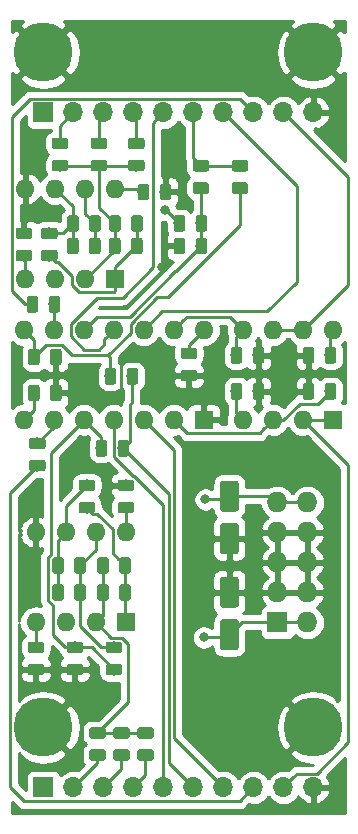
<source format=gbr>
G04 #@! TF.GenerationSoftware,KiCad,Pcbnew,(5.1.4-0-10_14)*
G04 #@! TF.CreationDate,2019-10-08T20:56:09-07:00*
G04 #@! TF.ProjectId,VCA_Main,5643415f-4d61-4696-9e2e-6b696361645f,rev?*
G04 #@! TF.SameCoordinates,Original*
G04 #@! TF.FileFunction,Copper,L1,Top*
G04 #@! TF.FilePolarity,Positive*
%FSLAX46Y46*%
G04 Gerber Fmt 4.6, Leading zero omitted, Abs format (unit mm)*
G04 Created by KiCad (PCBNEW (5.1.4-0-10_14)) date 2019-10-08 20:56:09*
%MOMM*%
%LPD*%
G04 APERTURE LIST*
%ADD10C,0.100000*%
%ADD11C,1.600000*%
%ADD12C,0.975000*%
%ADD13R,1.727200X1.727200*%
%ADD14O,1.727200X1.727200*%
%ADD15O,1.700000X1.700000*%
%ADD16R,1.700000X1.700000*%
%ADD17R,1.600000X1.600000*%
%ADD18O,1.600000X1.600000*%
%ADD19C,5.000000*%
%ADD20C,0.800000*%
%ADD21C,0.250000*%
%ADD22C,0.254000*%
G04 APERTURE END LIST*
D10*
G36*
X83632504Y-113531204D02*
G01*
X83656773Y-113534804D01*
X83680571Y-113540765D01*
X83703671Y-113549030D01*
X83725849Y-113559520D01*
X83746893Y-113572133D01*
X83766598Y-113586747D01*
X83784777Y-113603223D01*
X83801253Y-113621402D01*
X83815867Y-113641107D01*
X83828480Y-113662151D01*
X83838970Y-113684329D01*
X83847235Y-113707429D01*
X83853196Y-113731227D01*
X83856796Y-113755496D01*
X83858000Y-113780000D01*
X83858000Y-115880000D01*
X83856796Y-115904504D01*
X83853196Y-115928773D01*
X83847235Y-115952571D01*
X83838970Y-115975671D01*
X83828480Y-115997849D01*
X83815867Y-116018893D01*
X83801253Y-116038598D01*
X83784777Y-116056777D01*
X83766598Y-116073253D01*
X83746893Y-116087867D01*
X83725849Y-116100480D01*
X83703671Y-116110970D01*
X83680571Y-116119235D01*
X83656773Y-116125196D01*
X83632504Y-116128796D01*
X83608000Y-116130000D01*
X82508000Y-116130000D01*
X82483496Y-116128796D01*
X82459227Y-116125196D01*
X82435429Y-116119235D01*
X82412329Y-116110970D01*
X82390151Y-116100480D01*
X82369107Y-116087867D01*
X82349402Y-116073253D01*
X82331223Y-116056777D01*
X82314747Y-116038598D01*
X82300133Y-116018893D01*
X82287520Y-115997849D01*
X82277030Y-115975671D01*
X82268765Y-115952571D01*
X82262804Y-115928773D01*
X82259204Y-115904504D01*
X82258000Y-115880000D01*
X82258000Y-113780000D01*
X82259204Y-113755496D01*
X82262804Y-113731227D01*
X82268765Y-113707429D01*
X82277030Y-113684329D01*
X82287520Y-113662151D01*
X82300133Y-113641107D01*
X82314747Y-113621402D01*
X82331223Y-113603223D01*
X82349402Y-113586747D01*
X82369107Y-113572133D01*
X82390151Y-113559520D01*
X82412329Y-113549030D01*
X82435429Y-113540765D01*
X82459227Y-113534804D01*
X82483496Y-113531204D01*
X82508000Y-113530000D01*
X83608000Y-113530000D01*
X83632504Y-113531204D01*
X83632504Y-113531204D01*
G37*
D11*
X83058000Y-114830000D03*
D10*
G36*
X83632504Y-109931204D02*
G01*
X83656773Y-109934804D01*
X83680571Y-109940765D01*
X83703671Y-109949030D01*
X83725849Y-109959520D01*
X83746893Y-109972133D01*
X83766598Y-109986747D01*
X83784777Y-110003223D01*
X83801253Y-110021402D01*
X83815867Y-110041107D01*
X83828480Y-110062151D01*
X83838970Y-110084329D01*
X83847235Y-110107429D01*
X83853196Y-110131227D01*
X83856796Y-110155496D01*
X83858000Y-110180000D01*
X83858000Y-112280000D01*
X83856796Y-112304504D01*
X83853196Y-112328773D01*
X83847235Y-112352571D01*
X83838970Y-112375671D01*
X83828480Y-112397849D01*
X83815867Y-112418893D01*
X83801253Y-112438598D01*
X83784777Y-112456777D01*
X83766598Y-112473253D01*
X83746893Y-112487867D01*
X83725849Y-112500480D01*
X83703671Y-112510970D01*
X83680571Y-112519235D01*
X83656773Y-112525196D01*
X83632504Y-112528796D01*
X83608000Y-112530000D01*
X82508000Y-112530000D01*
X82483496Y-112528796D01*
X82459227Y-112525196D01*
X82435429Y-112519235D01*
X82412329Y-112510970D01*
X82390151Y-112500480D01*
X82369107Y-112487867D01*
X82349402Y-112473253D01*
X82331223Y-112456777D01*
X82314747Y-112438598D01*
X82300133Y-112418893D01*
X82287520Y-112397849D01*
X82277030Y-112375671D01*
X82268765Y-112352571D01*
X82262804Y-112328773D01*
X82259204Y-112304504D01*
X82258000Y-112280000D01*
X82258000Y-110180000D01*
X82259204Y-110155496D01*
X82262804Y-110131227D01*
X82268765Y-110107429D01*
X82277030Y-110084329D01*
X82287520Y-110062151D01*
X82300133Y-110041107D01*
X82314747Y-110021402D01*
X82331223Y-110003223D01*
X82349402Y-109986747D01*
X82369107Y-109972133D01*
X82390151Y-109959520D01*
X82412329Y-109949030D01*
X82435429Y-109940765D01*
X82459227Y-109934804D01*
X82483496Y-109931204D01*
X82508000Y-109930000D01*
X83608000Y-109930000D01*
X83632504Y-109931204D01*
X83632504Y-109931204D01*
G37*
D11*
X83058000Y-111230000D03*
D10*
G36*
X83632504Y-118059204D02*
G01*
X83656773Y-118062804D01*
X83680571Y-118068765D01*
X83703671Y-118077030D01*
X83725849Y-118087520D01*
X83746893Y-118100133D01*
X83766598Y-118114747D01*
X83784777Y-118131223D01*
X83801253Y-118149402D01*
X83815867Y-118169107D01*
X83828480Y-118190151D01*
X83838970Y-118212329D01*
X83847235Y-118235429D01*
X83853196Y-118259227D01*
X83856796Y-118283496D01*
X83858000Y-118308000D01*
X83858000Y-120408000D01*
X83856796Y-120432504D01*
X83853196Y-120456773D01*
X83847235Y-120480571D01*
X83838970Y-120503671D01*
X83828480Y-120525849D01*
X83815867Y-120546893D01*
X83801253Y-120566598D01*
X83784777Y-120584777D01*
X83766598Y-120601253D01*
X83746893Y-120615867D01*
X83725849Y-120628480D01*
X83703671Y-120638970D01*
X83680571Y-120647235D01*
X83656773Y-120653196D01*
X83632504Y-120656796D01*
X83608000Y-120658000D01*
X82508000Y-120658000D01*
X82483496Y-120656796D01*
X82459227Y-120653196D01*
X82435429Y-120647235D01*
X82412329Y-120638970D01*
X82390151Y-120628480D01*
X82369107Y-120615867D01*
X82349402Y-120601253D01*
X82331223Y-120584777D01*
X82314747Y-120566598D01*
X82300133Y-120546893D01*
X82287520Y-120525849D01*
X82277030Y-120503671D01*
X82268765Y-120480571D01*
X82262804Y-120456773D01*
X82259204Y-120432504D01*
X82258000Y-120408000D01*
X82258000Y-118308000D01*
X82259204Y-118283496D01*
X82262804Y-118259227D01*
X82268765Y-118235429D01*
X82277030Y-118212329D01*
X82287520Y-118190151D01*
X82300133Y-118169107D01*
X82314747Y-118149402D01*
X82331223Y-118131223D01*
X82349402Y-118114747D01*
X82369107Y-118100133D01*
X82390151Y-118087520D01*
X82412329Y-118077030D01*
X82435429Y-118068765D01*
X82459227Y-118062804D01*
X82483496Y-118059204D01*
X82508000Y-118058000D01*
X83608000Y-118058000D01*
X83632504Y-118059204D01*
X83632504Y-118059204D01*
G37*
D11*
X83058000Y-119358000D03*
D10*
G36*
X83632504Y-121659204D02*
G01*
X83656773Y-121662804D01*
X83680571Y-121668765D01*
X83703671Y-121677030D01*
X83725849Y-121687520D01*
X83746893Y-121700133D01*
X83766598Y-121714747D01*
X83784777Y-121731223D01*
X83801253Y-121749402D01*
X83815867Y-121769107D01*
X83828480Y-121790151D01*
X83838970Y-121812329D01*
X83847235Y-121835429D01*
X83853196Y-121859227D01*
X83856796Y-121883496D01*
X83858000Y-121908000D01*
X83858000Y-124008000D01*
X83856796Y-124032504D01*
X83853196Y-124056773D01*
X83847235Y-124080571D01*
X83838970Y-124103671D01*
X83828480Y-124125849D01*
X83815867Y-124146893D01*
X83801253Y-124166598D01*
X83784777Y-124184777D01*
X83766598Y-124201253D01*
X83746893Y-124215867D01*
X83725849Y-124228480D01*
X83703671Y-124238970D01*
X83680571Y-124247235D01*
X83656773Y-124253196D01*
X83632504Y-124256796D01*
X83608000Y-124258000D01*
X82508000Y-124258000D01*
X82483496Y-124256796D01*
X82459227Y-124253196D01*
X82435429Y-124247235D01*
X82412329Y-124238970D01*
X82390151Y-124228480D01*
X82369107Y-124215867D01*
X82349402Y-124201253D01*
X82331223Y-124184777D01*
X82314747Y-124166598D01*
X82300133Y-124146893D01*
X82287520Y-124125849D01*
X82277030Y-124103671D01*
X82268765Y-124080571D01*
X82262804Y-124056773D01*
X82259204Y-124032504D01*
X82258000Y-124008000D01*
X82258000Y-121908000D01*
X82259204Y-121883496D01*
X82262804Y-121859227D01*
X82268765Y-121835429D01*
X82277030Y-121812329D01*
X82287520Y-121790151D01*
X82300133Y-121769107D01*
X82314747Y-121749402D01*
X82331223Y-121731223D01*
X82349402Y-121714747D01*
X82369107Y-121700133D01*
X82390151Y-121687520D01*
X82412329Y-121677030D01*
X82435429Y-121668765D01*
X82459227Y-121662804D01*
X82483496Y-121659204D01*
X82508000Y-121658000D01*
X83608000Y-121658000D01*
X83632504Y-121659204D01*
X83632504Y-121659204D01*
G37*
D11*
X83058000Y-122958000D03*
D10*
G36*
X66767142Y-98742174D02*
G01*
X66790803Y-98745684D01*
X66814007Y-98751496D01*
X66836529Y-98759554D01*
X66858153Y-98769782D01*
X66878670Y-98782079D01*
X66897883Y-98796329D01*
X66915607Y-98812393D01*
X66931671Y-98830117D01*
X66945921Y-98849330D01*
X66958218Y-98869847D01*
X66968446Y-98891471D01*
X66976504Y-98913993D01*
X66982316Y-98937197D01*
X66985826Y-98960858D01*
X66987000Y-98984750D01*
X66987000Y-99897250D01*
X66985826Y-99921142D01*
X66982316Y-99944803D01*
X66976504Y-99968007D01*
X66968446Y-99990529D01*
X66958218Y-100012153D01*
X66945921Y-100032670D01*
X66931671Y-100051883D01*
X66915607Y-100069607D01*
X66897883Y-100085671D01*
X66878670Y-100099921D01*
X66858153Y-100112218D01*
X66836529Y-100122446D01*
X66814007Y-100130504D01*
X66790803Y-100136316D01*
X66767142Y-100139826D01*
X66743250Y-100141000D01*
X66255750Y-100141000D01*
X66231858Y-100139826D01*
X66208197Y-100136316D01*
X66184993Y-100130504D01*
X66162471Y-100122446D01*
X66140847Y-100112218D01*
X66120330Y-100099921D01*
X66101117Y-100085671D01*
X66083393Y-100069607D01*
X66067329Y-100051883D01*
X66053079Y-100032670D01*
X66040782Y-100012153D01*
X66030554Y-99990529D01*
X66022496Y-99968007D01*
X66016684Y-99944803D01*
X66013174Y-99921142D01*
X66012000Y-99897250D01*
X66012000Y-98984750D01*
X66013174Y-98960858D01*
X66016684Y-98937197D01*
X66022496Y-98913993D01*
X66030554Y-98891471D01*
X66040782Y-98869847D01*
X66053079Y-98849330D01*
X66067329Y-98830117D01*
X66083393Y-98812393D01*
X66101117Y-98796329D01*
X66120330Y-98782079D01*
X66140847Y-98769782D01*
X66162471Y-98759554D01*
X66184993Y-98751496D01*
X66208197Y-98745684D01*
X66231858Y-98742174D01*
X66255750Y-98741000D01*
X66743250Y-98741000D01*
X66767142Y-98742174D01*
X66767142Y-98742174D01*
G37*
D12*
X66499500Y-99441000D03*
D10*
G36*
X68642142Y-98742174D02*
G01*
X68665803Y-98745684D01*
X68689007Y-98751496D01*
X68711529Y-98759554D01*
X68733153Y-98769782D01*
X68753670Y-98782079D01*
X68772883Y-98796329D01*
X68790607Y-98812393D01*
X68806671Y-98830117D01*
X68820921Y-98849330D01*
X68833218Y-98869847D01*
X68843446Y-98891471D01*
X68851504Y-98913993D01*
X68857316Y-98937197D01*
X68860826Y-98960858D01*
X68862000Y-98984750D01*
X68862000Y-99897250D01*
X68860826Y-99921142D01*
X68857316Y-99944803D01*
X68851504Y-99968007D01*
X68843446Y-99990529D01*
X68833218Y-100012153D01*
X68820921Y-100032670D01*
X68806671Y-100051883D01*
X68790607Y-100069607D01*
X68772883Y-100085671D01*
X68753670Y-100099921D01*
X68733153Y-100112218D01*
X68711529Y-100122446D01*
X68689007Y-100130504D01*
X68665803Y-100136316D01*
X68642142Y-100139826D01*
X68618250Y-100141000D01*
X68130750Y-100141000D01*
X68106858Y-100139826D01*
X68083197Y-100136316D01*
X68059993Y-100130504D01*
X68037471Y-100122446D01*
X68015847Y-100112218D01*
X67995330Y-100099921D01*
X67976117Y-100085671D01*
X67958393Y-100069607D01*
X67942329Y-100051883D01*
X67928079Y-100032670D01*
X67915782Y-100012153D01*
X67905554Y-99990529D01*
X67897496Y-99968007D01*
X67891684Y-99944803D01*
X67888174Y-99921142D01*
X67887000Y-99897250D01*
X67887000Y-98984750D01*
X67888174Y-98960858D01*
X67891684Y-98937197D01*
X67897496Y-98913993D01*
X67905554Y-98891471D01*
X67915782Y-98869847D01*
X67928079Y-98849330D01*
X67942329Y-98830117D01*
X67958393Y-98812393D01*
X67976117Y-98796329D01*
X67995330Y-98782079D01*
X68015847Y-98769782D01*
X68037471Y-98759554D01*
X68059993Y-98751496D01*
X68083197Y-98745684D01*
X68106858Y-98742174D01*
X68130750Y-98741000D01*
X68618250Y-98741000D01*
X68642142Y-98742174D01*
X68642142Y-98742174D01*
G37*
D12*
X68374500Y-99441000D03*
D13*
X87122000Y-121920000D03*
D14*
X89662000Y-121920000D03*
X87122000Y-119380000D03*
X89662000Y-119380000D03*
X87122000Y-116840000D03*
X89662000Y-116840000D03*
X87122000Y-114300000D03*
X89662000Y-114300000D03*
X87122000Y-111760000D03*
X89662000Y-111760000D03*
D15*
X90170000Y-78740000D03*
X87630000Y-78740000D03*
X85090000Y-78740000D03*
X82550000Y-78740000D03*
X80010000Y-78740000D03*
X77470000Y-78740000D03*
X74930000Y-78740000D03*
X72390000Y-78740000D03*
X69850000Y-78740000D03*
D16*
X67310000Y-78740000D03*
X67310000Y-135890000D03*
D15*
X69850000Y-135890000D03*
X72390000Y-135890000D03*
X74930000Y-135890000D03*
X77470000Y-135890000D03*
X80010000Y-135890000D03*
X82550000Y-135890000D03*
X85090000Y-135890000D03*
X87630000Y-135890000D03*
X90170000Y-135890000D03*
D10*
G36*
X69187142Y-80872174D02*
G01*
X69210803Y-80875684D01*
X69234007Y-80881496D01*
X69256529Y-80889554D01*
X69278153Y-80899782D01*
X69298670Y-80912079D01*
X69317883Y-80926329D01*
X69335607Y-80942393D01*
X69351671Y-80960117D01*
X69365921Y-80979330D01*
X69378218Y-80999847D01*
X69388446Y-81021471D01*
X69396504Y-81043993D01*
X69402316Y-81067197D01*
X69405826Y-81090858D01*
X69407000Y-81114750D01*
X69407000Y-81602250D01*
X69405826Y-81626142D01*
X69402316Y-81649803D01*
X69396504Y-81673007D01*
X69388446Y-81695529D01*
X69378218Y-81717153D01*
X69365921Y-81737670D01*
X69351671Y-81756883D01*
X69335607Y-81774607D01*
X69317883Y-81790671D01*
X69298670Y-81804921D01*
X69278153Y-81817218D01*
X69256529Y-81827446D01*
X69234007Y-81835504D01*
X69210803Y-81841316D01*
X69187142Y-81844826D01*
X69163250Y-81846000D01*
X68250750Y-81846000D01*
X68226858Y-81844826D01*
X68203197Y-81841316D01*
X68179993Y-81835504D01*
X68157471Y-81827446D01*
X68135847Y-81817218D01*
X68115330Y-81804921D01*
X68096117Y-81790671D01*
X68078393Y-81774607D01*
X68062329Y-81756883D01*
X68048079Y-81737670D01*
X68035782Y-81717153D01*
X68025554Y-81695529D01*
X68017496Y-81673007D01*
X68011684Y-81649803D01*
X68008174Y-81626142D01*
X68007000Y-81602250D01*
X68007000Y-81114750D01*
X68008174Y-81090858D01*
X68011684Y-81067197D01*
X68017496Y-81043993D01*
X68025554Y-81021471D01*
X68035782Y-80999847D01*
X68048079Y-80979330D01*
X68062329Y-80960117D01*
X68078393Y-80942393D01*
X68096117Y-80926329D01*
X68115330Y-80912079D01*
X68135847Y-80899782D01*
X68157471Y-80889554D01*
X68179993Y-80881496D01*
X68203197Y-80875684D01*
X68226858Y-80872174D01*
X68250750Y-80871000D01*
X69163250Y-80871000D01*
X69187142Y-80872174D01*
X69187142Y-80872174D01*
G37*
D12*
X68707000Y-81358500D03*
D10*
G36*
X69187142Y-82747174D02*
G01*
X69210803Y-82750684D01*
X69234007Y-82756496D01*
X69256529Y-82764554D01*
X69278153Y-82774782D01*
X69298670Y-82787079D01*
X69317883Y-82801329D01*
X69335607Y-82817393D01*
X69351671Y-82835117D01*
X69365921Y-82854330D01*
X69378218Y-82874847D01*
X69388446Y-82896471D01*
X69396504Y-82918993D01*
X69402316Y-82942197D01*
X69405826Y-82965858D01*
X69407000Y-82989750D01*
X69407000Y-83477250D01*
X69405826Y-83501142D01*
X69402316Y-83524803D01*
X69396504Y-83548007D01*
X69388446Y-83570529D01*
X69378218Y-83592153D01*
X69365921Y-83612670D01*
X69351671Y-83631883D01*
X69335607Y-83649607D01*
X69317883Y-83665671D01*
X69298670Y-83679921D01*
X69278153Y-83692218D01*
X69256529Y-83702446D01*
X69234007Y-83710504D01*
X69210803Y-83716316D01*
X69187142Y-83719826D01*
X69163250Y-83721000D01*
X68250750Y-83721000D01*
X68226858Y-83719826D01*
X68203197Y-83716316D01*
X68179993Y-83710504D01*
X68157471Y-83702446D01*
X68135847Y-83692218D01*
X68115330Y-83679921D01*
X68096117Y-83665671D01*
X68078393Y-83649607D01*
X68062329Y-83631883D01*
X68048079Y-83612670D01*
X68035782Y-83592153D01*
X68025554Y-83570529D01*
X68017496Y-83548007D01*
X68011684Y-83524803D01*
X68008174Y-83501142D01*
X68007000Y-83477250D01*
X68007000Y-82989750D01*
X68008174Y-82965858D01*
X68011684Y-82942197D01*
X68017496Y-82918993D01*
X68025554Y-82896471D01*
X68035782Y-82874847D01*
X68048079Y-82854330D01*
X68062329Y-82835117D01*
X68078393Y-82817393D01*
X68096117Y-82801329D01*
X68115330Y-82787079D01*
X68135847Y-82774782D01*
X68157471Y-82764554D01*
X68179993Y-82756496D01*
X68203197Y-82750684D01*
X68226858Y-82747174D01*
X68250750Y-82746000D01*
X69163250Y-82746000D01*
X69187142Y-82747174D01*
X69187142Y-82747174D01*
G37*
D12*
X68707000Y-83233500D03*
D10*
G36*
X72489142Y-80872174D02*
G01*
X72512803Y-80875684D01*
X72536007Y-80881496D01*
X72558529Y-80889554D01*
X72580153Y-80899782D01*
X72600670Y-80912079D01*
X72619883Y-80926329D01*
X72637607Y-80942393D01*
X72653671Y-80960117D01*
X72667921Y-80979330D01*
X72680218Y-80999847D01*
X72690446Y-81021471D01*
X72698504Y-81043993D01*
X72704316Y-81067197D01*
X72707826Y-81090858D01*
X72709000Y-81114750D01*
X72709000Y-81602250D01*
X72707826Y-81626142D01*
X72704316Y-81649803D01*
X72698504Y-81673007D01*
X72690446Y-81695529D01*
X72680218Y-81717153D01*
X72667921Y-81737670D01*
X72653671Y-81756883D01*
X72637607Y-81774607D01*
X72619883Y-81790671D01*
X72600670Y-81804921D01*
X72580153Y-81817218D01*
X72558529Y-81827446D01*
X72536007Y-81835504D01*
X72512803Y-81841316D01*
X72489142Y-81844826D01*
X72465250Y-81846000D01*
X71552750Y-81846000D01*
X71528858Y-81844826D01*
X71505197Y-81841316D01*
X71481993Y-81835504D01*
X71459471Y-81827446D01*
X71437847Y-81817218D01*
X71417330Y-81804921D01*
X71398117Y-81790671D01*
X71380393Y-81774607D01*
X71364329Y-81756883D01*
X71350079Y-81737670D01*
X71337782Y-81717153D01*
X71327554Y-81695529D01*
X71319496Y-81673007D01*
X71313684Y-81649803D01*
X71310174Y-81626142D01*
X71309000Y-81602250D01*
X71309000Y-81114750D01*
X71310174Y-81090858D01*
X71313684Y-81067197D01*
X71319496Y-81043993D01*
X71327554Y-81021471D01*
X71337782Y-80999847D01*
X71350079Y-80979330D01*
X71364329Y-80960117D01*
X71380393Y-80942393D01*
X71398117Y-80926329D01*
X71417330Y-80912079D01*
X71437847Y-80899782D01*
X71459471Y-80889554D01*
X71481993Y-80881496D01*
X71505197Y-80875684D01*
X71528858Y-80872174D01*
X71552750Y-80871000D01*
X72465250Y-80871000D01*
X72489142Y-80872174D01*
X72489142Y-80872174D01*
G37*
D12*
X72009000Y-81358500D03*
D10*
G36*
X72489142Y-82747174D02*
G01*
X72512803Y-82750684D01*
X72536007Y-82756496D01*
X72558529Y-82764554D01*
X72580153Y-82774782D01*
X72600670Y-82787079D01*
X72619883Y-82801329D01*
X72637607Y-82817393D01*
X72653671Y-82835117D01*
X72667921Y-82854330D01*
X72680218Y-82874847D01*
X72690446Y-82896471D01*
X72698504Y-82918993D01*
X72704316Y-82942197D01*
X72707826Y-82965858D01*
X72709000Y-82989750D01*
X72709000Y-83477250D01*
X72707826Y-83501142D01*
X72704316Y-83524803D01*
X72698504Y-83548007D01*
X72690446Y-83570529D01*
X72680218Y-83592153D01*
X72667921Y-83612670D01*
X72653671Y-83631883D01*
X72637607Y-83649607D01*
X72619883Y-83665671D01*
X72600670Y-83679921D01*
X72580153Y-83692218D01*
X72558529Y-83702446D01*
X72536007Y-83710504D01*
X72512803Y-83716316D01*
X72489142Y-83719826D01*
X72465250Y-83721000D01*
X71552750Y-83721000D01*
X71528858Y-83719826D01*
X71505197Y-83716316D01*
X71481993Y-83710504D01*
X71459471Y-83702446D01*
X71437847Y-83692218D01*
X71417330Y-83679921D01*
X71398117Y-83665671D01*
X71380393Y-83649607D01*
X71364329Y-83631883D01*
X71350079Y-83612670D01*
X71337782Y-83592153D01*
X71327554Y-83570529D01*
X71319496Y-83548007D01*
X71313684Y-83524803D01*
X71310174Y-83501142D01*
X71309000Y-83477250D01*
X71309000Y-82989750D01*
X71310174Y-82965858D01*
X71313684Y-82942197D01*
X71319496Y-82918993D01*
X71327554Y-82896471D01*
X71337782Y-82874847D01*
X71350079Y-82854330D01*
X71364329Y-82835117D01*
X71380393Y-82817393D01*
X71398117Y-82801329D01*
X71417330Y-82787079D01*
X71437847Y-82774782D01*
X71459471Y-82764554D01*
X71481993Y-82756496D01*
X71505197Y-82750684D01*
X71528858Y-82747174D01*
X71552750Y-82746000D01*
X72465250Y-82746000D01*
X72489142Y-82747174D01*
X72489142Y-82747174D01*
G37*
D12*
X72009000Y-83233500D03*
D10*
G36*
X75664142Y-82747174D02*
G01*
X75687803Y-82750684D01*
X75711007Y-82756496D01*
X75733529Y-82764554D01*
X75755153Y-82774782D01*
X75775670Y-82787079D01*
X75794883Y-82801329D01*
X75812607Y-82817393D01*
X75828671Y-82835117D01*
X75842921Y-82854330D01*
X75855218Y-82874847D01*
X75865446Y-82896471D01*
X75873504Y-82918993D01*
X75879316Y-82942197D01*
X75882826Y-82965858D01*
X75884000Y-82989750D01*
X75884000Y-83477250D01*
X75882826Y-83501142D01*
X75879316Y-83524803D01*
X75873504Y-83548007D01*
X75865446Y-83570529D01*
X75855218Y-83592153D01*
X75842921Y-83612670D01*
X75828671Y-83631883D01*
X75812607Y-83649607D01*
X75794883Y-83665671D01*
X75775670Y-83679921D01*
X75755153Y-83692218D01*
X75733529Y-83702446D01*
X75711007Y-83710504D01*
X75687803Y-83716316D01*
X75664142Y-83719826D01*
X75640250Y-83721000D01*
X74727750Y-83721000D01*
X74703858Y-83719826D01*
X74680197Y-83716316D01*
X74656993Y-83710504D01*
X74634471Y-83702446D01*
X74612847Y-83692218D01*
X74592330Y-83679921D01*
X74573117Y-83665671D01*
X74555393Y-83649607D01*
X74539329Y-83631883D01*
X74525079Y-83612670D01*
X74512782Y-83592153D01*
X74502554Y-83570529D01*
X74494496Y-83548007D01*
X74488684Y-83524803D01*
X74485174Y-83501142D01*
X74484000Y-83477250D01*
X74484000Y-82989750D01*
X74485174Y-82965858D01*
X74488684Y-82942197D01*
X74494496Y-82918993D01*
X74502554Y-82896471D01*
X74512782Y-82874847D01*
X74525079Y-82854330D01*
X74539329Y-82835117D01*
X74555393Y-82817393D01*
X74573117Y-82801329D01*
X74592330Y-82787079D01*
X74612847Y-82774782D01*
X74634471Y-82764554D01*
X74656993Y-82756496D01*
X74680197Y-82750684D01*
X74703858Y-82747174D01*
X74727750Y-82746000D01*
X75640250Y-82746000D01*
X75664142Y-82747174D01*
X75664142Y-82747174D01*
G37*
D12*
X75184000Y-83233500D03*
D10*
G36*
X75664142Y-80872174D02*
G01*
X75687803Y-80875684D01*
X75711007Y-80881496D01*
X75733529Y-80889554D01*
X75755153Y-80899782D01*
X75775670Y-80912079D01*
X75794883Y-80926329D01*
X75812607Y-80942393D01*
X75828671Y-80960117D01*
X75842921Y-80979330D01*
X75855218Y-80999847D01*
X75865446Y-81021471D01*
X75873504Y-81043993D01*
X75879316Y-81067197D01*
X75882826Y-81090858D01*
X75884000Y-81114750D01*
X75884000Y-81602250D01*
X75882826Y-81626142D01*
X75879316Y-81649803D01*
X75873504Y-81673007D01*
X75865446Y-81695529D01*
X75855218Y-81717153D01*
X75842921Y-81737670D01*
X75828671Y-81756883D01*
X75812607Y-81774607D01*
X75794883Y-81790671D01*
X75775670Y-81804921D01*
X75755153Y-81817218D01*
X75733529Y-81827446D01*
X75711007Y-81835504D01*
X75687803Y-81841316D01*
X75664142Y-81844826D01*
X75640250Y-81846000D01*
X74727750Y-81846000D01*
X74703858Y-81844826D01*
X74680197Y-81841316D01*
X74656993Y-81835504D01*
X74634471Y-81827446D01*
X74612847Y-81817218D01*
X74592330Y-81804921D01*
X74573117Y-81790671D01*
X74555393Y-81774607D01*
X74539329Y-81756883D01*
X74525079Y-81737670D01*
X74512782Y-81717153D01*
X74502554Y-81695529D01*
X74494496Y-81673007D01*
X74488684Y-81649803D01*
X74485174Y-81626142D01*
X74484000Y-81602250D01*
X74484000Y-81114750D01*
X74485174Y-81090858D01*
X74488684Y-81067197D01*
X74494496Y-81043993D01*
X74502554Y-81021471D01*
X74512782Y-80999847D01*
X74525079Y-80979330D01*
X74539329Y-80960117D01*
X74555393Y-80942393D01*
X74573117Y-80926329D01*
X74592330Y-80912079D01*
X74612847Y-80899782D01*
X74634471Y-80889554D01*
X74656993Y-80881496D01*
X74680197Y-80875684D01*
X74703858Y-80872174D01*
X74727750Y-80871000D01*
X75640250Y-80871000D01*
X75664142Y-80872174D01*
X75664142Y-80872174D01*
G37*
D12*
X75184000Y-81358500D03*
D10*
G36*
X72362142Y-130783174D02*
G01*
X72385803Y-130786684D01*
X72409007Y-130792496D01*
X72431529Y-130800554D01*
X72453153Y-130810782D01*
X72473670Y-130823079D01*
X72492883Y-130837329D01*
X72510607Y-130853393D01*
X72526671Y-130871117D01*
X72540921Y-130890330D01*
X72553218Y-130910847D01*
X72563446Y-130932471D01*
X72571504Y-130954993D01*
X72577316Y-130978197D01*
X72580826Y-131001858D01*
X72582000Y-131025750D01*
X72582000Y-131513250D01*
X72580826Y-131537142D01*
X72577316Y-131560803D01*
X72571504Y-131584007D01*
X72563446Y-131606529D01*
X72553218Y-131628153D01*
X72540921Y-131648670D01*
X72526671Y-131667883D01*
X72510607Y-131685607D01*
X72492883Y-131701671D01*
X72473670Y-131715921D01*
X72453153Y-131728218D01*
X72431529Y-131738446D01*
X72409007Y-131746504D01*
X72385803Y-131752316D01*
X72362142Y-131755826D01*
X72338250Y-131757000D01*
X71425750Y-131757000D01*
X71401858Y-131755826D01*
X71378197Y-131752316D01*
X71354993Y-131746504D01*
X71332471Y-131738446D01*
X71310847Y-131728218D01*
X71290330Y-131715921D01*
X71271117Y-131701671D01*
X71253393Y-131685607D01*
X71237329Y-131667883D01*
X71223079Y-131648670D01*
X71210782Y-131628153D01*
X71200554Y-131606529D01*
X71192496Y-131584007D01*
X71186684Y-131560803D01*
X71183174Y-131537142D01*
X71182000Y-131513250D01*
X71182000Y-131025750D01*
X71183174Y-131001858D01*
X71186684Y-130978197D01*
X71192496Y-130954993D01*
X71200554Y-130932471D01*
X71210782Y-130910847D01*
X71223079Y-130890330D01*
X71237329Y-130871117D01*
X71253393Y-130853393D01*
X71271117Y-130837329D01*
X71290330Y-130823079D01*
X71310847Y-130810782D01*
X71332471Y-130800554D01*
X71354993Y-130792496D01*
X71378197Y-130786684D01*
X71401858Y-130783174D01*
X71425750Y-130782000D01*
X72338250Y-130782000D01*
X72362142Y-130783174D01*
X72362142Y-130783174D01*
G37*
D12*
X71882000Y-131269500D03*
D10*
G36*
X72362142Y-132658174D02*
G01*
X72385803Y-132661684D01*
X72409007Y-132667496D01*
X72431529Y-132675554D01*
X72453153Y-132685782D01*
X72473670Y-132698079D01*
X72492883Y-132712329D01*
X72510607Y-132728393D01*
X72526671Y-132746117D01*
X72540921Y-132765330D01*
X72553218Y-132785847D01*
X72563446Y-132807471D01*
X72571504Y-132829993D01*
X72577316Y-132853197D01*
X72580826Y-132876858D01*
X72582000Y-132900750D01*
X72582000Y-133388250D01*
X72580826Y-133412142D01*
X72577316Y-133435803D01*
X72571504Y-133459007D01*
X72563446Y-133481529D01*
X72553218Y-133503153D01*
X72540921Y-133523670D01*
X72526671Y-133542883D01*
X72510607Y-133560607D01*
X72492883Y-133576671D01*
X72473670Y-133590921D01*
X72453153Y-133603218D01*
X72431529Y-133613446D01*
X72409007Y-133621504D01*
X72385803Y-133627316D01*
X72362142Y-133630826D01*
X72338250Y-133632000D01*
X71425750Y-133632000D01*
X71401858Y-133630826D01*
X71378197Y-133627316D01*
X71354993Y-133621504D01*
X71332471Y-133613446D01*
X71310847Y-133603218D01*
X71290330Y-133590921D01*
X71271117Y-133576671D01*
X71253393Y-133560607D01*
X71237329Y-133542883D01*
X71223079Y-133523670D01*
X71210782Y-133503153D01*
X71200554Y-133481529D01*
X71192496Y-133459007D01*
X71186684Y-133435803D01*
X71183174Y-133412142D01*
X71182000Y-133388250D01*
X71182000Y-132900750D01*
X71183174Y-132876858D01*
X71186684Y-132853197D01*
X71192496Y-132829993D01*
X71200554Y-132807471D01*
X71210782Y-132785847D01*
X71223079Y-132765330D01*
X71237329Y-132746117D01*
X71253393Y-132728393D01*
X71271117Y-132712329D01*
X71290330Y-132698079D01*
X71310847Y-132685782D01*
X71332471Y-132675554D01*
X71354993Y-132667496D01*
X71378197Y-132661684D01*
X71401858Y-132658174D01*
X71425750Y-132657000D01*
X72338250Y-132657000D01*
X72362142Y-132658174D01*
X72362142Y-132658174D01*
G37*
D12*
X71882000Y-133144500D03*
D10*
G36*
X74394142Y-130783174D02*
G01*
X74417803Y-130786684D01*
X74441007Y-130792496D01*
X74463529Y-130800554D01*
X74485153Y-130810782D01*
X74505670Y-130823079D01*
X74524883Y-130837329D01*
X74542607Y-130853393D01*
X74558671Y-130871117D01*
X74572921Y-130890330D01*
X74585218Y-130910847D01*
X74595446Y-130932471D01*
X74603504Y-130954993D01*
X74609316Y-130978197D01*
X74612826Y-131001858D01*
X74614000Y-131025750D01*
X74614000Y-131513250D01*
X74612826Y-131537142D01*
X74609316Y-131560803D01*
X74603504Y-131584007D01*
X74595446Y-131606529D01*
X74585218Y-131628153D01*
X74572921Y-131648670D01*
X74558671Y-131667883D01*
X74542607Y-131685607D01*
X74524883Y-131701671D01*
X74505670Y-131715921D01*
X74485153Y-131728218D01*
X74463529Y-131738446D01*
X74441007Y-131746504D01*
X74417803Y-131752316D01*
X74394142Y-131755826D01*
X74370250Y-131757000D01*
X73457750Y-131757000D01*
X73433858Y-131755826D01*
X73410197Y-131752316D01*
X73386993Y-131746504D01*
X73364471Y-131738446D01*
X73342847Y-131728218D01*
X73322330Y-131715921D01*
X73303117Y-131701671D01*
X73285393Y-131685607D01*
X73269329Y-131667883D01*
X73255079Y-131648670D01*
X73242782Y-131628153D01*
X73232554Y-131606529D01*
X73224496Y-131584007D01*
X73218684Y-131560803D01*
X73215174Y-131537142D01*
X73214000Y-131513250D01*
X73214000Y-131025750D01*
X73215174Y-131001858D01*
X73218684Y-130978197D01*
X73224496Y-130954993D01*
X73232554Y-130932471D01*
X73242782Y-130910847D01*
X73255079Y-130890330D01*
X73269329Y-130871117D01*
X73285393Y-130853393D01*
X73303117Y-130837329D01*
X73322330Y-130823079D01*
X73342847Y-130810782D01*
X73364471Y-130800554D01*
X73386993Y-130792496D01*
X73410197Y-130786684D01*
X73433858Y-130783174D01*
X73457750Y-130782000D01*
X74370250Y-130782000D01*
X74394142Y-130783174D01*
X74394142Y-130783174D01*
G37*
D12*
X73914000Y-131269500D03*
D10*
G36*
X74394142Y-132658174D02*
G01*
X74417803Y-132661684D01*
X74441007Y-132667496D01*
X74463529Y-132675554D01*
X74485153Y-132685782D01*
X74505670Y-132698079D01*
X74524883Y-132712329D01*
X74542607Y-132728393D01*
X74558671Y-132746117D01*
X74572921Y-132765330D01*
X74585218Y-132785847D01*
X74595446Y-132807471D01*
X74603504Y-132829993D01*
X74609316Y-132853197D01*
X74612826Y-132876858D01*
X74614000Y-132900750D01*
X74614000Y-133388250D01*
X74612826Y-133412142D01*
X74609316Y-133435803D01*
X74603504Y-133459007D01*
X74595446Y-133481529D01*
X74585218Y-133503153D01*
X74572921Y-133523670D01*
X74558671Y-133542883D01*
X74542607Y-133560607D01*
X74524883Y-133576671D01*
X74505670Y-133590921D01*
X74485153Y-133603218D01*
X74463529Y-133613446D01*
X74441007Y-133621504D01*
X74417803Y-133627316D01*
X74394142Y-133630826D01*
X74370250Y-133632000D01*
X73457750Y-133632000D01*
X73433858Y-133630826D01*
X73410197Y-133627316D01*
X73386993Y-133621504D01*
X73364471Y-133613446D01*
X73342847Y-133603218D01*
X73322330Y-133590921D01*
X73303117Y-133576671D01*
X73285393Y-133560607D01*
X73269329Y-133542883D01*
X73255079Y-133523670D01*
X73242782Y-133503153D01*
X73232554Y-133481529D01*
X73224496Y-133459007D01*
X73218684Y-133435803D01*
X73215174Y-133412142D01*
X73214000Y-133388250D01*
X73214000Y-132900750D01*
X73215174Y-132876858D01*
X73218684Y-132853197D01*
X73224496Y-132829993D01*
X73232554Y-132807471D01*
X73242782Y-132785847D01*
X73255079Y-132765330D01*
X73269329Y-132746117D01*
X73285393Y-132728393D01*
X73303117Y-132712329D01*
X73322330Y-132698079D01*
X73342847Y-132685782D01*
X73364471Y-132675554D01*
X73386993Y-132667496D01*
X73410197Y-132661684D01*
X73433858Y-132658174D01*
X73457750Y-132657000D01*
X74370250Y-132657000D01*
X74394142Y-132658174D01*
X74394142Y-132658174D01*
G37*
D12*
X73914000Y-133144500D03*
D10*
G36*
X76426142Y-132658174D02*
G01*
X76449803Y-132661684D01*
X76473007Y-132667496D01*
X76495529Y-132675554D01*
X76517153Y-132685782D01*
X76537670Y-132698079D01*
X76556883Y-132712329D01*
X76574607Y-132728393D01*
X76590671Y-132746117D01*
X76604921Y-132765330D01*
X76617218Y-132785847D01*
X76627446Y-132807471D01*
X76635504Y-132829993D01*
X76641316Y-132853197D01*
X76644826Y-132876858D01*
X76646000Y-132900750D01*
X76646000Y-133388250D01*
X76644826Y-133412142D01*
X76641316Y-133435803D01*
X76635504Y-133459007D01*
X76627446Y-133481529D01*
X76617218Y-133503153D01*
X76604921Y-133523670D01*
X76590671Y-133542883D01*
X76574607Y-133560607D01*
X76556883Y-133576671D01*
X76537670Y-133590921D01*
X76517153Y-133603218D01*
X76495529Y-133613446D01*
X76473007Y-133621504D01*
X76449803Y-133627316D01*
X76426142Y-133630826D01*
X76402250Y-133632000D01*
X75489750Y-133632000D01*
X75465858Y-133630826D01*
X75442197Y-133627316D01*
X75418993Y-133621504D01*
X75396471Y-133613446D01*
X75374847Y-133603218D01*
X75354330Y-133590921D01*
X75335117Y-133576671D01*
X75317393Y-133560607D01*
X75301329Y-133542883D01*
X75287079Y-133523670D01*
X75274782Y-133503153D01*
X75264554Y-133481529D01*
X75256496Y-133459007D01*
X75250684Y-133435803D01*
X75247174Y-133412142D01*
X75246000Y-133388250D01*
X75246000Y-132900750D01*
X75247174Y-132876858D01*
X75250684Y-132853197D01*
X75256496Y-132829993D01*
X75264554Y-132807471D01*
X75274782Y-132785847D01*
X75287079Y-132765330D01*
X75301329Y-132746117D01*
X75317393Y-132728393D01*
X75335117Y-132712329D01*
X75354330Y-132698079D01*
X75374847Y-132685782D01*
X75396471Y-132675554D01*
X75418993Y-132667496D01*
X75442197Y-132661684D01*
X75465858Y-132658174D01*
X75489750Y-132657000D01*
X76402250Y-132657000D01*
X76426142Y-132658174D01*
X76426142Y-132658174D01*
G37*
D12*
X75946000Y-133144500D03*
D10*
G36*
X76426142Y-130783174D02*
G01*
X76449803Y-130786684D01*
X76473007Y-130792496D01*
X76495529Y-130800554D01*
X76517153Y-130810782D01*
X76537670Y-130823079D01*
X76556883Y-130837329D01*
X76574607Y-130853393D01*
X76590671Y-130871117D01*
X76604921Y-130890330D01*
X76617218Y-130910847D01*
X76627446Y-130932471D01*
X76635504Y-130954993D01*
X76641316Y-130978197D01*
X76644826Y-131001858D01*
X76646000Y-131025750D01*
X76646000Y-131513250D01*
X76644826Y-131537142D01*
X76641316Y-131560803D01*
X76635504Y-131584007D01*
X76627446Y-131606529D01*
X76617218Y-131628153D01*
X76604921Y-131648670D01*
X76590671Y-131667883D01*
X76574607Y-131685607D01*
X76556883Y-131701671D01*
X76537670Y-131715921D01*
X76517153Y-131728218D01*
X76495529Y-131738446D01*
X76473007Y-131746504D01*
X76449803Y-131752316D01*
X76426142Y-131755826D01*
X76402250Y-131757000D01*
X75489750Y-131757000D01*
X75465858Y-131755826D01*
X75442197Y-131752316D01*
X75418993Y-131746504D01*
X75396471Y-131738446D01*
X75374847Y-131728218D01*
X75354330Y-131715921D01*
X75335117Y-131701671D01*
X75317393Y-131685607D01*
X75301329Y-131667883D01*
X75287079Y-131648670D01*
X75274782Y-131628153D01*
X75264554Y-131606529D01*
X75256496Y-131584007D01*
X75250684Y-131560803D01*
X75247174Y-131537142D01*
X75246000Y-131513250D01*
X75246000Y-131025750D01*
X75247174Y-131001858D01*
X75250684Y-130978197D01*
X75256496Y-130954993D01*
X75264554Y-130932471D01*
X75274782Y-130910847D01*
X75287079Y-130890330D01*
X75301329Y-130871117D01*
X75317393Y-130853393D01*
X75335117Y-130837329D01*
X75354330Y-130823079D01*
X75374847Y-130810782D01*
X75396471Y-130800554D01*
X75418993Y-130792496D01*
X75442197Y-130786684D01*
X75465858Y-130783174D01*
X75489750Y-130782000D01*
X76402250Y-130782000D01*
X76426142Y-130783174D01*
X76426142Y-130783174D01*
G37*
D12*
X75946000Y-131269500D03*
D10*
G36*
X75500142Y-87439174D02*
G01*
X75523803Y-87442684D01*
X75547007Y-87448496D01*
X75569529Y-87456554D01*
X75591153Y-87466782D01*
X75611670Y-87479079D01*
X75630883Y-87493329D01*
X75648607Y-87509393D01*
X75664671Y-87527117D01*
X75678921Y-87546330D01*
X75691218Y-87566847D01*
X75701446Y-87588471D01*
X75709504Y-87610993D01*
X75715316Y-87634197D01*
X75718826Y-87657858D01*
X75720000Y-87681750D01*
X75720000Y-88594250D01*
X75718826Y-88618142D01*
X75715316Y-88641803D01*
X75709504Y-88665007D01*
X75701446Y-88687529D01*
X75691218Y-88709153D01*
X75678921Y-88729670D01*
X75664671Y-88748883D01*
X75648607Y-88766607D01*
X75630883Y-88782671D01*
X75611670Y-88796921D01*
X75591153Y-88809218D01*
X75569529Y-88819446D01*
X75547007Y-88827504D01*
X75523803Y-88833316D01*
X75500142Y-88836826D01*
X75476250Y-88838000D01*
X74988750Y-88838000D01*
X74964858Y-88836826D01*
X74941197Y-88833316D01*
X74917993Y-88827504D01*
X74895471Y-88819446D01*
X74873847Y-88809218D01*
X74853330Y-88796921D01*
X74834117Y-88782671D01*
X74816393Y-88766607D01*
X74800329Y-88748883D01*
X74786079Y-88729670D01*
X74773782Y-88709153D01*
X74763554Y-88687529D01*
X74755496Y-88665007D01*
X74749684Y-88641803D01*
X74746174Y-88618142D01*
X74745000Y-88594250D01*
X74745000Y-87681750D01*
X74746174Y-87657858D01*
X74749684Y-87634197D01*
X74755496Y-87610993D01*
X74763554Y-87588471D01*
X74773782Y-87566847D01*
X74786079Y-87546330D01*
X74800329Y-87527117D01*
X74816393Y-87509393D01*
X74834117Y-87493329D01*
X74853330Y-87479079D01*
X74873847Y-87466782D01*
X74895471Y-87456554D01*
X74917993Y-87448496D01*
X74941197Y-87442684D01*
X74964858Y-87439174D01*
X74988750Y-87438000D01*
X75476250Y-87438000D01*
X75500142Y-87439174D01*
X75500142Y-87439174D01*
G37*
D12*
X75232500Y-88138000D03*
D10*
G36*
X73625142Y-87439174D02*
G01*
X73648803Y-87442684D01*
X73672007Y-87448496D01*
X73694529Y-87456554D01*
X73716153Y-87466782D01*
X73736670Y-87479079D01*
X73755883Y-87493329D01*
X73773607Y-87509393D01*
X73789671Y-87527117D01*
X73803921Y-87546330D01*
X73816218Y-87566847D01*
X73826446Y-87588471D01*
X73834504Y-87610993D01*
X73840316Y-87634197D01*
X73843826Y-87657858D01*
X73845000Y-87681750D01*
X73845000Y-88594250D01*
X73843826Y-88618142D01*
X73840316Y-88641803D01*
X73834504Y-88665007D01*
X73826446Y-88687529D01*
X73816218Y-88709153D01*
X73803921Y-88729670D01*
X73789671Y-88748883D01*
X73773607Y-88766607D01*
X73755883Y-88782671D01*
X73736670Y-88796921D01*
X73716153Y-88809218D01*
X73694529Y-88819446D01*
X73672007Y-88827504D01*
X73648803Y-88833316D01*
X73625142Y-88836826D01*
X73601250Y-88838000D01*
X73113750Y-88838000D01*
X73089858Y-88836826D01*
X73066197Y-88833316D01*
X73042993Y-88827504D01*
X73020471Y-88819446D01*
X72998847Y-88809218D01*
X72978330Y-88796921D01*
X72959117Y-88782671D01*
X72941393Y-88766607D01*
X72925329Y-88748883D01*
X72911079Y-88729670D01*
X72898782Y-88709153D01*
X72888554Y-88687529D01*
X72880496Y-88665007D01*
X72874684Y-88641803D01*
X72871174Y-88618142D01*
X72870000Y-88594250D01*
X72870000Y-87681750D01*
X72871174Y-87657858D01*
X72874684Y-87634197D01*
X72880496Y-87610993D01*
X72888554Y-87588471D01*
X72898782Y-87566847D01*
X72911079Y-87546330D01*
X72925329Y-87527117D01*
X72941393Y-87509393D01*
X72959117Y-87493329D01*
X72978330Y-87479079D01*
X72998847Y-87466782D01*
X73020471Y-87456554D01*
X73042993Y-87448496D01*
X73066197Y-87442684D01*
X73089858Y-87439174D01*
X73113750Y-87438000D01*
X73601250Y-87438000D01*
X73625142Y-87439174D01*
X73625142Y-87439174D01*
G37*
D12*
X73357500Y-88138000D03*
D10*
G36*
X74484142Y-118681174D02*
G01*
X74507803Y-118684684D01*
X74531007Y-118690496D01*
X74553529Y-118698554D01*
X74575153Y-118708782D01*
X74595670Y-118721079D01*
X74614883Y-118735329D01*
X74632607Y-118751393D01*
X74648671Y-118769117D01*
X74662921Y-118788330D01*
X74675218Y-118808847D01*
X74685446Y-118830471D01*
X74693504Y-118852993D01*
X74699316Y-118876197D01*
X74702826Y-118899858D01*
X74704000Y-118923750D01*
X74704000Y-119836250D01*
X74702826Y-119860142D01*
X74699316Y-119883803D01*
X74693504Y-119907007D01*
X74685446Y-119929529D01*
X74675218Y-119951153D01*
X74662921Y-119971670D01*
X74648671Y-119990883D01*
X74632607Y-120008607D01*
X74614883Y-120024671D01*
X74595670Y-120038921D01*
X74575153Y-120051218D01*
X74553529Y-120061446D01*
X74531007Y-120069504D01*
X74507803Y-120075316D01*
X74484142Y-120078826D01*
X74460250Y-120080000D01*
X73972750Y-120080000D01*
X73948858Y-120078826D01*
X73925197Y-120075316D01*
X73901993Y-120069504D01*
X73879471Y-120061446D01*
X73857847Y-120051218D01*
X73837330Y-120038921D01*
X73818117Y-120024671D01*
X73800393Y-120008607D01*
X73784329Y-119990883D01*
X73770079Y-119971670D01*
X73757782Y-119951153D01*
X73747554Y-119929529D01*
X73739496Y-119907007D01*
X73733684Y-119883803D01*
X73730174Y-119860142D01*
X73729000Y-119836250D01*
X73729000Y-118923750D01*
X73730174Y-118899858D01*
X73733684Y-118876197D01*
X73739496Y-118852993D01*
X73747554Y-118830471D01*
X73757782Y-118808847D01*
X73770079Y-118788330D01*
X73784329Y-118769117D01*
X73800393Y-118751393D01*
X73818117Y-118735329D01*
X73837330Y-118721079D01*
X73857847Y-118708782D01*
X73879471Y-118698554D01*
X73901993Y-118690496D01*
X73925197Y-118684684D01*
X73948858Y-118681174D01*
X73972750Y-118680000D01*
X74460250Y-118680000D01*
X74484142Y-118681174D01*
X74484142Y-118681174D01*
G37*
D12*
X74216500Y-119380000D03*
D10*
G36*
X72609142Y-118681174D02*
G01*
X72632803Y-118684684D01*
X72656007Y-118690496D01*
X72678529Y-118698554D01*
X72700153Y-118708782D01*
X72720670Y-118721079D01*
X72739883Y-118735329D01*
X72757607Y-118751393D01*
X72773671Y-118769117D01*
X72787921Y-118788330D01*
X72800218Y-118808847D01*
X72810446Y-118830471D01*
X72818504Y-118852993D01*
X72824316Y-118876197D01*
X72827826Y-118899858D01*
X72829000Y-118923750D01*
X72829000Y-119836250D01*
X72827826Y-119860142D01*
X72824316Y-119883803D01*
X72818504Y-119907007D01*
X72810446Y-119929529D01*
X72800218Y-119951153D01*
X72787921Y-119971670D01*
X72773671Y-119990883D01*
X72757607Y-120008607D01*
X72739883Y-120024671D01*
X72720670Y-120038921D01*
X72700153Y-120051218D01*
X72678529Y-120061446D01*
X72656007Y-120069504D01*
X72632803Y-120075316D01*
X72609142Y-120078826D01*
X72585250Y-120080000D01*
X72097750Y-120080000D01*
X72073858Y-120078826D01*
X72050197Y-120075316D01*
X72026993Y-120069504D01*
X72004471Y-120061446D01*
X71982847Y-120051218D01*
X71962330Y-120038921D01*
X71943117Y-120024671D01*
X71925393Y-120008607D01*
X71909329Y-119990883D01*
X71895079Y-119971670D01*
X71882782Y-119951153D01*
X71872554Y-119929529D01*
X71864496Y-119907007D01*
X71858684Y-119883803D01*
X71855174Y-119860142D01*
X71854000Y-119836250D01*
X71854000Y-118923750D01*
X71855174Y-118899858D01*
X71858684Y-118876197D01*
X71864496Y-118852993D01*
X71872554Y-118830471D01*
X71882782Y-118808847D01*
X71895079Y-118788330D01*
X71909329Y-118769117D01*
X71925393Y-118751393D01*
X71943117Y-118735329D01*
X71962330Y-118721079D01*
X71982847Y-118708782D01*
X72004471Y-118698554D01*
X72026993Y-118690496D01*
X72050197Y-118684684D01*
X72073858Y-118681174D01*
X72097750Y-118680000D01*
X72585250Y-118680000D01*
X72609142Y-118681174D01*
X72609142Y-118681174D01*
G37*
D12*
X72341500Y-119380000D03*
D10*
G36*
X68298142Y-90367174D02*
G01*
X68321803Y-90370684D01*
X68345007Y-90376496D01*
X68367529Y-90384554D01*
X68389153Y-90394782D01*
X68409670Y-90407079D01*
X68428883Y-90421329D01*
X68446607Y-90437393D01*
X68462671Y-90455117D01*
X68476921Y-90474330D01*
X68489218Y-90494847D01*
X68499446Y-90516471D01*
X68507504Y-90538993D01*
X68513316Y-90562197D01*
X68516826Y-90585858D01*
X68518000Y-90609750D01*
X68518000Y-91097250D01*
X68516826Y-91121142D01*
X68513316Y-91144803D01*
X68507504Y-91168007D01*
X68499446Y-91190529D01*
X68489218Y-91212153D01*
X68476921Y-91232670D01*
X68462671Y-91251883D01*
X68446607Y-91269607D01*
X68428883Y-91285671D01*
X68409670Y-91299921D01*
X68389153Y-91312218D01*
X68367529Y-91322446D01*
X68345007Y-91330504D01*
X68321803Y-91336316D01*
X68298142Y-91339826D01*
X68274250Y-91341000D01*
X67361750Y-91341000D01*
X67337858Y-91339826D01*
X67314197Y-91336316D01*
X67290993Y-91330504D01*
X67268471Y-91322446D01*
X67246847Y-91312218D01*
X67226330Y-91299921D01*
X67207117Y-91285671D01*
X67189393Y-91269607D01*
X67173329Y-91251883D01*
X67159079Y-91232670D01*
X67146782Y-91212153D01*
X67136554Y-91190529D01*
X67128496Y-91168007D01*
X67122684Y-91144803D01*
X67119174Y-91121142D01*
X67118000Y-91097250D01*
X67118000Y-90609750D01*
X67119174Y-90585858D01*
X67122684Y-90562197D01*
X67128496Y-90538993D01*
X67136554Y-90516471D01*
X67146782Y-90494847D01*
X67159079Y-90474330D01*
X67173329Y-90455117D01*
X67189393Y-90437393D01*
X67207117Y-90421329D01*
X67226330Y-90407079D01*
X67246847Y-90394782D01*
X67268471Y-90384554D01*
X67290993Y-90376496D01*
X67314197Y-90370684D01*
X67337858Y-90367174D01*
X67361750Y-90366000D01*
X68274250Y-90366000D01*
X68298142Y-90367174D01*
X68298142Y-90367174D01*
G37*
D12*
X67818000Y-90853500D03*
D10*
G36*
X68298142Y-88492174D02*
G01*
X68321803Y-88495684D01*
X68345007Y-88501496D01*
X68367529Y-88509554D01*
X68389153Y-88519782D01*
X68409670Y-88532079D01*
X68428883Y-88546329D01*
X68446607Y-88562393D01*
X68462671Y-88580117D01*
X68476921Y-88599330D01*
X68489218Y-88619847D01*
X68499446Y-88641471D01*
X68507504Y-88663993D01*
X68513316Y-88687197D01*
X68516826Y-88710858D01*
X68518000Y-88734750D01*
X68518000Y-89222250D01*
X68516826Y-89246142D01*
X68513316Y-89269803D01*
X68507504Y-89293007D01*
X68499446Y-89315529D01*
X68489218Y-89337153D01*
X68476921Y-89357670D01*
X68462671Y-89376883D01*
X68446607Y-89394607D01*
X68428883Y-89410671D01*
X68409670Y-89424921D01*
X68389153Y-89437218D01*
X68367529Y-89447446D01*
X68345007Y-89455504D01*
X68321803Y-89461316D01*
X68298142Y-89464826D01*
X68274250Y-89466000D01*
X67361750Y-89466000D01*
X67337858Y-89464826D01*
X67314197Y-89461316D01*
X67290993Y-89455504D01*
X67268471Y-89447446D01*
X67246847Y-89437218D01*
X67226330Y-89424921D01*
X67207117Y-89410671D01*
X67189393Y-89394607D01*
X67173329Y-89376883D01*
X67159079Y-89357670D01*
X67146782Y-89337153D01*
X67136554Y-89315529D01*
X67128496Y-89293007D01*
X67122684Y-89269803D01*
X67119174Y-89246142D01*
X67118000Y-89222250D01*
X67118000Y-88734750D01*
X67119174Y-88710858D01*
X67122684Y-88687197D01*
X67128496Y-88663993D01*
X67136554Y-88641471D01*
X67146782Y-88619847D01*
X67159079Y-88599330D01*
X67173329Y-88580117D01*
X67189393Y-88562393D01*
X67207117Y-88546329D01*
X67226330Y-88532079D01*
X67246847Y-88519782D01*
X67268471Y-88509554D01*
X67290993Y-88501496D01*
X67314197Y-88495684D01*
X67337858Y-88492174D01*
X67361750Y-88491000D01*
X68274250Y-88491000D01*
X68298142Y-88492174D01*
X68298142Y-88492174D01*
G37*
D12*
X67818000Y-88978500D03*
D10*
G36*
X71473142Y-109828174D02*
G01*
X71496803Y-109831684D01*
X71520007Y-109837496D01*
X71542529Y-109845554D01*
X71564153Y-109855782D01*
X71584670Y-109868079D01*
X71603883Y-109882329D01*
X71621607Y-109898393D01*
X71637671Y-109916117D01*
X71651921Y-109935330D01*
X71664218Y-109955847D01*
X71674446Y-109977471D01*
X71682504Y-109999993D01*
X71688316Y-110023197D01*
X71691826Y-110046858D01*
X71693000Y-110070750D01*
X71693000Y-110558250D01*
X71691826Y-110582142D01*
X71688316Y-110605803D01*
X71682504Y-110629007D01*
X71674446Y-110651529D01*
X71664218Y-110673153D01*
X71651921Y-110693670D01*
X71637671Y-110712883D01*
X71621607Y-110730607D01*
X71603883Y-110746671D01*
X71584670Y-110760921D01*
X71564153Y-110773218D01*
X71542529Y-110783446D01*
X71520007Y-110791504D01*
X71496803Y-110797316D01*
X71473142Y-110800826D01*
X71449250Y-110802000D01*
X70536750Y-110802000D01*
X70512858Y-110800826D01*
X70489197Y-110797316D01*
X70465993Y-110791504D01*
X70443471Y-110783446D01*
X70421847Y-110773218D01*
X70401330Y-110760921D01*
X70382117Y-110746671D01*
X70364393Y-110730607D01*
X70348329Y-110712883D01*
X70334079Y-110693670D01*
X70321782Y-110673153D01*
X70311554Y-110651529D01*
X70303496Y-110629007D01*
X70297684Y-110605803D01*
X70294174Y-110582142D01*
X70293000Y-110558250D01*
X70293000Y-110070750D01*
X70294174Y-110046858D01*
X70297684Y-110023197D01*
X70303496Y-109999993D01*
X70311554Y-109977471D01*
X70321782Y-109955847D01*
X70334079Y-109935330D01*
X70348329Y-109916117D01*
X70364393Y-109898393D01*
X70382117Y-109882329D01*
X70401330Y-109868079D01*
X70421847Y-109855782D01*
X70443471Y-109845554D01*
X70465993Y-109837496D01*
X70489197Y-109831684D01*
X70512858Y-109828174D01*
X70536750Y-109827000D01*
X71449250Y-109827000D01*
X71473142Y-109828174D01*
X71473142Y-109828174D01*
G37*
D12*
X70993000Y-110314500D03*
D10*
G36*
X71473142Y-111703174D02*
G01*
X71496803Y-111706684D01*
X71520007Y-111712496D01*
X71542529Y-111720554D01*
X71564153Y-111730782D01*
X71584670Y-111743079D01*
X71603883Y-111757329D01*
X71621607Y-111773393D01*
X71637671Y-111791117D01*
X71651921Y-111810330D01*
X71664218Y-111830847D01*
X71674446Y-111852471D01*
X71682504Y-111874993D01*
X71688316Y-111898197D01*
X71691826Y-111921858D01*
X71693000Y-111945750D01*
X71693000Y-112433250D01*
X71691826Y-112457142D01*
X71688316Y-112480803D01*
X71682504Y-112504007D01*
X71674446Y-112526529D01*
X71664218Y-112548153D01*
X71651921Y-112568670D01*
X71637671Y-112587883D01*
X71621607Y-112605607D01*
X71603883Y-112621671D01*
X71584670Y-112635921D01*
X71564153Y-112648218D01*
X71542529Y-112658446D01*
X71520007Y-112666504D01*
X71496803Y-112672316D01*
X71473142Y-112675826D01*
X71449250Y-112677000D01*
X70536750Y-112677000D01*
X70512858Y-112675826D01*
X70489197Y-112672316D01*
X70465993Y-112666504D01*
X70443471Y-112658446D01*
X70421847Y-112648218D01*
X70401330Y-112635921D01*
X70382117Y-112621671D01*
X70364393Y-112605607D01*
X70348329Y-112587883D01*
X70334079Y-112568670D01*
X70321782Y-112548153D01*
X70311554Y-112526529D01*
X70303496Y-112504007D01*
X70297684Y-112480803D01*
X70294174Y-112457142D01*
X70293000Y-112433250D01*
X70293000Y-111945750D01*
X70294174Y-111921858D01*
X70297684Y-111898197D01*
X70303496Y-111874993D01*
X70311554Y-111852471D01*
X70321782Y-111830847D01*
X70334079Y-111810330D01*
X70348329Y-111791117D01*
X70364393Y-111773393D01*
X70382117Y-111757329D01*
X70401330Y-111743079D01*
X70421847Y-111730782D01*
X70443471Y-111720554D01*
X70465993Y-111712496D01*
X70489197Y-111706684D01*
X70512858Y-111703174D01*
X70536750Y-111702000D01*
X71449250Y-111702000D01*
X71473142Y-111703174D01*
X71473142Y-111703174D01*
G37*
D12*
X70993000Y-112189500D03*
D10*
G36*
X71944142Y-87439174D02*
G01*
X71967803Y-87442684D01*
X71991007Y-87448496D01*
X72013529Y-87456554D01*
X72035153Y-87466782D01*
X72055670Y-87479079D01*
X72074883Y-87493329D01*
X72092607Y-87509393D01*
X72108671Y-87527117D01*
X72122921Y-87546330D01*
X72135218Y-87566847D01*
X72145446Y-87588471D01*
X72153504Y-87610993D01*
X72159316Y-87634197D01*
X72162826Y-87657858D01*
X72164000Y-87681750D01*
X72164000Y-88594250D01*
X72162826Y-88618142D01*
X72159316Y-88641803D01*
X72153504Y-88665007D01*
X72145446Y-88687529D01*
X72135218Y-88709153D01*
X72122921Y-88729670D01*
X72108671Y-88748883D01*
X72092607Y-88766607D01*
X72074883Y-88782671D01*
X72055670Y-88796921D01*
X72035153Y-88809218D01*
X72013529Y-88819446D01*
X71991007Y-88827504D01*
X71967803Y-88833316D01*
X71944142Y-88836826D01*
X71920250Y-88838000D01*
X71432750Y-88838000D01*
X71408858Y-88836826D01*
X71385197Y-88833316D01*
X71361993Y-88827504D01*
X71339471Y-88819446D01*
X71317847Y-88809218D01*
X71297330Y-88796921D01*
X71278117Y-88782671D01*
X71260393Y-88766607D01*
X71244329Y-88748883D01*
X71230079Y-88729670D01*
X71217782Y-88709153D01*
X71207554Y-88687529D01*
X71199496Y-88665007D01*
X71193684Y-88641803D01*
X71190174Y-88618142D01*
X71189000Y-88594250D01*
X71189000Y-87681750D01*
X71190174Y-87657858D01*
X71193684Y-87634197D01*
X71199496Y-87610993D01*
X71207554Y-87588471D01*
X71217782Y-87566847D01*
X71230079Y-87546330D01*
X71244329Y-87527117D01*
X71260393Y-87509393D01*
X71278117Y-87493329D01*
X71297330Y-87479079D01*
X71317847Y-87466782D01*
X71339471Y-87456554D01*
X71361993Y-87448496D01*
X71385197Y-87442684D01*
X71408858Y-87439174D01*
X71432750Y-87438000D01*
X71920250Y-87438000D01*
X71944142Y-87439174D01*
X71944142Y-87439174D01*
G37*
D12*
X71676500Y-88138000D03*
D10*
G36*
X70069142Y-87439174D02*
G01*
X70092803Y-87442684D01*
X70116007Y-87448496D01*
X70138529Y-87456554D01*
X70160153Y-87466782D01*
X70180670Y-87479079D01*
X70199883Y-87493329D01*
X70217607Y-87509393D01*
X70233671Y-87527117D01*
X70247921Y-87546330D01*
X70260218Y-87566847D01*
X70270446Y-87588471D01*
X70278504Y-87610993D01*
X70284316Y-87634197D01*
X70287826Y-87657858D01*
X70289000Y-87681750D01*
X70289000Y-88594250D01*
X70287826Y-88618142D01*
X70284316Y-88641803D01*
X70278504Y-88665007D01*
X70270446Y-88687529D01*
X70260218Y-88709153D01*
X70247921Y-88729670D01*
X70233671Y-88748883D01*
X70217607Y-88766607D01*
X70199883Y-88782671D01*
X70180670Y-88796921D01*
X70160153Y-88809218D01*
X70138529Y-88819446D01*
X70116007Y-88827504D01*
X70092803Y-88833316D01*
X70069142Y-88836826D01*
X70045250Y-88838000D01*
X69557750Y-88838000D01*
X69533858Y-88836826D01*
X69510197Y-88833316D01*
X69486993Y-88827504D01*
X69464471Y-88819446D01*
X69442847Y-88809218D01*
X69422330Y-88796921D01*
X69403117Y-88782671D01*
X69385393Y-88766607D01*
X69369329Y-88748883D01*
X69355079Y-88729670D01*
X69342782Y-88709153D01*
X69332554Y-88687529D01*
X69324496Y-88665007D01*
X69318684Y-88641803D01*
X69315174Y-88618142D01*
X69314000Y-88594250D01*
X69314000Y-87681750D01*
X69315174Y-87657858D01*
X69318684Y-87634197D01*
X69324496Y-87610993D01*
X69332554Y-87588471D01*
X69342782Y-87566847D01*
X69355079Y-87546330D01*
X69369329Y-87527117D01*
X69385393Y-87509393D01*
X69403117Y-87493329D01*
X69422330Y-87479079D01*
X69442847Y-87466782D01*
X69464471Y-87456554D01*
X69486993Y-87448496D01*
X69510197Y-87442684D01*
X69533858Y-87439174D01*
X69557750Y-87438000D01*
X70045250Y-87438000D01*
X70069142Y-87439174D01*
X70069142Y-87439174D01*
G37*
D12*
X69801500Y-88138000D03*
D10*
G36*
X68799142Y-116395174D02*
G01*
X68822803Y-116398684D01*
X68846007Y-116404496D01*
X68868529Y-116412554D01*
X68890153Y-116422782D01*
X68910670Y-116435079D01*
X68929883Y-116449329D01*
X68947607Y-116465393D01*
X68963671Y-116483117D01*
X68977921Y-116502330D01*
X68990218Y-116522847D01*
X69000446Y-116544471D01*
X69008504Y-116566993D01*
X69014316Y-116590197D01*
X69017826Y-116613858D01*
X69019000Y-116637750D01*
X69019000Y-117550250D01*
X69017826Y-117574142D01*
X69014316Y-117597803D01*
X69008504Y-117621007D01*
X69000446Y-117643529D01*
X68990218Y-117665153D01*
X68977921Y-117685670D01*
X68963671Y-117704883D01*
X68947607Y-117722607D01*
X68929883Y-117738671D01*
X68910670Y-117752921D01*
X68890153Y-117765218D01*
X68868529Y-117775446D01*
X68846007Y-117783504D01*
X68822803Y-117789316D01*
X68799142Y-117792826D01*
X68775250Y-117794000D01*
X68287750Y-117794000D01*
X68263858Y-117792826D01*
X68240197Y-117789316D01*
X68216993Y-117783504D01*
X68194471Y-117775446D01*
X68172847Y-117765218D01*
X68152330Y-117752921D01*
X68133117Y-117738671D01*
X68115393Y-117722607D01*
X68099329Y-117704883D01*
X68085079Y-117685670D01*
X68072782Y-117665153D01*
X68062554Y-117643529D01*
X68054496Y-117621007D01*
X68048684Y-117597803D01*
X68045174Y-117574142D01*
X68044000Y-117550250D01*
X68044000Y-116637750D01*
X68045174Y-116613858D01*
X68048684Y-116590197D01*
X68054496Y-116566993D01*
X68062554Y-116544471D01*
X68072782Y-116522847D01*
X68085079Y-116502330D01*
X68099329Y-116483117D01*
X68115393Y-116465393D01*
X68133117Y-116449329D01*
X68152330Y-116435079D01*
X68172847Y-116422782D01*
X68194471Y-116412554D01*
X68216993Y-116404496D01*
X68240197Y-116398684D01*
X68263858Y-116395174D01*
X68287750Y-116394000D01*
X68775250Y-116394000D01*
X68799142Y-116395174D01*
X68799142Y-116395174D01*
G37*
D12*
X68531500Y-117094000D03*
D10*
G36*
X70674142Y-116395174D02*
G01*
X70697803Y-116398684D01*
X70721007Y-116404496D01*
X70743529Y-116412554D01*
X70765153Y-116422782D01*
X70785670Y-116435079D01*
X70804883Y-116449329D01*
X70822607Y-116465393D01*
X70838671Y-116483117D01*
X70852921Y-116502330D01*
X70865218Y-116522847D01*
X70875446Y-116544471D01*
X70883504Y-116566993D01*
X70889316Y-116590197D01*
X70892826Y-116613858D01*
X70894000Y-116637750D01*
X70894000Y-117550250D01*
X70892826Y-117574142D01*
X70889316Y-117597803D01*
X70883504Y-117621007D01*
X70875446Y-117643529D01*
X70865218Y-117665153D01*
X70852921Y-117685670D01*
X70838671Y-117704883D01*
X70822607Y-117722607D01*
X70804883Y-117738671D01*
X70785670Y-117752921D01*
X70765153Y-117765218D01*
X70743529Y-117775446D01*
X70721007Y-117783504D01*
X70697803Y-117789316D01*
X70674142Y-117792826D01*
X70650250Y-117794000D01*
X70162750Y-117794000D01*
X70138858Y-117792826D01*
X70115197Y-117789316D01*
X70091993Y-117783504D01*
X70069471Y-117775446D01*
X70047847Y-117765218D01*
X70027330Y-117752921D01*
X70008117Y-117738671D01*
X69990393Y-117722607D01*
X69974329Y-117704883D01*
X69960079Y-117685670D01*
X69947782Y-117665153D01*
X69937554Y-117643529D01*
X69929496Y-117621007D01*
X69923684Y-117597803D01*
X69920174Y-117574142D01*
X69919000Y-117550250D01*
X69919000Y-116637750D01*
X69920174Y-116613858D01*
X69923684Y-116590197D01*
X69929496Y-116566993D01*
X69937554Y-116544471D01*
X69947782Y-116522847D01*
X69960079Y-116502330D01*
X69974329Y-116483117D01*
X69990393Y-116465393D01*
X70008117Y-116449329D01*
X70027330Y-116435079D01*
X70047847Y-116422782D01*
X70069471Y-116412554D01*
X70091993Y-116404496D01*
X70115197Y-116398684D01*
X70138858Y-116395174D01*
X70162750Y-116394000D01*
X70650250Y-116394000D01*
X70674142Y-116395174D01*
X70674142Y-116395174D01*
G37*
D12*
X70406500Y-117094000D03*
D10*
G36*
X79086142Y-87439174D02*
G01*
X79109803Y-87442684D01*
X79133007Y-87448496D01*
X79155529Y-87456554D01*
X79177153Y-87466782D01*
X79197670Y-87479079D01*
X79216883Y-87493329D01*
X79234607Y-87509393D01*
X79250671Y-87527117D01*
X79264921Y-87546330D01*
X79277218Y-87566847D01*
X79287446Y-87588471D01*
X79295504Y-87610993D01*
X79301316Y-87634197D01*
X79304826Y-87657858D01*
X79306000Y-87681750D01*
X79306000Y-88594250D01*
X79304826Y-88618142D01*
X79301316Y-88641803D01*
X79295504Y-88665007D01*
X79287446Y-88687529D01*
X79277218Y-88709153D01*
X79264921Y-88729670D01*
X79250671Y-88748883D01*
X79234607Y-88766607D01*
X79216883Y-88782671D01*
X79197670Y-88796921D01*
X79177153Y-88809218D01*
X79155529Y-88819446D01*
X79133007Y-88827504D01*
X79109803Y-88833316D01*
X79086142Y-88836826D01*
X79062250Y-88838000D01*
X78574750Y-88838000D01*
X78550858Y-88836826D01*
X78527197Y-88833316D01*
X78503993Y-88827504D01*
X78481471Y-88819446D01*
X78459847Y-88809218D01*
X78439330Y-88796921D01*
X78420117Y-88782671D01*
X78402393Y-88766607D01*
X78386329Y-88748883D01*
X78372079Y-88729670D01*
X78359782Y-88709153D01*
X78349554Y-88687529D01*
X78341496Y-88665007D01*
X78335684Y-88641803D01*
X78332174Y-88618142D01*
X78331000Y-88594250D01*
X78331000Y-87681750D01*
X78332174Y-87657858D01*
X78335684Y-87634197D01*
X78341496Y-87610993D01*
X78349554Y-87588471D01*
X78359782Y-87566847D01*
X78372079Y-87546330D01*
X78386329Y-87527117D01*
X78402393Y-87509393D01*
X78420117Y-87493329D01*
X78439330Y-87479079D01*
X78459847Y-87466782D01*
X78481471Y-87456554D01*
X78503993Y-87448496D01*
X78527197Y-87442684D01*
X78550858Y-87439174D01*
X78574750Y-87438000D01*
X79062250Y-87438000D01*
X79086142Y-87439174D01*
X79086142Y-87439174D01*
G37*
D12*
X78818500Y-88138000D03*
D10*
G36*
X80961142Y-87439174D02*
G01*
X80984803Y-87442684D01*
X81008007Y-87448496D01*
X81030529Y-87456554D01*
X81052153Y-87466782D01*
X81072670Y-87479079D01*
X81091883Y-87493329D01*
X81109607Y-87509393D01*
X81125671Y-87527117D01*
X81139921Y-87546330D01*
X81152218Y-87566847D01*
X81162446Y-87588471D01*
X81170504Y-87610993D01*
X81176316Y-87634197D01*
X81179826Y-87657858D01*
X81181000Y-87681750D01*
X81181000Y-88594250D01*
X81179826Y-88618142D01*
X81176316Y-88641803D01*
X81170504Y-88665007D01*
X81162446Y-88687529D01*
X81152218Y-88709153D01*
X81139921Y-88729670D01*
X81125671Y-88748883D01*
X81109607Y-88766607D01*
X81091883Y-88782671D01*
X81072670Y-88796921D01*
X81052153Y-88809218D01*
X81030529Y-88819446D01*
X81008007Y-88827504D01*
X80984803Y-88833316D01*
X80961142Y-88836826D01*
X80937250Y-88838000D01*
X80449750Y-88838000D01*
X80425858Y-88836826D01*
X80402197Y-88833316D01*
X80378993Y-88827504D01*
X80356471Y-88819446D01*
X80334847Y-88809218D01*
X80314330Y-88796921D01*
X80295117Y-88782671D01*
X80277393Y-88766607D01*
X80261329Y-88748883D01*
X80247079Y-88729670D01*
X80234782Y-88709153D01*
X80224554Y-88687529D01*
X80216496Y-88665007D01*
X80210684Y-88641803D01*
X80207174Y-88618142D01*
X80206000Y-88594250D01*
X80206000Y-87681750D01*
X80207174Y-87657858D01*
X80210684Y-87634197D01*
X80216496Y-87610993D01*
X80224554Y-87588471D01*
X80234782Y-87566847D01*
X80247079Y-87546330D01*
X80261329Y-87527117D01*
X80277393Y-87509393D01*
X80295117Y-87493329D01*
X80314330Y-87479079D01*
X80334847Y-87466782D01*
X80356471Y-87456554D01*
X80378993Y-87448496D01*
X80402197Y-87442684D01*
X80425858Y-87439174D01*
X80449750Y-87438000D01*
X80937250Y-87438000D01*
X80961142Y-87439174D01*
X80961142Y-87439174D01*
G37*
D12*
X80693500Y-88138000D03*
D10*
G36*
X79086142Y-89344174D02*
G01*
X79109803Y-89347684D01*
X79133007Y-89353496D01*
X79155529Y-89361554D01*
X79177153Y-89371782D01*
X79197670Y-89384079D01*
X79216883Y-89398329D01*
X79234607Y-89414393D01*
X79250671Y-89432117D01*
X79264921Y-89451330D01*
X79277218Y-89471847D01*
X79287446Y-89493471D01*
X79295504Y-89515993D01*
X79301316Y-89539197D01*
X79304826Y-89562858D01*
X79306000Y-89586750D01*
X79306000Y-90499250D01*
X79304826Y-90523142D01*
X79301316Y-90546803D01*
X79295504Y-90570007D01*
X79287446Y-90592529D01*
X79277218Y-90614153D01*
X79264921Y-90634670D01*
X79250671Y-90653883D01*
X79234607Y-90671607D01*
X79216883Y-90687671D01*
X79197670Y-90701921D01*
X79177153Y-90714218D01*
X79155529Y-90724446D01*
X79133007Y-90732504D01*
X79109803Y-90738316D01*
X79086142Y-90741826D01*
X79062250Y-90743000D01*
X78574750Y-90743000D01*
X78550858Y-90741826D01*
X78527197Y-90738316D01*
X78503993Y-90732504D01*
X78481471Y-90724446D01*
X78459847Y-90714218D01*
X78439330Y-90701921D01*
X78420117Y-90687671D01*
X78402393Y-90671607D01*
X78386329Y-90653883D01*
X78372079Y-90634670D01*
X78359782Y-90614153D01*
X78349554Y-90592529D01*
X78341496Y-90570007D01*
X78335684Y-90546803D01*
X78332174Y-90523142D01*
X78331000Y-90499250D01*
X78331000Y-89586750D01*
X78332174Y-89562858D01*
X78335684Y-89539197D01*
X78341496Y-89515993D01*
X78349554Y-89493471D01*
X78359782Y-89471847D01*
X78372079Y-89451330D01*
X78386329Y-89432117D01*
X78402393Y-89414393D01*
X78420117Y-89398329D01*
X78439330Y-89384079D01*
X78459847Y-89371782D01*
X78481471Y-89361554D01*
X78503993Y-89353496D01*
X78527197Y-89347684D01*
X78550858Y-89344174D01*
X78574750Y-89343000D01*
X79062250Y-89343000D01*
X79086142Y-89344174D01*
X79086142Y-89344174D01*
G37*
D12*
X78818500Y-90043000D03*
D10*
G36*
X80961142Y-89344174D02*
G01*
X80984803Y-89347684D01*
X81008007Y-89353496D01*
X81030529Y-89361554D01*
X81052153Y-89371782D01*
X81072670Y-89384079D01*
X81091883Y-89398329D01*
X81109607Y-89414393D01*
X81125671Y-89432117D01*
X81139921Y-89451330D01*
X81152218Y-89471847D01*
X81162446Y-89493471D01*
X81170504Y-89515993D01*
X81176316Y-89539197D01*
X81179826Y-89562858D01*
X81181000Y-89586750D01*
X81181000Y-90499250D01*
X81179826Y-90523142D01*
X81176316Y-90546803D01*
X81170504Y-90570007D01*
X81162446Y-90592529D01*
X81152218Y-90614153D01*
X81139921Y-90634670D01*
X81125671Y-90653883D01*
X81109607Y-90671607D01*
X81091883Y-90687671D01*
X81072670Y-90701921D01*
X81052153Y-90714218D01*
X81030529Y-90724446D01*
X81008007Y-90732504D01*
X80984803Y-90738316D01*
X80961142Y-90741826D01*
X80937250Y-90743000D01*
X80449750Y-90743000D01*
X80425858Y-90741826D01*
X80402197Y-90738316D01*
X80378993Y-90732504D01*
X80356471Y-90724446D01*
X80334847Y-90714218D01*
X80314330Y-90701921D01*
X80295117Y-90687671D01*
X80277393Y-90671607D01*
X80261329Y-90653883D01*
X80247079Y-90634670D01*
X80234782Y-90614153D01*
X80224554Y-90592529D01*
X80216496Y-90570007D01*
X80210684Y-90546803D01*
X80207174Y-90523142D01*
X80206000Y-90499250D01*
X80206000Y-89586750D01*
X80207174Y-89562858D01*
X80210684Y-89539197D01*
X80216496Y-89515993D01*
X80224554Y-89493471D01*
X80234782Y-89471847D01*
X80247079Y-89451330D01*
X80261329Y-89432117D01*
X80277393Y-89414393D01*
X80295117Y-89398329D01*
X80314330Y-89384079D01*
X80334847Y-89371782D01*
X80356471Y-89361554D01*
X80378993Y-89353496D01*
X80402197Y-89347684D01*
X80425858Y-89344174D01*
X80449750Y-89343000D01*
X80937250Y-89343000D01*
X80961142Y-89344174D01*
X80961142Y-89344174D01*
G37*
D12*
X80693500Y-90043000D03*
D10*
G36*
X73759142Y-125419174D02*
G01*
X73782803Y-125422684D01*
X73806007Y-125428496D01*
X73828529Y-125436554D01*
X73850153Y-125446782D01*
X73870670Y-125459079D01*
X73889883Y-125473329D01*
X73907607Y-125489393D01*
X73923671Y-125507117D01*
X73937921Y-125526330D01*
X73950218Y-125546847D01*
X73960446Y-125568471D01*
X73968504Y-125590993D01*
X73974316Y-125614197D01*
X73977826Y-125637858D01*
X73979000Y-125661750D01*
X73979000Y-126149250D01*
X73977826Y-126173142D01*
X73974316Y-126196803D01*
X73968504Y-126220007D01*
X73960446Y-126242529D01*
X73950218Y-126264153D01*
X73937921Y-126284670D01*
X73923671Y-126303883D01*
X73907607Y-126321607D01*
X73889883Y-126337671D01*
X73870670Y-126351921D01*
X73850153Y-126364218D01*
X73828529Y-126374446D01*
X73806007Y-126382504D01*
X73782803Y-126388316D01*
X73759142Y-126391826D01*
X73735250Y-126393000D01*
X72822750Y-126393000D01*
X72798858Y-126391826D01*
X72775197Y-126388316D01*
X72751993Y-126382504D01*
X72729471Y-126374446D01*
X72707847Y-126364218D01*
X72687330Y-126351921D01*
X72668117Y-126337671D01*
X72650393Y-126321607D01*
X72634329Y-126303883D01*
X72620079Y-126284670D01*
X72607782Y-126264153D01*
X72597554Y-126242529D01*
X72589496Y-126220007D01*
X72583684Y-126196803D01*
X72580174Y-126173142D01*
X72579000Y-126149250D01*
X72579000Y-125661750D01*
X72580174Y-125637858D01*
X72583684Y-125614197D01*
X72589496Y-125590993D01*
X72597554Y-125568471D01*
X72607782Y-125546847D01*
X72620079Y-125526330D01*
X72634329Y-125507117D01*
X72650393Y-125489393D01*
X72668117Y-125473329D01*
X72687330Y-125459079D01*
X72707847Y-125446782D01*
X72729471Y-125436554D01*
X72751993Y-125428496D01*
X72775197Y-125422684D01*
X72798858Y-125419174D01*
X72822750Y-125418000D01*
X73735250Y-125418000D01*
X73759142Y-125419174D01*
X73759142Y-125419174D01*
G37*
D12*
X73279000Y-125905500D03*
D10*
G36*
X73759142Y-123544174D02*
G01*
X73782803Y-123547684D01*
X73806007Y-123553496D01*
X73828529Y-123561554D01*
X73850153Y-123571782D01*
X73870670Y-123584079D01*
X73889883Y-123598329D01*
X73907607Y-123614393D01*
X73923671Y-123632117D01*
X73937921Y-123651330D01*
X73950218Y-123671847D01*
X73960446Y-123693471D01*
X73968504Y-123715993D01*
X73974316Y-123739197D01*
X73977826Y-123762858D01*
X73979000Y-123786750D01*
X73979000Y-124274250D01*
X73977826Y-124298142D01*
X73974316Y-124321803D01*
X73968504Y-124345007D01*
X73960446Y-124367529D01*
X73950218Y-124389153D01*
X73937921Y-124409670D01*
X73923671Y-124428883D01*
X73907607Y-124446607D01*
X73889883Y-124462671D01*
X73870670Y-124476921D01*
X73850153Y-124489218D01*
X73828529Y-124499446D01*
X73806007Y-124507504D01*
X73782803Y-124513316D01*
X73759142Y-124516826D01*
X73735250Y-124518000D01*
X72822750Y-124518000D01*
X72798858Y-124516826D01*
X72775197Y-124513316D01*
X72751993Y-124507504D01*
X72729471Y-124499446D01*
X72707847Y-124489218D01*
X72687330Y-124476921D01*
X72668117Y-124462671D01*
X72650393Y-124446607D01*
X72634329Y-124428883D01*
X72620079Y-124409670D01*
X72607782Y-124389153D01*
X72597554Y-124367529D01*
X72589496Y-124345007D01*
X72583684Y-124321803D01*
X72580174Y-124298142D01*
X72579000Y-124274250D01*
X72579000Y-123786750D01*
X72580174Y-123762858D01*
X72583684Y-123739197D01*
X72589496Y-123715993D01*
X72597554Y-123693471D01*
X72607782Y-123671847D01*
X72620079Y-123651330D01*
X72634329Y-123632117D01*
X72650393Y-123614393D01*
X72668117Y-123598329D01*
X72687330Y-123584079D01*
X72707847Y-123571782D01*
X72729471Y-123561554D01*
X72751993Y-123553496D01*
X72775197Y-123547684D01*
X72798858Y-123544174D01*
X72822750Y-123543000D01*
X73735250Y-123543000D01*
X73759142Y-123544174D01*
X73759142Y-123544174D01*
G37*
D12*
X73279000Y-124030500D03*
D10*
G36*
X70457142Y-123544174D02*
G01*
X70480803Y-123547684D01*
X70504007Y-123553496D01*
X70526529Y-123561554D01*
X70548153Y-123571782D01*
X70568670Y-123584079D01*
X70587883Y-123598329D01*
X70605607Y-123614393D01*
X70621671Y-123632117D01*
X70635921Y-123651330D01*
X70648218Y-123671847D01*
X70658446Y-123693471D01*
X70666504Y-123715993D01*
X70672316Y-123739197D01*
X70675826Y-123762858D01*
X70677000Y-123786750D01*
X70677000Y-124274250D01*
X70675826Y-124298142D01*
X70672316Y-124321803D01*
X70666504Y-124345007D01*
X70658446Y-124367529D01*
X70648218Y-124389153D01*
X70635921Y-124409670D01*
X70621671Y-124428883D01*
X70605607Y-124446607D01*
X70587883Y-124462671D01*
X70568670Y-124476921D01*
X70548153Y-124489218D01*
X70526529Y-124499446D01*
X70504007Y-124507504D01*
X70480803Y-124513316D01*
X70457142Y-124516826D01*
X70433250Y-124518000D01*
X69520750Y-124518000D01*
X69496858Y-124516826D01*
X69473197Y-124513316D01*
X69449993Y-124507504D01*
X69427471Y-124499446D01*
X69405847Y-124489218D01*
X69385330Y-124476921D01*
X69366117Y-124462671D01*
X69348393Y-124446607D01*
X69332329Y-124428883D01*
X69318079Y-124409670D01*
X69305782Y-124389153D01*
X69295554Y-124367529D01*
X69287496Y-124345007D01*
X69281684Y-124321803D01*
X69278174Y-124298142D01*
X69277000Y-124274250D01*
X69277000Y-123786750D01*
X69278174Y-123762858D01*
X69281684Y-123739197D01*
X69287496Y-123715993D01*
X69295554Y-123693471D01*
X69305782Y-123671847D01*
X69318079Y-123651330D01*
X69332329Y-123632117D01*
X69348393Y-123614393D01*
X69366117Y-123598329D01*
X69385330Y-123584079D01*
X69405847Y-123571782D01*
X69427471Y-123561554D01*
X69449993Y-123553496D01*
X69473197Y-123547684D01*
X69496858Y-123544174D01*
X69520750Y-123543000D01*
X70433250Y-123543000D01*
X70457142Y-123544174D01*
X70457142Y-123544174D01*
G37*
D12*
X69977000Y-124030500D03*
D10*
G36*
X70457142Y-125419174D02*
G01*
X70480803Y-125422684D01*
X70504007Y-125428496D01*
X70526529Y-125436554D01*
X70548153Y-125446782D01*
X70568670Y-125459079D01*
X70587883Y-125473329D01*
X70605607Y-125489393D01*
X70621671Y-125507117D01*
X70635921Y-125526330D01*
X70648218Y-125546847D01*
X70658446Y-125568471D01*
X70666504Y-125590993D01*
X70672316Y-125614197D01*
X70675826Y-125637858D01*
X70677000Y-125661750D01*
X70677000Y-126149250D01*
X70675826Y-126173142D01*
X70672316Y-126196803D01*
X70666504Y-126220007D01*
X70658446Y-126242529D01*
X70648218Y-126264153D01*
X70635921Y-126284670D01*
X70621671Y-126303883D01*
X70605607Y-126321607D01*
X70587883Y-126337671D01*
X70568670Y-126351921D01*
X70548153Y-126364218D01*
X70526529Y-126374446D01*
X70504007Y-126382504D01*
X70480803Y-126388316D01*
X70457142Y-126391826D01*
X70433250Y-126393000D01*
X69520750Y-126393000D01*
X69496858Y-126391826D01*
X69473197Y-126388316D01*
X69449993Y-126382504D01*
X69427471Y-126374446D01*
X69405847Y-126364218D01*
X69385330Y-126351921D01*
X69366117Y-126337671D01*
X69348393Y-126321607D01*
X69332329Y-126303883D01*
X69318079Y-126284670D01*
X69305782Y-126264153D01*
X69295554Y-126242529D01*
X69287496Y-126220007D01*
X69281684Y-126196803D01*
X69278174Y-126173142D01*
X69277000Y-126149250D01*
X69277000Y-125661750D01*
X69278174Y-125637858D01*
X69281684Y-125614197D01*
X69287496Y-125590993D01*
X69295554Y-125568471D01*
X69305782Y-125546847D01*
X69318079Y-125526330D01*
X69332329Y-125507117D01*
X69348393Y-125489393D01*
X69366117Y-125473329D01*
X69385330Y-125459079D01*
X69405847Y-125446782D01*
X69427471Y-125436554D01*
X69449993Y-125428496D01*
X69473197Y-125422684D01*
X69496858Y-125419174D01*
X69520750Y-125418000D01*
X70433250Y-125418000D01*
X70457142Y-125419174D01*
X70457142Y-125419174D01*
G37*
D12*
X69977000Y-125905500D03*
D10*
G36*
X81125142Y-82777174D02*
G01*
X81148803Y-82780684D01*
X81172007Y-82786496D01*
X81194529Y-82794554D01*
X81216153Y-82804782D01*
X81236670Y-82817079D01*
X81255883Y-82831329D01*
X81273607Y-82847393D01*
X81289671Y-82865117D01*
X81303921Y-82884330D01*
X81316218Y-82904847D01*
X81326446Y-82926471D01*
X81334504Y-82948993D01*
X81340316Y-82972197D01*
X81343826Y-82995858D01*
X81345000Y-83019750D01*
X81345000Y-83507250D01*
X81343826Y-83531142D01*
X81340316Y-83554803D01*
X81334504Y-83578007D01*
X81326446Y-83600529D01*
X81316218Y-83622153D01*
X81303921Y-83642670D01*
X81289671Y-83661883D01*
X81273607Y-83679607D01*
X81255883Y-83695671D01*
X81236670Y-83709921D01*
X81216153Y-83722218D01*
X81194529Y-83732446D01*
X81172007Y-83740504D01*
X81148803Y-83746316D01*
X81125142Y-83749826D01*
X81101250Y-83751000D01*
X80188750Y-83751000D01*
X80164858Y-83749826D01*
X80141197Y-83746316D01*
X80117993Y-83740504D01*
X80095471Y-83732446D01*
X80073847Y-83722218D01*
X80053330Y-83709921D01*
X80034117Y-83695671D01*
X80016393Y-83679607D01*
X80000329Y-83661883D01*
X79986079Y-83642670D01*
X79973782Y-83622153D01*
X79963554Y-83600529D01*
X79955496Y-83578007D01*
X79949684Y-83554803D01*
X79946174Y-83531142D01*
X79945000Y-83507250D01*
X79945000Y-83019750D01*
X79946174Y-82995858D01*
X79949684Y-82972197D01*
X79955496Y-82948993D01*
X79963554Y-82926471D01*
X79973782Y-82904847D01*
X79986079Y-82884330D01*
X80000329Y-82865117D01*
X80016393Y-82847393D01*
X80034117Y-82831329D01*
X80053330Y-82817079D01*
X80073847Y-82804782D01*
X80095471Y-82794554D01*
X80117993Y-82786496D01*
X80141197Y-82780684D01*
X80164858Y-82777174D01*
X80188750Y-82776000D01*
X81101250Y-82776000D01*
X81125142Y-82777174D01*
X81125142Y-82777174D01*
G37*
D12*
X80645000Y-83263500D03*
D10*
G36*
X81125142Y-84652174D02*
G01*
X81148803Y-84655684D01*
X81172007Y-84661496D01*
X81194529Y-84669554D01*
X81216153Y-84679782D01*
X81236670Y-84692079D01*
X81255883Y-84706329D01*
X81273607Y-84722393D01*
X81289671Y-84740117D01*
X81303921Y-84759330D01*
X81316218Y-84779847D01*
X81326446Y-84801471D01*
X81334504Y-84823993D01*
X81340316Y-84847197D01*
X81343826Y-84870858D01*
X81345000Y-84894750D01*
X81345000Y-85382250D01*
X81343826Y-85406142D01*
X81340316Y-85429803D01*
X81334504Y-85453007D01*
X81326446Y-85475529D01*
X81316218Y-85497153D01*
X81303921Y-85517670D01*
X81289671Y-85536883D01*
X81273607Y-85554607D01*
X81255883Y-85570671D01*
X81236670Y-85584921D01*
X81216153Y-85597218D01*
X81194529Y-85607446D01*
X81172007Y-85615504D01*
X81148803Y-85621316D01*
X81125142Y-85624826D01*
X81101250Y-85626000D01*
X80188750Y-85626000D01*
X80164858Y-85624826D01*
X80141197Y-85621316D01*
X80117993Y-85615504D01*
X80095471Y-85607446D01*
X80073847Y-85597218D01*
X80053330Y-85584921D01*
X80034117Y-85570671D01*
X80016393Y-85554607D01*
X80000329Y-85536883D01*
X79986079Y-85517670D01*
X79973782Y-85497153D01*
X79963554Y-85475529D01*
X79955496Y-85453007D01*
X79949684Y-85429803D01*
X79946174Y-85406142D01*
X79945000Y-85382250D01*
X79945000Y-84894750D01*
X79946174Y-84870858D01*
X79949684Y-84847197D01*
X79955496Y-84823993D01*
X79963554Y-84801471D01*
X79973782Y-84779847D01*
X79986079Y-84759330D01*
X80000329Y-84740117D01*
X80016393Y-84722393D01*
X80034117Y-84706329D01*
X80053330Y-84692079D01*
X80073847Y-84679782D01*
X80095471Y-84669554D01*
X80117993Y-84661496D01*
X80141197Y-84655684D01*
X80164858Y-84652174D01*
X80188750Y-84651000D01*
X81101250Y-84651000D01*
X81125142Y-84652174D01*
X81125142Y-84652174D01*
G37*
D12*
X80645000Y-85138500D03*
D10*
G36*
X84427142Y-82777174D02*
G01*
X84450803Y-82780684D01*
X84474007Y-82786496D01*
X84496529Y-82794554D01*
X84518153Y-82804782D01*
X84538670Y-82817079D01*
X84557883Y-82831329D01*
X84575607Y-82847393D01*
X84591671Y-82865117D01*
X84605921Y-82884330D01*
X84618218Y-82904847D01*
X84628446Y-82926471D01*
X84636504Y-82948993D01*
X84642316Y-82972197D01*
X84645826Y-82995858D01*
X84647000Y-83019750D01*
X84647000Y-83507250D01*
X84645826Y-83531142D01*
X84642316Y-83554803D01*
X84636504Y-83578007D01*
X84628446Y-83600529D01*
X84618218Y-83622153D01*
X84605921Y-83642670D01*
X84591671Y-83661883D01*
X84575607Y-83679607D01*
X84557883Y-83695671D01*
X84538670Y-83709921D01*
X84518153Y-83722218D01*
X84496529Y-83732446D01*
X84474007Y-83740504D01*
X84450803Y-83746316D01*
X84427142Y-83749826D01*
X84403250Y-83751000D01*
X83490750Y-83751000D01*
X83466858Y-83749826D01*
X83443197Y-83746316D01*
X83419993Y-83740504D01*
X83397471Y-83732446D01*
X83375847Y-83722218D01*
X83355330Y-83709921D01*
X83336117Y-83695671D01*
X83318393Y-83679607D01*
X83302329Y-83661883D01*
X83288079Y-83642670D01*
X83275782Y-83622153D01*
X83265554Y-83600529D01*
X83257496Y-83578007D01*
X83251684Y-83554803D01*
X83248174Y-83531142D01*
X83247000Y-83507250D01*
X83247000Y-83019750D01*
X83248174Y-82995858D01*
X83251684Y-82972197D01*
X83257496Y-82948993D01*
X83265554Y-82926471D01*
X83275782Y-82904847D01*
X83288079Y-82884330D01*
X83302329Y-82865117D01*
X83318393Y-82847393D01*
X83336117Y-82831329D01*
X83355330Y-82817079D01*
X83375847Y-82804782D01*
X83397471Y-82794554D01*
X83419993Y-82786496D01*
X83443197Y-82780684D01*
X83466858Y-82777174D01*
X83490750Y-82776000D01*
X84403250Y-82776000D01*
X84427142Y-82777174D01*
X84427142Y-82777174D01*
G37*
D12*
X83947000Y-83263500D03*
D10*
G36*
X84427142Y-84652174D02*
G01*
X84450803Y-84655684D01*
X84474007Y-84661496D01*
X84496529Y-84669554D01*
X84518153Y-84679782D01*
X84538670Y-84692079D01*
X84557883Y-84706329D01*
X84575607Y-84722393D01*
X84591671Y-84740117D01*
X84605921Y-84759330D01*
X84618218Y-84779847D01*
X84628446Y-84801471D01*
X84636504Y-84823993D01*
X84642316Y-84847197D01*
X84645826Y-84870858D01*
X84647000Y-84894750D01*
X84647000Y-85382250D01*
X84645826Y-85406142D01*
X84642316Y-85429803D01*
X84636504Y-85453007D01*
X84628446Y-85475529D01*
X84618218Y-85497153D01*
X84605921Y-85517670D01*
X84591671Y-85536883D01*
X84575607Y-85554607D01*
X84557883Y-85570671D01*
X84538670Y-85584921D01*
X84518153Y-85597218D01*
X84496529Y-85607446D01*
X84474007Y-85615504D01*
X84450803Y-85621316D01*
X84427142Y-85624826D01*
X84403250Y-85626000D01*
X83490750Y-85626000D01*
X83466858Y-85624826D01*
X83443197Y-85621316D01*
X83419993Y-85615504D01*
X83397471Y-85607446D01*
X83375847Y-85597218D01*
X83355330Y-85584921D01*
X83336117Y-85570671D01*
X83318393Y-85554607D01*
X83302329Y-85536883D01*
X83288079Y-85517670D01*
X83275782Y-85497153D01*
X83265554Y-85475529D01*
X83257496Y-85453007D01*
X83251684Y-85429803D01*
X83248174Y-85406142D01*
X83247000Y-85382250D01*
X83247000Y-84894750D01*
X83248174Y-84870858D01*
X83251684Y-84847197D01*
X83257496Y-84823993D01*
X83265554Y-84801471D01*
X83275782Y-84779847D01*
X83288079Y-84759330D01*
X83302329Y-84740117D01*
X83318393Y-84722393D01*
X83336117Y-84706329D01*
X83355330Y-84692079D01*
X83375847Y-84679782D01*
X83397471Y-84669554D01*
X83419993Y-84661496D01*
X83443197Y-84655684D01*
X83466858Y-84652174D01*
X83490750Y-84651000D01*
X84403250Y-84651000D01*
X84427142Y-84652174D01*
X84427142Y-84652174D01*
G37*
D12*
X83947000Y-85138500D03*
D10*
G36*
X75119142Y-100393174D02*
G01*
X75142803Y-100396684D01*
X75166007Y-100402496D01*
X75188529Y-100410554D01*
X75210153Y-100420782D01*
X75230670Y-100433079D01*
X75249883Y-100447329D01*
X75267607Y-100463393D01*
X75283671Y-100481117D01*
X75297921Y-100500330D01*
X75310218Y-100520847D01*
X75320446Y-100542471D01*
X75328504Y-100564993D01*
X75334316Y-100588197D01*
X75337826Y-100611858D01*
X75339000Y-100635750D01*
X75339000Y-101548250D01*
X75337826Y-101572142D01*
X75334316Y-101595803D01*
X75328504Y-101619007D01*
X75320446Y-101641529D01*
X75310218Y-101663153D01*
X75297921Y-101683670D01*
X75283671Y-101702883D01*
X75267607Y-101720607D01*
X75249883Y-101736671D01*
X75230670Y-101750921D01*
X75210153Y-101763218D01*
X75188529Y-101773446D01*
X75166007Y-101781504D01*
X75142803Y-101787316D01*
X75119142Y-101790826D01*
X75095250Y-101792000D01*
X74607750Y-101792000D01*
X74583858Y-101790826D01*
X74560197Y-101787316D01*
X74536993Y-101781504D01*
X74514471Y-101773446D01*
X74492847Y-101763218D01*
X74472330Y-101750921D01*
X74453117Y-101736671D01*
X74435393Y-101720607D01*
X74419329Y-101702883D01*
X74405079Y-101683670D01*
X74392782Y-101663153D01*
X74382554Y-101641529D01*
X74374496Y-101619007D01*
X74368684Y-101595803D01*
X74365174Y-101572142D01*
X74364000Y-101548250D01*
X74364000Y-100635750D01*
X74365174Y-100611858D01*
X74368684Y-100588197D01*
X74374496Y-100564993D01*
X74382554Y-100542471D01*
X74392782Y-100520847D01*
X74405079Y-100500330D01*
X74419329Y-100481117D01*
X74435393Y-100463393D01*
X74453117Y-100447329D01*
X74472330Y-100433079D01*
X74492847Y-100420782D01*
X74514471Y-100410554D01*
X74536993Y-100402496D01*
X74560197Y-100396684D01*
X74583858Y-100393174D01*
X74607750Y-100392000D01*
X75095250Y-100392000D01*
X75119142Y-100393174D01*
X75119142Y-100393174D01*
G37*
D12*
X74851500Y-101092000D03*
D10*
G36*
X73244142Y-100393174D02*
G01*
X73267803Y-100396684D01*
X73291007Y-100402496D01*
X73313529Y-100410554D01*
X73335153Y-100420782D01*
X73355670Y-100433079D01*
X73374883Y-100447329D01*
X73392607Y-100463393D01*
X73408671Y-100481117D01*
X73422921Y-100500330D01*
X73435218Y-100520847D01*
X73445446Y-100542471D01*
X73453504Y-100564993D01*
X73459316Y-100588197D01*
X73462826Y-100611858D01*
X73464000Y-100635750D01*
X73464000Y-101548250D01*
X73462826Y-101572142D01*
X73459316Y-101595803D01*
X73453504Y-101619007D01*
X73445446Y-101641529D01*
X73435218Y-101663153D01*
X73422921Y-101683670D01*
X73408671Y-101702883D01*
X73392607Y-101720607D01*
X73374883Y-101736671D01*
X73355670Y-101750921D01*
X73335153Y-101763218D01*
X73313529Y-101773446D01*
X73291007Y-101781504D01*
X73267803Y-101787316D01*
X73244142Y-101790826D01*
X73220250Y-101792000D01*
X72732750Y-101792000D01*
X72708858Y-101790826D01*
X72685197Y-101787316D01*
X72661993Y-101781504D01*
X72639471Y-101773446D01*
X72617847Y-101763218D01*
X72597330Y-101750921D01*
X72578117Y-101736671D01*
X72560393Y-101720607D01*
X72544329Y-101702883D01*
X72530079Y-101683670D01*
X72517782Y-101663153D01*
X72507554Y-101641529D01*
X72499496Y-101619007D01*
X72493684Y-101595803D01*
X72490174Y-101572142D01*
X72489000Y-101548250D01*
X72489000Y-100635750D01*
X72490174Y-100611858D01*
X72493684Y-100588197D01*
X72499496Y-100564993D01*
X72507554Y-100542471D01*
X72517782Y-100520847D01*
X72530079Y-100500330D01*
X72544329Y-100481117D01*
X72560393Y-100463393D01*
X72578117Y-100447329D01*
X72597330Y-100433079D01*
X72617847Y-100420782D01*
X72639471Y-100410554D01*
X72661993Y-100402496D01*
X72685197Y-100396684D01*
X72708858Y-100393174D01*
X72732750Y-100392000D01*
X73220250Y-100392000D01*
X73244142Y-100393174D01*
X73244142Y-100393174D01*
G37*
D12*
X72976500Y-101092000D03*
D10*
G36*
X74357142Y-106489174D02*
G01*
X74380803Y-106492684D01*
X74404007Y-106498496D01*
X74426529Y-106506554D01*
X74448153Y-106516782D01*
X74468670Y-106529079D01*
X74487883Y-106543329D01*
X74505607Y-106559393D01*
X74521671Y-106577117D01*
X74535921Y-106596330D01*
X74548218Y-106616847D01*
X74558446Y-106638471D01*
X74566504Y-106660993D01*
X74572316Y-106684197D01*
X74575826Y-106707858D01*
X74577000Y-106731750D01*
X74577000Y-107644250D01*
X74575826Y-107668142D01*
X74572316Y-107691803D01*
X74566504Y-107715007D01*
X74558446Y-107737529D01*
X74548218Y-107759153D01*
X74535921Y-107779670D01*
X74521671Y-107798883D01*
X74505607Y-107816607D01*
X74487883Y-107832671D01*
X74468670Y-107846921D01*
X74448153Y-107859218D01*
X74426529Y-107869446D01*
X74404007Y-107877504D01*
X74380803Y-107883316D01*
X74357142Y-107886826D01*
X74333250Y-107888000D01*
X73845750Y-107888000D01*
X73821858Y-107886826D01*
X73798197Y-107883316D01*
X73774993Y-107877504D01*
X73752471Y-107869446D01*
X73730847Y-107859218D01*
X73710330Y-107846921D01*
X73691117Y-107832671D01*
X73673393Y-107816607D01*
X73657329Y-107798883D01*
X73643079Y-107779670D01*
X73630782Y-107759153D01*
X73620554Y-107737529D01*
X73612496Y-107715007D01*
X73606684Y-107691803D01*
X73603174Y-107668142D01*
X73602000Y-107644250D01*
X73602000Y-106731750D01*
X73603174Y-106707858D01*
X73606684Y-106684197D01*
X73612496Y-106660993D01*
X73620554Y-106638471D01*
X73630782Y-106616847D01*
X73643079Y-106596330D01*
X73657329Y-106577117D01*
X73673393Y-106559393D01*
X73691117Y-106543329D01*
X73710330Y-106529079D01*
X73730847Y-106516782D01*
X73752471Y-106506554D01*
X73774993Y-106498496D01*
X73798197Y-106492684D01*
X73821858Y-106489174D01*
X73845750Y-106488000D01*
X74333250Y-106488000D01*
X74357142Y-106489174D01*
X74357142Y-106489174D01*
G37*
D12*
X74089500Y-107188000D03*
D10*
G36*
X72482142Y-106489174D02*
G01*
X72505803Y-106492684D01*
X72529007Y-106498496D01*
X72551529Y-106506554D01*
X72573153Y-106516782D01*
X72593670Y-106529079D01*
X72612883Y-106543329D01*
X72630607Y-106559393D01*
X72646671Y-106577117D01*
X72660921Y-106596330D01*
X72673218Y-106616847D01*
X72683446Y-106638471D01*
X72691504Y-106660993D01*
X72697316Y-106684197D01*
X72700826Y-106707858D01*
X72702000Y-106731750D01*
X72702000Y-107644250D01*
X72700826Y-107668142D01*
X72697316Y-107691803D01*
X72691504Y-107715007D01*
X72683446Y-107737529D01*
X72673218Y-107759153D01*
X72660921Y-107779670D01*
X72646671Y-107798883D01*
X72630607Y-107816607D01*
X72612883Y-107832671D01*
X72593670Y-107846921D01*
X72573153Y-107859218D01*
X72551529Y-107869446D01*
X72529007Y-107877504D01*
X72505803Y-107883316D01*
X72482142Y-107886826D01*
X72458250Y-107888000D01*
X71970750Y-107888000D01*
X71946858Y-107886826D01*
X71923197Y-107883316D01*
X71899993Y-107877504D01*
X71877471Y-107869446D01*
X71855847Y-107859218D01*
X71835330Y-107846921D01*
X71816117Y-107832671D01*
X71798393Y-107816607D01*
X71782329Y-107798883D01*
X71768079Y-107779670D01*
X71755782Y-107759153D01*
X71745554Y-107737529D01*
X71737496Y-107715007D01*
X71731684Y-107691803D01*
X71728174Y-107668142D01*
X71727000Y-107644250D01*
X71727000Y-106731750D01*
X71728174Y-106707858D01*
X71731684Y-106684197D01*
X71737496Y-106660993D01*
X71745554Y-106638471D01*
X71755782Y-106616847D01*
X71768079Y-106596330D01*
X71782329Y-106577117D01*
X71798393Y-106559393D01*
X71816117Y-106543329D01*
X71835330Y-106529079D01*
X71855847Y-106516782D01*
X71877471Y-106506554D01*
X71899993Y-106498496D01*
X71923197Y-106492684D01*
X71946858Y-106489174D01*
X71970750Y-106488000D01*
X72458250Y-106488000D01*
X72482142Y-106489174D01*
X72482142Y-106489174D01*
G37*
D12*
X72214500Y-107188000D03*
D10*
G36*
X68515142Y-94297174D02*
G01*
X68538803Y-94300684D01*
X68562007Y-94306496D01*
X68584529Y-94314554D01*
X68606153Y-94324782D01*
X68626670Y-94337079D01*
X68645883Y-94351329D01*
X68663607Y-94367393D01*
X68679671Y-94385117D01*
X68693921Y-94404330D01*
X68706218Y-94424847D01*
X68716446Y-94446471D01*
X68724504Y-94468993D01*
X68730316Y-94492197D01*
X68733826Y-94515858D01*
X68735000Y-94539750D01*
X68735000Y-95452250D01*
X68733826Y-95476142D01*
X68730316Y-95499803D01*
X68724504Y-95523007D01*
X68716446Y-95545529D01*
X68706218Y-95567153D01*
X68693921Y-95587670D01*
X68679671Y-95606883D01*
X68663607Y-95624607D01*
X68645883Y-95640671D01*
X68626670Y-95654921D01*
X68606153Y-95667218D01*
X68584529Y-95677446D01*
X68562007Y-95685504D01*
X68538803Y-95691316D01*
X68515142Y-95694826D01*
X68491250Y-95696000D01*
X68003750Y-95696000D01*
X67979858Y-95694826D01*
X67956197Y-95691316D01*
X67932993Y-95685504D01*
X67910471Y-95677446D01*
X67888847Y-95667218D01*
X67868330Y-95654921D01*
X67849117Y-95640671D01*
X67831393Y-95624607D01*
X67815329Y-95606883D01*
X67801079Y-95587670D01*
X67788782Y-95567153D01*
X67778554Y-95545529D01*
X67770496Y-95523007D01*
X67764684Y-95499803D01*
X67761174Y-95476142D01*
X67760000Y-95452250D01*
X67760000Y-94539750D01*
X67761174Y-94515858D01*
X67764684Y-94492197D01*
X67770496Y-94468993D01*
X67778554Y-94446471D01*
X67788782Y-94424847D01*
X67801079Y-94404330D01*
X67815329Y-94385117D01*
X67831393Y-94367393D01*
X67849117Y-94351329D01*
X67868330Y-94337079D01*
X67888847Y-94324782D01*
X67910471Y-94314554D01*
X67932993Y-94306496D01*
X67956197Y-94300684D01*
X67979858Y-94297174D01*
X68003750Y-94296000D01*
X68491250Y-94296000D01*
X68515142Y-94297174D01*
X68515142Y-94297174D01*
G37*
D12*
X68247500Y-94996000D03*
D10*
G36*
X66640142Y-94297174D02*
G01*
X66663803Y-94300684D01*
X66687007Y-94306496D01*
X66709529Y-94314554D01*
X66731153Y-94324782D01*
X66751670Y-94337079D01*
X66770883Y-94351329D01*
X66788607Y-94367393D01*
X66804671Y-94385117D01*
X66818921Y-94404330D01*
X66831218Y-94424847D01*
X66841446Y-94446471D01*
X66849504Y-94468993D01*
X66855316Y-94492197D01*
X66858826Y-94515858D01*
X66860000Y-94539750D01*
X66860000Y-95452250D01*
X66858826Y-95476142D01*
X66855316Y-95499803D01*
X66849504Y-95523007D01*
X66841446Y-95545529D01*
X66831218Y-95567153D01*
X66818921Y-95587670D01*
X66804671Y-95606883D01*
X66788607Y-95624607D01*
X66770883Y-95640671D01*
X66751670Y-95654921D01*
X66731153Y-95667218D01*
X66709529Y-95677446D01*
X66687007Y-95685504D01*
X66663803Y-95691316D01*
X66640142Y-95694826D01*
X66616250Y-95696000D01*
X66128750Y-95696000D01*
X66104858Y-95694826D01*
X66081197Y-95691316D01*
X66057993Y-95685504D01*
X66035471Y-95677446D01*
X66013847Y-95667218D01*
X65993330Y-95654921D01*
X65974117Y-95640671D01*
X65956393Y-95624607D01*
X65940329Y-95606883D01*
X65926079Y-95587670D01*
X65913782Y-95567153D01*
X65903554Y-95545529D01*
X65895496Y-95523007D01*
X65889684Y-95499803D01*
X65886174Y-95476142D01*
X65885000Y-95452250D01*
X65885000Y-94539750D01*
X65886174Y-94515858D01*
X65889684Y-94492197D01*
X65895496Y-94468993D01*
X65903554Y-94446471D01*
X65913782Y-94424847D01*
X65926079Y-94404330D01*
X65940329Y-94385117D01*
X65956393Y-94367393D01*
X65974117Y-94351329D01*
X65993330Y-94337079D01*
X66013847Y-94324782D01*
X66035471Y-94314554D01*
X66057993Y-94306496D01*
X66081197Y-94300684D01*
X66104858Y-94297174D01*
X66128750Y-94296000D01*
X66616250Y-94296000D01*
X66640142Y-94297174D01*
X66640142Y-94297174D01*
G37*
D12*
X66372500Y-94996000D03*
D10*
G36*
X85787142Y-98615174D02*
G01*
X85810803Y-98618684D01*
X85834007Y-98624496D01*
X85856529Y-98632554D01*
X85878153Y-98642782D01*
X85898670Y-98655079D01*
X85917883Y-98669329D01*
X85935607Y-98685393D01*
X85951671Y-98703117D01*
X85965921Y-98722330D01*
X85978218Y-98742847D01*
X85988446Y-98764471D01*
X85996504Y-98786993D01*
X86002316Y-98810197D01*
X86005826Y-98833858D01*
X86007000Y-98857750D01*
X86007000Y-99770250D01*
X86005826Y-99794142D01*
X86002316Y-99817803D01*
X85996504Y-99841007D01*
X85988446Y-99863529D01*
X85978218Y-99885153D01*
X85965921Y-99905670D01*
X85951671Y-99924883D01*
X85935607Y-99942607D01*
X85917883Y-99958671D01*
X85898670Y-99972921D01*
X85878153Y-99985218D01*
X85856529Y-99995446D01*
X85834007Y-100003504D01*
X85810803Y-100009316D01*
X85787142Y-100012826D01*
X85763250Y-100014000D01*
X85275750Y-100014000D01*
X85251858Y-100012826D01*
X85228197Y-100009316D01*
X85204993Y-100003504D01*
X85182471Y-99995446D01*
X85160847Y-99985218D01*
X85140330Y-99972921D01*
X85121117Y-99958671D01*
X85103393Y-99942607D01*
X85087329Y-99924883D01*
X85073079Y-99905670D01*
X85060782Y-99885153D01*
X85050554Y-99863529D01*
X85042496Y-99841007D01*
X85036684Y-99817803D01*
X85033174Y-99794142D01*
X85032000Y-99770250D01*
X85032000Y-98857750D01*
X85033174Y-98833858D01*
X85036684Y-98810197D01*
X85042496Y-98786993D01*
X85050554Y-98764471D01*
X85060782Y-98742847D01*
X85073079Y-98722330D01*
X85087329Y-98703117D01*
X85103393Y-98685393D01*
X85121117Y-98669329D01*
X85140330Y-98655079D01*
X85160847Y-98642782D01*
X85182471Y-98632554D01*
X85204993Y-98624496D01*
X85228197Y-98618684D01*
X85251858Y-98615174D01*
X85275750Y-98614000D01*
X85763250Y-98614000D01*
X85787142Y-98615174D01*
X85787142Y-98615174D01*
G37*
D12*
X85519500Y-99314000D03*
D10*
G36*
X83912142Y-98615174D02*
G01*
X83935803Y-98618684D01*
X83959007Y-98624496D01*
X83981529Y-98632554D01*
X84003153Y-98642782D01*
X84023670Y-98655079D01*
X84042883Y-98669329D01*
X84060607Y-98685393D01*
X84076671Y-98703117D01*
X84090921Y-98722330D01*
X84103218Y-98742847D01*
X84113446Y-98764471D01*
X84121504Y-98786993D01*
X84127316Y-98810197D01*
X84130826Y-98833858D01*
X84132000Y-98857750D01*
X84132000Y-99770250D01*
X84130826Y-99794142D01*
X84127316Y-99817803D01*
X84121504Y-99841007D01*
X84113446Y-99863529D01*
X84103218Y-99885153D01*
X84090921Y-99905670D01*
X84076671Y-99924883D01*
X84060607Y-99942607D01*
X84042883Y-99958671D01*
X84023670Y-99972921D01*
X84003153Y-99985218D01*
X83981529Y-99995446D01*
X83959007Y-100003504D01*
X83935803Y-100009316D01*
X83912142Y-100012826D01*
X83888250Y-100014000D01*
X83400750Y-100014000D01*
X83376858Y-100012826D01*
X83353197Y-100009316D01*
X83329993Y-100003504D01*
X83307471Y-99995446D01*
X83285847Y-99985218D01*
X83265330Y-99972921D01*
X83246117Y-99958671D01*
X83228393Y-99942607D01*
X83212329Y-99924883D01*
X83198079Y-99905670D01*
X83185782Y-99885153D01*
X83175554Y-99863529D01*
X83167496Y-99841007D01*
X83161684Y-99817803D01*
X83158174Y-99794142D01*
X83157000Y-99770250D01*
X83157000Y-98857750D01*
X83158174Y-98833858D01*
X83161684Y-98810197D01*
X83167496Y-98786993D01*
X83175554Y-98764471D01*
X83185782Y-98742847D01*
X83198079Y-98722330D01*
X83212329Y-98703117D01*
X83228393Y-98685393D01*
X83246117Y-98669329D01*
X83265330Y-98655079D01*
X83285847Y-98642782D01*
X83307471Y-98632554D01*
X83329993Y-98624496D01*
X83353197Y-98618684D01*
X83376858Y-98615174D01*
X83400750Y-98614000D01*
X83888250Y-98614000D01*
X83912142Y-98615174D01*
X83912142Y-98615174D01*
G37*
D12*
X83644500Y-99314000D03*
D10*
G36*
X90008142Y-101663174D02*
G01*
X90031803Y-101666684D01*
X90055007Y-101672496D01*
X90077529Y-101680554D01*
X90099153Y-101690782D01*
X90119670Y-101703079D01*
X90138883Y-101717329D01*
X90156607Y-101733393D01*
X90172671Y-101751117D01*
X90186921Y-101770330D01*
X90199218Y-101790847D01*
X90209446Y-101812471D01*
X90217504Y-101834993D01*
X90223316Y-101858197D01*
X90226826Y-101881858D01*
X90228000Y-101905750D01*
X90228000Y-102818250D01*
X90226826Y-102842142D01*
X90223316Y-102865803D01*
X90217504Y-102889007D01*
X90209446Y-102911529D01*
X90199218Y-102933153D01*
X90186921Y-102953670D01*
X90172671Y-102972883D01*
X90156607Y-102990607D01*
X90138883Y-103006671D01*
X90119670Y-103020921D01*
X90099153Y-103033218D01*
X90077529Y-103043446D01*
X90055007Y-103051504D01*
X90031803Y-103057316D01*
X90008142Y-103060826D01*
X89984250Y-103062000D01*
X89496750Y-103062000D01*
X89472858Y-103060826D01*
X89449197Y-103057316D01*
X89425993Y-103051504D01*
X89403471Y-103043446D01*
X89381847Y-103033218D01*
X89361330Y-103020921D01*
X89342117Y-103006671D01*
X89324393Y-102990607D01*
X89308329Y-102972883D01*
X89294079Y-102953670D01*
X89281782Y-102933153D01*
X89271554Y-102911529D01*
X89263496Y-102889007D01*
X89257684Y-102865803D01*
X89254174Y-102842142D01*
X89253000Y-102818250D01*
X89253000Y-101905750D01*
X89254174Y-101881858D01*
X89257684Y-101858197D01*
X89263496Y-101834993D01*
X89271554Y-101812471D01*
X89281782Y-101790847D01*
X89294079Y-101770330D01*
X89308329Y-101751117D01*
X89324393Y-101733393D01*
X89342117Y-101717329D01*
X89361330Y-101703079D01*
X89381847Y-101690782D01*
X89403471Y-101680554D01*
X89425993Y-101672496D01*
X89449197Y-101666684D01*
X89472858Y-101663174D01*
X89496750Y-101662000D01*
X89984250Y-101662000D01*
X90008142Y-101663174D01*
X90008142Y-101663174D01*
G37*
D12*
X89740500Y-102362000D03*
D10*
G36*
X91883142Y-101663174D02*
G01*
X91906803Y-101666684D01*
X91930007Y-101672496D01*
X91952529Y-101680554D01*
X91974153Y-101690782D01*
X91994670Y-101703079D01*
X92013883Y-101717329D01*
X92031607Y-101733393D01*
X92047671Y-101751117D01*
X92061921Y-101770330D01*
X92074218Y-101790847D01*
X92084446Y-101812471D01*
X92092504Y-101834993D01*
X92098316Y-101858197D01*
X92101826Y-101881858D01*
X92103000Y-101905750D01*
X92103000Y-102818250D01*
X92101826Y-102842142D01*
X92098316Y-102865803D01*
X92092504Y-102889007D01*
X92084446Y-102911529D01*
X92074218Y-102933153D01*
X92061921Y-102953670D01*
X92047671Y-102972883D01*
X92031607Y-102990607D01*
X92013883Y-103006671D01*
X91994670Y-103020921D01*
X91974153Y-103033218D01*
X91952529Y-103043446D01*
X91930007Y-103051504D01*
X91906803Y-103057316D01*
X91883142Y-103060826D01*
X91859250Y-103062000D01*
X91371750Y-103062000D01*
X91347858Y-103060826D01*
X91324197Y-103057316D01*
X91300993Y-103051504D01*
X91278471Y-103043446D01*
X91256847Y-103033218D01*
X91236330Y-103020921D01*
X91217117Y-103006671D01*
X91199393Y-102990607D01*
X91183329Y-102972883D01*
X91169079Y-102953670D01*
X91156782Y-102933153D01*
X91146554Y-102911529D01*
X91138496Y-102889007D01*
X91132684Y-102865803D01*
X91129174Y-102842142D01*
X91128000Y-102818250D01*
X91128000Y-101905750D01*
X91129174Y-101881858D01*
X91132684Y-101858197D01*
X91138496Y-101834993D01*
X91146554Y-101812471D01*
X91156782Y-101790847D01*
X91169079Y-101770330D01*
X91183329Y-101751117D01*
X91199393Y-101733393D01*
X91217117Y-101717329D01*
X91236330Y-101703079D01*
X91256847Y-101690782D01*
X91278471Y-101680554D01*
X91300993Y-101672496D01*
X91324197Y-101666684D01*
X91347858Y-101663174D01*
X91371750Y-101662000D01*
X91859250Y-101662000D01*
X91883142Y-101663174D01*
X91883142Y-101663174D01*
G37*
D12*
X91615500Y-102362000D03*
D17*
X80899000Y-104775000D03*
D18*
X65659000Y-97155000D03*
X78359000Y-104775000D03*
X68199000Y-97155000D03*
X75819000Y-104775000D03*
X70739000Y-97155000D03*
X73279000Y-104775000D03*
X73279000Y-97155000D03*
X70739000Y-104775000D03*
X75819000Y-97155000D03*
X68199000Y-104775000D03*
X78359000Y-97155000D03*
X65659000Y-104775000D03*
X80899000Y-97155000D03*
D17*
X73406000Y-92837000D03*
D18*
X65786000Y-85217000D03*
X70866000Y-92837000D03*
X68326000Y-85217000D03*
X68326000Y-92837000D03*
X70866000Y-85217000D03*
X65786000Y-92837000D03*
X73406000Y-85217000D03*
D17*
X74295000Y-121920000D03*
D18*
X66675000Y-114300000D03*
X71755000Y-121920000D03*
X69215000Y-114300000D03*
X69215000Y-121920000D03*
X71755000Y-114300000D03*
X66675000Y-121920000D03*
X74295000Y-114300000D03*
X91821000Y-97155000D03*
X84201000Y-104775000D03*
X89281000Y-97155000D03*
X86741000Y-104775000D03*
X86741000Y-97155000D03*
X89281000Y-104775000D03*
X84201000Y-97155000D03*
D17*
X91821000Y-104775000D03*
D10*
G36*
X75500142Y-89344174D02*
G01*
X75523803Y-89347684D01*
X75547007Y-89353496D01*
X75569529Y-89361554D01*
X75591153Y-89371782D01*
X75611670Y-89384079D01*
X75630883Y-89398329D01*
X75648607Y-89414393D01*
X75664671Y-89432117D01*
X75678921Y-89451330D01*
X75691218Y-89471847D01*
X75701446Y-89493471D01*
X75709504Y-89515993D01*
X75715316Y-89539197D01*
X75718826Y-89562858D01*
X75720000Y-89586750D01*
X75720000Y-90499250D01*
X75718826Y-90523142D01*
X75715316Y-90546803D01*
X75709504Y-90570007D01*
X75701446Y-90592529D01*
X75691218Y-90614153D01*
X75678921Y-90634670D01*
X75664671Y-90653883D01*
X75648607Y-90671607D01*
X75630883Y-90687671D01*
X75611670Y-90701921D01*
X75591153Y-90714218D01*
X75569529Y-90724446D01*
X75547007Y-90732504D01*
X75523803Y-90738316D01*
X75500142Y-90741826D01*
X75476250Y-90743000D01*
X74988750Y-90743000D01*
X74964858Y-90741826D01*
X74941197Y-90738316D01*
X74917993Y-90732504D01*
X74895471Y-90724446D01*
X74873847Y-90714218D01*
X74853330Y-90701921D01*
X74834117Y-90687671D01*
X74816393Y-90671607D01*
X74800329Y-90653883D01*
X74786079Y-90634670D01*
X74773782Y-90614153D01*
X74763554Y-90592529D01*
X74755496Y-90570007D01*
X74749684Y-90546803D01*
X74746174Y-90523142D01*
X74745000Y-90499250D01*
X74745000Y-89586750D01*
X74746174Y-89562858D01*
X74749684Y-89539197D01*
X74755496Y-89515993D01*
X74763554Y-89493471D01*
X74773782Y-89471847D01*
X74786079Y-89451330D01*
X74800329Y-89432117D01*
X74816393Y-89414393D01*
X74834117Y-89398329D01*
X74853330Y-89384079D01*
X74873847Y-89371782D01*
X74895471Y-89361554D01*
X74917993Y-89353496D01*
X74941197Y-89347684D01*
X74964858Y-89344174D01*
X74988750Y-89343000D01*
X75476250Y-89343000D01*
X75500142Y-89344174D01*
X75500142Y-89344174D01*
G37*
D12*
X75232500Y-90043000D03*
D10*
G36*
X73625142Y-89344174D02*
G01*
X73648803Y-89347684D01*
X73672007Y-89353496D01*
X73694529Y-89361554D01*
X73716153Y-89371782D01*
X73736670Y-89384079D01*
X73755883Y-89398329D01*
X73773607Y-89414393D01*
X73789671Y-89432117D01*
X73803921Y-89451330D01*
X73816218Y-89471847D01*
X73826446Y-89493471D01*
X73834504Y-89515993D01*
X73840316Y-89539197D01*
X73843826Y-89562858D01*
X73845000Y-89586750D01*
X73845000Y-90499250D01*
X73843826Y-90523142D01*
X73840316Y-90546803D01*
X73834504Y-90570007D01*
X73826446Y-90592529D01*
X73816218Y-90614153D01*
X73803921Y-90634670D01*
X73789671Y-90653883D01*
X73773607Y-90671607D01*
X73755883Y-90687671D01*
X73736670Y-90701921D01*
X73716153Y-90714218D01*
X73694529Y-90724446D01*
X73672007Y-90732504D01*
X73648803Y-90738316D01*
X73625142Y-90741826D01*
X73601250Y-90743000D01*
X73113750Y-90743000D01*
X73089858Y-90741826D01*
X73066197Y-90738316D01*
X73042993Y-90732504D01*
X73020471Y-90724446D01*
X72998847Y-90714218D01*
X72978330Y-90701921D01*
X72959117Y-90687671D01*
X72941393Y-90671607D01*
X72925329Y-90653883D01*
X72911079Y-90634670D01*
X72898782Y-90614153D01*
X72888554Y-90592529D01*
X72880496Y-90570007D01*
X72874684Y-90546803D01*
X72871174Y-90523142D01*
X72870000Y-90499250D01*
X72870000Y-89586750D01*
X72871174Y-89562858D01*
X72874684Y-89539197D01*
X72880496Y-89515993D01*
X72888554Y-89493471D01*
X72898782Y-89471847D01*
X72911079Y-89451330D01*
X72925329Y-89432117D01*
X72941393Y-89414393D01*
X72959117Y-89398329D01*
X72978330Y-89384079D01*
X72998847Y-89371782D01*
X73020471Y-89361554D01*
X73042993Y-89353496D01*
X73066197Y-89347684D01*
X73089858Y-89344174D01*
X73113750Y-89343000D01*
X73601250Y-89343000D01*
X73625142Y-89344174D01*
X73625142Y-89344174D01*
G37*
D12*
X73357500Y-90043000D03*
D10*
G36*
X74484142Y-116395174D02*
G01*
X74507803Y-116398684D01*
X74531007Y-116404496D01*
X74553529Y-116412554D01*
X74575153Y-116422782D01*
X74595670Y-116435079D01*
X74614883Y-116449329D01*
X74632607Y-116465393D01*
X74648671Y-116483117D01*
X74662921Y-116502330D01*
X74675218Y-116522847D01*
X74685446Y-116544471D01*
X74693504Y-116566993D01*
X74699316Y-116590197D01*
X74702826Y-116613858D01*
X74704000Y-116637750D01*
X74704000Y-117550250D01*
X74702826Y-117574142D01*
X74699316Y-117597803D01*
X74693504Y-117621007D01*
X74685446Y-117643529D01*
X74675218Y-117665153D01*
X74662921Y-117685670D01*
X74648671Y-117704883D01*
X74632607Y-117722607D01*
X74614883Y-117738671D01*
X74595670Y-117752921D01*
X74575153Y-117765218D01*
X74553529Y-117775446D01*
X74531007Y-117783504D01*
X74507803Y-117789316D01*
X74484142Y-117792826D01*
X74460250Y-117794000D01*
X73972750Y-117794000D01*
X73948858Y-117792826D01*
X73925197Y-117789316D01*
X73901993Y-117783504D01*
X73879471Y-117775446D01*
X73857847Y-117765218D01*
X73837330Y-117752921D01*
X73818117Y-117738671D01*
X73800393Y-117722607D01*
X73784329Y-117704883D01*
X73770079Y-117685670D01*
X73757782Y-117665153D01*
X73747554Y-117643529D01*
X73739496Y-117621007D01*
X73733684Y-117597803D01*
X73730174Y-117574142D01*
X73729000Y-117550250D01*
X73729000Y-116637750D01*
X73730174Y-116613858D01*
X73733684Y-116590197D01*
X73739496Y-116566993D01*
X73747554Y-116544471D01*
X73757782Y-116522847D01*
X73770079Y-116502330D01*
X73784329Y-116483117D01*
X73800393Y-116465393D01*
X73818117Y-116449329D01*
X73837330Y-116435079D01*
X73857847Y-116422782D01*
X73879471Y-116412554D01*
X73901993Y-116404496D01*
X73925197Y-116398684D01*
X73948858Y-116395174D01*
X73972750Y-116394000D01*
X74460250Y-116394000D01*
X74484142Y-116395174D01*
X74484142Y-116395174D01*
G37*
D12*
X74216500Y-117094000D03*
D10*
G36*
X72609142Y-116395174D02*
G01*
X72632803Y-116398684D01*
X72656007Y-116404496D01*
X72678529Y-116412554D01*
X72700153Y-116422782D01*
X72720670Y-116435079D01*
X72739883Y-116449329D01*
X72757607Y-116465393D01*
X72773671Y-116483117D01*
X72787921Y-116502330D01*
X72800218Y-116522847D01*
X72810446Y-116544471D01*
X72818504Y-116566993D01*
X72824316Y-116590197D01*
X72827826Y-116613858D01*
X72829000Y-116637750D01*
X72829000Y-117550250D01*
X72827826Y-117574142D01*
X72824316Y-117597803D01*
X72818504Y-117621007D01*
X72810446Y-117643529D01*
X72800218Y-117665153D01*
X72787921Y-117685670D01*
X72773671Y-117704883D01*
X72757607Y-117722607D01*
X72739883Y-117738671D01*
X72720670Y-117752921D01*
X72700153Y-117765218D01*
X72678529Y-117775446D01*
X72656007Y-117783504D01*
X72632803Y-117789316D01*
X72609142Y-117792826D01*
X72585250Y-117794000D01*
X72097750Y-117794000D01*
X72073858Y-117792826D01*
X72050197Y-117789316D01*
X72026993Y-117783504D01*
X72004471Y-117775446D01*
X71982847Y-117765218D01*
X71962330Y-117752921D01*
X71943117Y-117738671D01*
X71925393Y-117722607D01*
X71909329Y-117704883D01*
X71895079Y-117685670D01*
X71882782Y-117665153D01*
X71872554Y-117643529D01*
X71864496Y-117621007D01*
X71858684Y-117597803D01*
X71855174Y-117574142D01*
X71854000Y-117550250D01*
X71854000Y-116637750D01*
X71855174Y-116613858D01*
X71858684Y-116590197D01*
X71864496Y-116566993D01*
X71872554Y-116544471D01*
X71882782Y-116522847D01*
X71895079Y-116502330D01*
X71909329Y-116483117D01*
X71925393Y-116465393D01*
X71943117Y-116449329D01*
X71962330Y-116435079D01*
X71982847Y-116422782D01*
X72004471Y-116412554D01*
X72026993Y-116404496D01*
X72050197Y-116398684D01*
X72073858Y-116395174D01*
X72097750Y-116394000D01*
X72585250Y-116394000D01*
X72609142Y-116395174D01*
X72609142Y-116395174D01*
G37*
D12*
X72341500Y-117094000D03*
D10*
G36*
X70069142Y-89344174D02*
G01*
X70092803Y-89347684D01*
X70116007Y-89353496D01*
X70138529Y-89361554D01*
X70160153Y-89371782D01*
X70180670Y-89384079D01*
X70199883Y-89398329D01*
X70217607Y-89414393D01*
X70233671Y-89432117D01*
X70247921Y-89451330D01*
X70260218Y-89471847D01*
X70270446Y-89493471D01*
X70278504Y-89515993D01*
X70284316Y-89539197D01*
X70287826Y-89562858D01*
X70289000Y-89586750D01*
X70289000Y-90499250D01*
X70287826Y-90523142D01*
X70284316Y-90546803D01*
X70278504Y-90570007D01*
X70270446Y-90592529D01*
X70260218Y-90614153D01*
X70247921Y-90634670D01*
X70233671Y-90653883D01*
X70217607Y-90671607D01*
X70199883Y-90687671D01*
X70180670Y-90701921D01*
X70160153Y-90714218D01*
X70138529Y-90724446D01*
X70116007Y-90732504D01*
X70092803Y-90738316D01*
X70069142Y-90741826D01*
X70045250Y-90743000D01*
X69557750Y-90743000D01*
X69533858Y-90741826D01*
X69510197Y-90738316D01*
X69486993Y-90732504D01*
X69464471Y-90724446D01*
X69442847Y-90714218D01*
X69422330Y-90701921D01*
X69403117Y-90687671D01*
X69385393Y-90671607D01*
X69369329Y-90653883D01*
X69355079Y-90634670D01*
X69342782Y-90614153D01*
X69332554Y-90592529D01*
X69324496Y-90570007D01*
X69318684Y-90546803D01*
X69315174Y-90523142D01*
X69314000Y-90499250D01*
X69314000Y-89586750D01*
X69315174Y-89562858D01*
X69318684Y-89539197D01*
X69324496Y-89515993D01*
X69332554Y-89493471D01*
X69342782Y-89471847D01*
X69355079Y-89451330D01*
X69369329Y-89432117D01*
X69385393Y-89414393D01*
X69403117Y-89398329D01*
X69422330Y-89384079D01*
X69442847Y-89371782D01*
X69464471Y-89361554D01*
X69486993Y-89353496D01*
X69510197Y-89347684D01*
X69533858Y-89344174D01*
X69557750Y-89343000D01*
X70045250Y-89343000D01*
X70069142Y-89344174D01*
X70069142Y-89344174D01*
G37*
D12*
X69801500Y-90043000D03*
D10*
G36*
X71944142Y-89344174D02*
G01*
X71967803Y-89347684D01*
X71991007Y-89353496D01*
X72013529Y-89361554D01*
X72035153Y-89371782D01*
X72055670Y-89384079D01*
X72074883Y-89398329D01*
X72092607Y-89414393D01*
X72108671Y-89432117D01*
X72122921Y-89451330D01*
X72135218Y-89471847D01*
X72145446Y-89493471D01*
X72153504Y-89515993D01*
X72159316Y-89539197D01*
X72162826Y-89562858D01*
X72164000Y-89586750D01*
X72164000Y-90499250D01*
X72162826Y-90523142D01*
X72159316Y-90546803D01*
X72153504Y-90570007D01*
X72145446Y-90592529D01*
X72135218Y-90614153D01*
X72122921Y-90634670D01*
X72108671Y-90653883D01*
X72092607Y-90671607D01*
X72074883Y-90687671D01*
X72055670Y-90701921D01*
X72035153Y-90714218D01*
X72013529Y-90724446D01*
X71991007Y-90732504D01*
X71967803Y-90738316D01*
X71944142Y-90741826D01*
X71920250Y-90743000D01*
X71432750Y-90743000D01*
X71408858Y-90741826D01*
X71385197Y-90738316D01*
X71361993Y-90732504D01*
X71339471Y-90724446D01*
X71317847Y-90714218D01*
X71297330Y-90701921D01*
X71278117Y-90687671D01*
X71260393Y-90671607D01*
X71244329Y-90653883D01*
X71230079Y-90634670D01*
X71217782Y-90614153D01*
X71207554Y-90592529D01*
X71199496Y-90570007D01*
X71193684Y-90546803D01*
X71190174Y-90523142D01*
X71189000Y-90499250D01*
X71189000Y-89586750D01*
X71190174Y-89562858D01*
X71193684Y-89539197D01*
X71199496Y-89515993D01*
X71207554Y-89493471D01*
X71217782Y-89471847D01*
X71230079Y-89451330D01*
X71244329Y-89432117D01*
X71260393Y-89414393D01*
X71278117Y-89398329D01*
X71297330Y-89384079D01*
X71317847Y-89371782D01*
X71339471Y-89361554D01*
X71361993Y-89353496D01*
X71385197Y-89347684D01*
X71408858Y-89344174D01*
X71432750Y-89343000D01*
X71920250Y-89343000D01*
X71944142Y-89344174D01*
X71944142Y-89344174D01*
G37*
D12*
X71676500Y-90043000D03*
D10*
G36*
X68799142Y-118681174D02*
G01*
X68822803Y-118684684D01*
X68846007Y-118690496D01*
X68868529Y-118698554D01*
X68890153Y-118708782D01*
X68910670Y-118721079D01*
X68929883Y-118735329D01*
X68947607Y-118751393D01*
X68963671Y-118769117D01*
X68977921Y-118788330D01*
X68990218Y-118808847D01*
X69000446Y-118830471D01*
X69008504Y-118852993D01*
X69014316Y-118876197D01*
X69017826Y-118899858D01*
X69019000Y-118923750D01*
X69019000Y-119836250D01*
X69017826Y-119860142D01*
X69014316Y-119883803D01*
X69008504Y-119907007D01*
X69000446Y-119929529D01*
X68990218Y-119951153D01*
X68977921Y-119971670D01*
X68963671Y-119990883D01*
X68947607Y-120008607D01*
X68929883Y-120024671D01*
X68910670Y-120038921D01*
X68890153Y-120051218D01*
X68868529Y-120061446D01*
X68846007Y-120069504D01*
X68822803Y-120075316D01*
X68799142Y-120078826D01*
X68775250Y-120080000D01*
X68287750Y-120080000D01*
X68263858Y-120078826D01*
X68240197Y-120075316D01*
X68216993Y-120069504D01*
X68194471Y-120061446D01*
X68172847Y-120051218D01*
X68152330Y-120038921D01*
X68133117Y-120024671D01*
X68115393Y-120008607D01*
X68099329Y-119990883D01*
X68085079Y-119971670D01*
X68072782Y-119951153D01*
X68062554Y-119929529D01*
X68054496Y-119907007D01*
X68048684Y-119883803D01*
X68045174Y-119860142D01*
X68044000Y-119836250D01*
X68044000Y-118923750D01*
X68045174Y-118899858D01*
X68048684Y-118876197D01*
X68054496Y-118852993D01*
X68062554Y-118830471D01*
X68072782Y-118808847D01*
X68085079Y-118788330D01*
X68099329Y-118769117D01*
X68115393Y-118751393D01*
X68133117Y-118735329D01*
X68152330Y-118721079D01*
X68172847Y-118708782D01*
X68194471Y-118698554D01*
X68216993Y-118690496D01*
X68240197Y-118684684D01*
X68263858Y-118681174D01*
X68287750Y-118680000D01*
X68775250Y-118680000D01*
X68799142Y-118681174D01*
X68799142Y-118681174D01*
G37*
D12*
X68531500Y-119380000D03*
D10*
G36*
X70674142Y-118681174D02*
G01*
X70697803Y-118684684D01*
X70721007Y-118690496D01*
X70743529Y-118698554D01*
X70765153Y-118708782D01*
X70785670Y-118721079D01*
X70804883Y-118735329D01*
X70822607Y-118751393D01*
X70838671Y-118769117D01*
X70852921Y-118788330D01*
X70865218Y-118808847D01*
X70875446Y-118830471D01*
X70883504Y-118852993D01*
X70889316Y-118876197D01*
X70892826Y-118899858D01*
X70894000Y-118923750D01*
X70894000Y-119836250D01*
X70892826Y-119860142D01*
X70889316Y-119883803D01*
X70883504Y-119907007D01*
X70875446Y-119929529D01*
X70865218Y-119951153D01*
X70852921Y-119971670D01*
X70838671Y-119990883D01*
X70822607Y-120008607D01*
X70804883Y-120024671D01*
X70785670Y-120038921D01*
X70765153Y-120051218D01*
X70743529Y-120061446D01*
X70721007Y-120069504D01*
X70697803Y-120075316D01*
X70674142Y-120078826D01*
X70650250Y-120080000D01*
X70162750Y-120080000D01*
X70138858Y-120078826D01*
X70115197Y-120075316D01*
X70091993Y-120069504D01*
X70069471Y-120061446D01*
X70047847Y-120051218D01*
X70027330Y-120038921D01*
X70008117Y-120024671D01*
X69990393Y-120008607D01*
X69974329Y-119990883D01*
X69960079Y-119971670D01*
X69947782Y-119951153D01*
X69937554Y-119929529D01*
X69929496Y-119907007D01*
X69923684Y-119883803D01*
X69920174Y-119860142D01*
X69919000Y-119836250D01*
X69919000Y-118923750D01*
X69920174Y-118899858D01*
X69923684Y-118876197D01*
X69929496Y-118852993D01*
X69937554Y-118830471D01*
X69947782Y-118808847D01*
X69960079Y-118788330D01*
X69974329Y-118769117D01*
X69990393Y-118751393D01*
X70008117Y-118735329D01*
X70027330Y-118721079D01*
X70047847Y-118708782D01*
X70069471Y-118698554D01*
X70091993Y-118690496D01*
X70115197Y-118684684D01*
X70138858Y-118681174D01*
X70162750Y-118680000D01*
X70650250Y-118680000D01*
X70674142Y-118681174D01*
X70674142Y-118681174D01*
G37*
D12*
X70406500Y-119380000D03*
D19*
X67310000Y-73660000D03*
X67310000Y-130810000D03*
X90170000Y-73660000D03*
X90170000Y-130810000D03*
D10*
G36*
X76038142Y-84772174D02*
G01*
X76061803Y-84775684D01*
X76085007Y-84781496D01*
X76107529Y-84789554D01*
X76129153Y-84799782D01*
X76149670Y-84812079D01*
X76168883Y-84826329D01*
X76186607Y-84842393D01*
X76202671Y-84860117D01*
X76216921Y-84879330D01*
X76229218Y-84899847D01*
X76239446Y-84921471D01*
X76247504Y-84943993D01*
X76253316Y-84967197D01*
X76256826Y-84990858D01*
X76258000Y-85014750D01*
X76258000Y-85927250D01*
X76256826Y-85951142D01*
X76253316Y-85974803D01*
X76247504Y-85998007D01*
X76239446Y-86020529D01*
X76229218Y-86042153D01*
X76216921Y-86062670D01*
X76202671Y-86081883D01*
X76186607Y-86099607D01*
X76168883Y-86115671D01*
X76149670Y-86129921D01*
X76129153Y-86142218D01*
X76107529Y-86152446D01*
X76085007Y-86160504D01*
X76061803Y-86166316D01*
X76038142Y-86169826D01*
X76014250Y-86171000D01*
X75526750Y-86171000D01*
X75502858Y-86169826D01*
X75479197Y-86166316D01*
X75455993Y-86160504D01*
X75433471Y-86152446D01*
X75411847Y-86142218D01*
X75391330Y-86129921D01*
X75372117Y-86115671D01*
X75354393Y-86099607D01*
X75338329Y-86081883D01*
X75324079Y-86062670D01*
X75311782Y-86042153D01*
X75301554Y-86020529D01*
X75293496Y-85998007D01*
X75287684Y-85974803D01*
X75284174Y-85951142D01*
X75283000Y-85927250D01*
X75283000Y-85014750D01*
X75284174Y-84990858D01*
X75287684Y-84967197D01*
X75293496Y-84943993D01*
X75301554Y-84921471D01*
X75311782Y-84899847D01*
X75324079Y-84879330D01*
X75338329Y-84860117D01*
X75354393Y-84842393D01*
X75372117Y-84826329D01*
X75391330Y-84812079D01*
X75411847Y-84799782D01*
X75433471Y-84789554D01*
X75455993Y-84781496D01*
X75479197Y-84775684D01*
X75502858Y-84772174D01*
X75526750Y-84771000D01*
X76014250Y-84771000D01*
X76038142Y-84772174D01*
X76038142Y-84772174D01*
G37*
D12*
X75770500Y-85471000D03*
D10*
G36*
X77913142Y-84772174D02*
G01*
X77936803Y-84775684D01*
X77960007Y-84781496D01*
X77982529Y-84789554D01*
X78004153Y-84799782D01*
X78024670Y-84812079D01*
X78043883Y-84826329D01*
X78061607Y-84842393D01*
X78077671Y-84860117D01*
X78091921Y-84879330D01*
X78104218Y-84899847D01*
X78114446Y-84921471D01*
X78122504Y-84943993D01*
X78128316Y-84967197D01*
X78131826Y-84990858D01*
X78133000Y-85014750D01*
X78133000Y-85927250D01*
X78131826Y-85951142D01*
X78128316Y-85974803D01*
X78122504Y-85998007D01*
X78114446Y-86020529D01*
X78104218Y-86042153D01*
X78091921Y-86062670D01*
X78077671Y-86081883D01*
X78061607Y-86099607D01*
X78043883Y-86115671D01*
X78024670Y-86129921D01*
X78004153Y-86142218D01*
X77982529Y-86152446D01*
X77960007Y-86160504D01*
X77936803Y-86166316D01*
X77913142Y-86169826D01*
X77889250Y-86171000D01*
X77401750Y-86171000D01*
X77377858Y-86169826D01*
X77354197Y-86166316D01*
X77330993Y-86160504D01*
X77308471Y-86152446D01*
X77286847Y-86142218D01*
X77266330Y-86129921D01*
X77247117Y-86115671D01*
X77229393Y-86099607D01*
X77213329Y-86081883D01*
X77199079Y-86062670D01*
X77186782Y-86042153D01*
X77176554Y-86020529D01*
X77168496Y-85998007D01*
X77162684Y-85974803D01*
X77159174Y-85951142D01*
X77158000Y-85927250D01*
X77158000Y-85014750D01*
X77159174Y-84990858D01*
X77162684Y-84967197D01*
X77168496Y-84943993D01*
X77176554Y-84921471D01*
X77186782Y-84899847D01*
X77199079Y-84879330D01*
X77213329Y-84860117D01*
X77229393Y-84842393D01*
X77247117Y-84826329D01*
X77266330Y-84812079D01*
X77286847Y-84799782D01*
X77308471Y-84789554D01*
X77330993Y-84781496D01*
X77354197Y-84775684D01*
X77377858Y-84772174D01*
X77401750Y-84771000D01*
X77889250Y-84771000D01*
X77913142Y-84772174D01*
X77913142Y-84772174D01*
G37*
D12*
X77645500Y-85471000D03*
D10*
G36*
X66139142Y-88492174D02*
G01*
X66162803Y-88495684D01*
X66186007Y-88501496D01*
X66208529Y-88509554D01*
X66230153Y-88519782D01*
X66250670Y-88532079D01*
X66269883Y-88546329D01*
X66287607Y-88562393D01*
X66303671Y-88580117D01*
X66317921Y-88599330D01*
X66330218Y-88619847D01*
X66340446Y-88641471D01*
X66348504Y-88663993D01*
X66354316Y-88687197D01*
X66357826Y-88710858D01*
X66359000Y-88734750D01*
X66359000Y-89222250D01*
X66357826Y-89246142D01*
X66354316Y-89269803D01*
X66348504Y-89293007D01*
X66340446Y-89315529D01*
X66330218Y-89337153D01*
X66317921Y-89357670D01*
X66303671Y-89376883D01*
X66287607Y-89394607D01*
X66269883Y-89410671D01*
X66250670Y-89424921D01*
X66230153Y-89437218D01*
X66208529Y-89447446D01*
X66186007Y-89455504D01*
X66162803Y-89461316D01*
X66139142Y-89464826D01*
X66115250Y-89466000D01*
X65202750Y-89466000D01*
X65178858Y-89464826D01*
X65155197Y-89461316D01*
X65131993Y-89455504D01*
X65109471Y-89447446D01*
X65087847Y-89437218D01*
X65067330Y-89424921D01*
X65048117Y-89410671D01*
X65030393Y-89394607D01*
X65014329Y-89376883D01*
X65000079Y-89357670D01*
X64987782Y-89337153D01*
X64977554Y-89315529D01*
X64969496Y-89293007D01*
X64963684Y-89269803D01*
X64960174Y-89246142D01*
X64959000Y-89222250D01*
X64959000Y-88734750D01*
X64960174Y-88710858D01*
X64963684Y-88687197D01*
X64969496Y-88663993D01*
X64977554Y-88641471D01*
X64987782Y-88619847D01*
X65000079Y-88599330D01*
X65014329Y-88580117D01*
X65030393Y-88562393D01*
X65048117Y-88546329D01*
X65067330Y-88532079D01*
X65087847Y-88519782D01*
X65109471Y-88509554D01*
X65131993Y-88501496D01*
X65155197Y-88495684D01*
X65178858Y-88492174D01*
X65202750Y-88491000D01*
X66115250Y-88491000D01*
X66139142Y-88492174D01*
X66139142Y-88492174D01*
G37*
D12*
X65659000Y-88978500D03*
D10*
G36*
X66139142Y-90367174D02*
G01*
X66162803Y-90370684D01*
X66186007Y-90376496D01*
X66208529Y-90384554D01*
X66230153Y-90394782D01*
X66250670Y-90407079D01*
X66269883Y-90421329D01*
X66287607Y-90437393D01*
X66303671Y-90455117D01*
X66317921Y-90474330D01*
X66330218Y-90494847D01*
X66340446Y-90516471D01*
X66348504Y-90538993D01*
X66354316Y-90562197D01*
X66357826Y-90585858D01*
X66359000Y-90609750D01*
X66359000Y-91097250D01*
X66357826Y-91121142D01*
X66354316Y-91144803D01*
X66348504Y-91168007D01*
X66340446Y-91190529D01*
X66330218Y-91212153D01*
X66317921Y-91232670D01*
X66303671Y-91251883D01*
X66287607Y-91269607D01*
X66269883Y-91285671D01*
X66250670Y-91299921D01*
X66230153Y-91312218D01*
X66208529Y-91322446D01*
X66186007Y-91330504D01*
X66162803Y-91336316D01*
X66139142Y-91339826D01*
X66115250Y-91341000D01*
X65202750Y-91341000D01*
X65178858Y-91339826D01*
X65155197Y-91336316D01*
X65131993Y-91330504D01*
X65109471Y-91322446D01*
X65087847Y-91312218D01*
X65067330Y-91299921D01*
X65048117Y-91285671D01*
X65030393Y-91269607D01*
X65014329Y-91251883D01*
X65000079Y-91232670D01*
X64987782Y-91212153D01*
X64977554Y-91190529D01*
X64969496Y-91168007D01*
X64963684Y-91144803D01*
X64960174Y-91121142D01*
X64959000Y-91097250D01*
X64959000Y-90609750D01*
X64960174Y-90585858D01*
X64963684Y-90562197D01*
X64969496Y-90538993D01*
X64977554Y-90516471D01*
X64987782Y-90494847D01*
X65000079Y-90474330D01*
X65014329Y-90455117D01*
X65030393Y-90437393D01*
X65048117Y-90421329D01*
X65067330Y-90407079D01*
X65087847Y-90394782D01*
X65109471Y-90384554D01*
X65131993Y-90376496D01*
X65155197Y-90370684D01*
X65178858Y-90367174D01*
X65202750Y-90366000D01*
X66115250Y-90366000D01*
X66139142Y-90367174D01*
X66139142Y-90367174D01*
G37*
D12*
X65659000Y-90853500D03*
D10*
G36*
X74775142Y-111703174D02*
G01*
X74798803Y-111706684D01*
X74822007Y-111712496D01*
X74844529Y-111720554D01*
X74866153Y-111730782D01*
X74886670Y-111743079D01*
X74905883Y-111757329D01*
X74923607Y-111773393D01*
X74939671Y-111791117D01*
X74953921Y-111810330D01*
X74966218Y-111830847D01*
X74976446Y-111852471D01*
X74984504Y-111874993D01*
X74990316Y-111898197D01*
X74993826Y-111921858D01*
X74995000Y-111945750D01*
X74995000Y-112433250D01*
X74993826Y-112457142D01*
X74990316Y-112480803D01*
X74984504Y-112504007D01*
X74976446Y-112526529D01*
X74966218Y-112548153D01*
X74953921Y-112568670D01*
X74939671Y-112587883D01*
X74923607Y-112605607D01*
X74905883Y-112621671D01*
X74886670Y-112635921D01*
X74866153Y-112648218D01*
X74844529Y-112658446D01*
X74822007Y-112666504D01*
X74798803Y-112672316D01*
X74775142Y-112675826D01*
X74751250Y-112677000D01*
X73838750Y-112677000D01*
X73814858Y-112675826D01*
X73791197Y-112672316D01*
X73767993Y-112666504D01*
X73745471Y-112658446D01*
X73723847Y-112648218D01*
X73703330Y-112635921D01*
X73684117Y-112621671D01*
X73666393Y-112605607D01*
X73650329Y-112587883D01*
X73636079Y-112568670D01*
X73623782Y-112548153D01*
X73613554Y-112526529D01*
X73605496Y-112504007D01*
X73599684Y-112480803D01*
X73596174Y-112457142D01*
X73595000Y-112433250D01*
X73595000Y-111945750D01*
X73596174Y-111921858D01*
X73599684Y-111898197D01*
X73605496Y-111874993D01*
X73613554Y-111852471D01*
X73623782Y-111830847D01*
X73636079Y-111810330D01*
X73650329Y-111791117D01*
X73666393Y-111773393D01*
X73684117Y-111757329D01*
X73703330Y-111743079D01*
X73723847Y-111730782D01*
X73745471Y-111720554D01*
X73767993Y-111712496D01*
X73791197Y-111706684D01*
X73814858Y-111703174D01*
X73838750Y-111702000D01*
X74751250Y-111702000D01*
X74775142Y-111703174D01*
X74775142Y-111703174D01*
G37*
D12*
X74295000Y-112189500D03*
D10*
G36*
X74775142Y-109828174D02*
G01*
X74798803Y-109831684D01*
X74822007Y-109837496D01*
X74844529Y-109845554D01*
X74866153Y-109855782D01*
X74886670Y-109868079D01*
X74905883Y-109882329D01*
X74923607Y-109898393D01*
X74939671Y-109916117D01*
X74953921Y-109935330D01*
X74966218Y-109955847D01*
X74976446Y-109977471D01*
X74984504Y-109999993D01*
X74990316Y-110023197D01*
X74993826Y-110046858D01*
X74995000Y-110070750D01*
X74995000Y-110558250D01*
X74993826Y-110582142D01*
X74990316Y-110605803D01*
X74984504Y-110629007D01*
X74976446Y-110651529D01*
X74966218Y-110673153D01*
X74953921Y-110693670D01*
X74939671Y-110712883D01*
X74923607Y-110730607D01*
X74905883Y-110746671D01*
X74886670Y-110760921D01*
X74866153Y-110773218D01*
X74844529Y-110783446D01*
X74822007Y-110791504D01*
X74798803Y-110797316D01*
X74775142Y-110800826D01*
X74751250Y-110802000D01*
X73838750Y-110802000D01*
X73814858Y-110800826D01*
X73791197Y-110797316D01*
X73767993Y-110791504D01*
X73745471Y-110783446D01*
X73723847Y-110773218D01*
X73703330Y-110760921D01*
X73684117Y-110746671D01*
X73666393Y-110730607D01*
X73650329Y-110712883D01*
X73636079Y-110693670D01*
X73623782Y-110673153D01*
X73613554Y-110651529D01*
X73605496Y-110629007D01*
X73599684Y-110605803D01*
X73596174Y-110582142D01*
X73595000Y-110558250D01*
X73595000Y-110070750D01*
X73596174Y-110046858D01*
X73599684Y-110023197D01*
X73605496Y-109999993D01*
X73613554Y-109977471D01*
X73623782Y-109955847D01*
X73636079Y-109935330D01*
X73650329Y-109916117D01*
X73666393Y-109898393D01*
X73684117Y-109882329D01*
X73703330Y-109868079D01*
X73723847Y-109855782D01*
X73745471Y-109845554D01*
X73767993Y-109837496D01*
X73791197Y-109831684D01*
X73814858Y-109828174D01*
X73838750Y-109827000D01*
X74751250Y-109827000D01*
X74775142Y-109828174D01*
X74775142Y-109828174D01*
G37*
D12*
X74295000Y-110314500D03*
D10*
G36*
X67155142Y-125419174D02*
G01*
X67178803Y-125422684D01*
X67202007Y-125428496D01*
X67224529Y-125436554D01*
X67246153Y-125446782D01*
X67266670Y-125459079D01*
X67285883Y-125473329D01*
X67303607Y-125489393D01*
X67319671Y-125507117D01*
X67333921Y-125526330D01*
X67346218Y-125546847D01*
X67356446Y-125568471D01*
X67364504Y-125590993D01*
X67370316Y-125614197D01*
X67373826Y-125637858D01*
X67375000Y-125661750D01*
X67375000Y-126149250D01*
X67373826Y-126173142D01*
X67370316Y-126196803D01*
X67364504Y-126220007D01*
X67356446Y-126242529D01*
X67346218Y-126264153D01*
X67333921Y-126284670D01*
X67319671Y-126303883D01*
X67303607Y-126321607D01*
X67285883Y-126337671D01*
X67266670Y-126351921D01*
X67246153Y-126364218D01*
X67224529Y-126374446D01*
X67202007Y-126382504D01*
X67178803Y-126388316D01*
X67155142Y-126391826D01*
X67131250Y-126393000D01*
X66218750Y-126393000D01*
X66194858Y-126391826D01*
X66171197Y-126388316D01*
X66147993Y-126382504D01*
X66125471Y-126374446D01*
X66103847Y-126364218D01*
X66083330Y-126351921D01*
X66064117Y-126337671D01*
X66046393Y-126321607D01*
X66030329Y-126303883D01*
X66016079Y-126284670D01*
X66003782Y-126264153D01*
X65993554Y-126242529D01*
X65985496Y-126220007D01*
X65979684Y-126196803D01*
X65976174Y-126173142D01*
X65975000Y-126149250D01*
X65975000Y-125661750D01*
X65976174Y-125637858D01*
X65979684Y-125614197D01*
X65985496Y-125590993D01*
X65993554Y-125568471D01*
X66003782Y-125546847D01*
X66016079Y-125526330D01*
X66030329Y-125507117D01*
X66046393Y-125489393D01*
X66064117Y-125473329D01*
X66083330Y-125459079D01*
X66103847Y-125446782D01*
X66125471Y-125436554D01*
X66147993Y-125428496D01*
X66171197Y-125422684D01*
X66194858Y-125419174D01*
X66218750Y-125418000D01*
X67131250Y-125418000D01*
X67155142Y-125419174D01*
X67155142Y-125419174D01*
G37*
D12*
X66675000Y-125905500D03*
D10*
G36*
X67155142Y-123544174D02*
G01*
X67178803Y-123547684D01*
X67202007Y-123553496D01*
X67224529Y-123561554D01*
X67246153Y-123571782D01*
X67266670Y-123584079D01*
X67285883Y-123598329D01*
X67303607Y-123614393D01*
X67319671Y-123632117D01*
X67333921Y-123651330D01*
X67346218Y-123671847D01*
X67356446Y-123693471D01*
X67364504Y-123715993D01*
X67370316Y-123739197D01*
X67373826Y-123762858D01*
X67375000Y-123786750D01*
X67375000Y-124274250D01*
X67373826Y-124298142D01*
X67370316Y-124321803D01*
X67364504Y-124345007D01*
X67356446Y-124367529D01*
X67346218Y-124389153D01*
X67333921Y-124409670D01*
X67319671Y-124428883D01*
X67303607Y-124446607D01*
X67285883Y-124462671D01*
X67266670Y-124476921D01*
X67246153Y-124489218D01*
X67224529Y-124499446D01*
X67202007Y-124507504D01*
X67178803Y-124513316D01*
X67155142Y-124516826D01*
X67131250Y-124518000D01*
X66218750Y-124518000D01*
X66194858Y-124516826D01*
X66171197Y-124513316D01*
X66147993Y-124507504D01*
X66125471Y-124499446D01*
X66103847Y-124489218D01*
X66083330Y-124476921D01*
X66064117Y-124462671D01*
X66046393Y-124446607D01*
X66030329Y-124428883D01*
X66016079Y-124409670D01*
X66003782Y-124389153D01*
X65993554Y-124367529D01*
X65985496Y-124345007D01*
X65979684Y-124321803D01*
X65976174Y-124298142D01*
X65975000Y-124274250D01*
X65975000Y-123786750D01*
X65976174Y-123762858D01*
X65979684Y-123739197D01*
X65985496Y-123715993D01*
X65993554Y-123693471D01*
X66003782Y-123671847D01*
X66016079Y-123651330D01*
X66030329Y-123632117D01*
X66046393Y-123614393D01*
X66064117Y-123598329D01*
X66083330Y-123584079D01*
X66103847Y-123571782D01*
X66125471Y-123561554D01*
X66147993Y-123553496D01*
X66171197Y-123547684D01*
X66194858Y-123544174D01*
X66218750Y-123543000D01*
X67131250Y-123543000D01*
X67155142Y-123544174D01*
X67155142Y-123544174D01*
G37*
D12*
X66675000Y-124030500D03*
D10*
G36*
X91883142Y-98615174D02*
G01*
X91906803Y-98618684D01*
X91930007Y-98624496D01*
X91952529Y-98632554D01*
X91974153Y-98642782D01*
X91994670Y-98655079D01*
X92013883Y-98669329D01*
X92031607Y-98685393D01*
X92047671Y-98703117D01*
X92061921Y-98722330D01*
X92074218Y-98742847D01*
X92084446Y-98764471D01*
X92092504Y-98786993D01*
X92098316Y-98810197D01*
X92101826Y-98833858D01*
X92103000Y-98857750D01*
X92103000Y-99770250D01*
X92101826Y-99794142D01*
X92098316Y-99817803D01*
X92092504Y-99841007D01*
X92084446Y-99863529D01*
X92074218Y-99885153D01*
X92061921Y-99905670D01*
X92047671Y-99924883D01*
X92031607Y-99942607D01*
X92013883Y-99958671D01*
X91994670Y-99972921D01*
X91974153Y-99985218D01*
X91952529Y-99995446D01*
X91930007Y-100003504D01*
X91906803Y-100009316D01*
X91883142Y-100012826D01*
X91859250Y-100014000D01*
X91371750Y-100014000D01*
X91347858Y-100012826D01*
X91324197Y-100009316D01*
X91300993Y-100003504D01*
X91278471Y-99995446D01*
X91256847Y-99985218D01*
X91236330Y-99972921D01*
X91217117Y-99958671D01*
X91199393Y-99942607D01*
X91183329Y-99924883D01*
X91169079Y-99905670D01*
X91156782Y-99885153D01*
X91146554Y-99863529D01*
X91138496Y-99841007D01*
X91132684Y-99817803D01*
X91129174Y-99794142D01*
X91128000Y-99770250D01*
X91128000Y-98857750D01*
X91129174Y-98833858D01*
X91132684Y-98810197D01*
X91138496Y-98786993D01*
X91146554Y-98764471D01*
X91156782Y-98742847D01*
X91169079Y-98722330D01*
X91183329Y-98703117D01*
X91199393Y-98685393D01*
X91217117Y-98669329D01*
X91236330Y-98655079D01*
X91256847Y-98642782D01*
X91278471Y-98632554D01*
X91300993Y-98624496D01*
X91324197Y-98618684D01*
X91347858Y-98615174D01*
X91371750Y-98614000D01*
X91859250Y-98614000D01*
X91883142Y-98615174D01*
X91883142Y-98615174D01*
G37*
D12*
X91615500Y-99314000D03*
D10*
G36*
X90008142Y-98615174D02*
G01*
X90031803Y-98618684D01*
X90055007Y-98624496D01*
X90077529Y-98632554D01*
X90099153Y-98642782D01*
X90119670Y-98655079D01*
X90138883Y-98669329D01*
X90156607Y-98685393D01*
X90172671Y-98703117D01*
X90186921Y-98722330D01*
X90199218Y-98742847D01*
X90209446Y-98764471D01*
X90217504Y-98786993D01*
X90223316Y-98810197D01*
X90226826Y-98833858D01*
X90228000Y-98857750D01*
X90228000Y-99770250D01*
X90226826Y-99794142D01*
X90223316Y-99817803D01*
X90217504Y-99841007D01*
X90209446Y-99863529D01*
X90199218Y-99885153D01*
X90186921Y-99905670D01*
X90172671Y-99924883D01*
X90156607Y-99942607D01*
X90138883Y-99958671D01*
X90119670Y-99972921D01*
X90099153Y-99985218D01*
X90077529Y-99995446D01*
X90055007Y-100003504D01*
X90031803Y-100009316D01*
X90008142Y-100012826D01*
X89984250Y-100014000D01*
X89496750Y-100014000D01*
X89472858Y-100012826D01*
X89449197Y-100009316D01*
X89425993Y-100003504D01*
X89403471Y-99995446D01*
X89381847Y-99985218D01*
X89361330Y-99972921D01*
X89342117Y-99958671D01*
X89324393Y-99942607D01*
X89308329Y-99924883D01*
X89294079Y-99905670D01*
X89281782Y-99885153D01*
X89271554Y-99863529D01*
X89263496Y-99841007D01*
X89257684Y-99817803D01*
X89254174Y-99794142D01*
X89253000Y-99770250D01*
X89253000Y-98857750D01*
X89254174Y-98833858D01*
X89257684Y-98810197D01*
X89263496Y-98786993D01*
X89271554Y-98764471D01*
X89281782Y-98742847D01*
X89294079Y-98722330D01*
X89308329Y-98703117D01*
X89324393Y-98685393D01*
X89342117Y-98669329D01*
X89361330Y-98655079D01*
X89381847Y-98642782D01*
X89403471Y-98632554D01*
X89425993Y-98624496D01*
X89449197Y-98618684D01*
X89472858Y-98615174D01*
X89496750Y-98614000D01*
X89984250Y-98614000D01*
X90008142Y-98615174D01*
X90008142Y-98615174D01*
G37*
D12*
X89740500Y-99314000D03*
D10*
G36*
X85787142Y-101663174D02*
G01*
X85810803Y-101666684D01*
X85834007Y-101672496D01*
X85856529Y-101680554D01*
X85878153Y-101690782D01*
X85898670Y-101703079D01*
X85917883Y-101717329D01*
X85935607Y-101733393D01*
X85951671Y-101751117D01*
X85965921Y-101770330D01*
X85978218Y-101790847D01*
X85988446Y-101812471D01*
X85996504Y-101834993D01*
X86002316Y-101858197D01*
X86005826Y-101881858D01*
X86007000Y-101905750D01*
X86007000Y-102818250D01*
X86005826Y-102842142D01*
X86002316Y-102865803D01*
X85996504Y-102889007D01*
X85988446Y-102911529D01*
X85978218Y-102933153D01*
X85965921Y-102953670D01*
X85951671Y-102972883D01*
X85935607Y-102990607D01*
X85917883Y-103006671D01*
X85898670Y-103020921D01*
X85878153Y-103033218D01*
X85856529Y-103043446D01*
X85834007Y-103051504D01*
X85810803Y-103057316D01*
X85787142Y-103060826D01*
X85763250Y-103062000D01*
X85275750Y-103062000D01*
X85251858Y-103060826D01*
X85228197Y-103057316D01*
X85204993Y-103051504D01*
X85182471Y-103043446D01*
X85160847Y-103033218D01*
X85140330Y-103020921D01*
X85121117Y-103006671D01*
X85103393Y-102990607D01*
X85087329Y-102972883D01*
X85073079Y-102953670D01*
X85060782Y-102933153D01*
X85050554Y-102911529D01*
X85042496Y-102889007D01*
X85036684Y-102865803D01*
X85033174Y-102842142D01*
X85032000Y-102818250D01*
X85032000Y-101905750D01*
X85033174Y-101881858D01*
X85036684Y-101858197D01*
X85042496Y-101834993D01*
X85050554Y-101812471D01*
X85060782Y-101790847D01*
X85073079Y-101770330D01*
X85087329Y-101751117D01*
X85103393Y-101733393D01*
X85121117Y-101717329D01*
X85140330Y-101703079D01*
X85160847Y-101690782D01*
X85182471Y-101680554D01*
X85204993Y-101672496D01*
X85228197Y-101666684D01*
X85251858Y-101663174D01*
X85275750Y-101662000D01*
X85763250Y-101662000D01*
X85787142Y-101663174D01*
X85787142Y-101663174D01*
G37*
D12*
X85519500Y-102362000D03*
D10*
G36*
X83912142Y-101663174D02*
G01*
X83935803Y-101666684D01*
X83959007Y-101672496D01*
X83981529Y-101680554D01*
X84003153Y-101690782D01*
X84023670Y-101703079D01*
X84042883Y-101717329D01*
X84060607Y-101733393D01*
X84076671Y-101751117D01*
X84090921Y-101770330D01*
X84103218Y-101790847D01*
X84113446Y-101812471D01*
X84121504Y-101834993D01*
X84127316Y-101858197D01*
X84130826Y-101881858D01*
X84132000Y-101905750D01*
X84132000Y-102818250D01*
X84130826Y-102842142D01*
X84127316Y-102865803D01*
X84121504Y-102889007D01*
X84113446Y-102911529D01*
X84103218Y-102933153D01*
X84090921Y-102953670D01*
X84076671Y-102972883D01*
X84060607Y-102990607D01*
X84042883Y-103006671D01*
X84023670Y-103020921D01*
X84003153Y-103033218D01*
X83981529Y-103043446D01*
X83959007Y-103051504D01*
X83935803Y-103057316D01*
X83912142Y-103060826D01*
X83888250Y-103062000D01*
X83400750Y-103062000D01*
X83376858Y-103060826D01*
X83353197Y-103057316D01*
X83329993Y-103051504D01*
X83307471Y-103043446D01*
X83285847Y-103033218D01*
X83265330Y-103020921D01*
X83246117Y-103006671D01*
X83228393Y-102990607D01*
X83212329Y-102972883D01*
X83198079Y-102953670D01*
X83185782Y-102933153D01*
X83175554Y-102911529D01*
X83167496Y-102889007D01*
X83161684Y-102865803D01*
X83158174Y-102842142D01*
X83157000Y-102818250D01*
X83157000Y-101905750D01*
X83158174Y-101881858D01*
X83161684Y-101858197D01*
X83167496Y-101834993D01*
X83175554Y-101812471D01*
X83185782Y-101790847D01*
X83198079Y-101770330D01*
X83212329Y-101751117D01*
X83228393Y-101733393D01*
X83246117Y-101717329D01*
X83265330Y-101703079D01*
X83285847Y-101690782D01*
X83307471Y-101680554D01*
X83329993Y-101672496D01*
X83353197Y-101666684D01*
X83376858Y-101663174D01*
X83400750Y-101662000D01*
X83888250Y-101662000D01*
X83912142Y-101663174D01*
X83912142Y-101663174D01*
G37*
D12*
X83644500Y-102362000D03*
D10*
G36*
X68642142Y-101790174D02*
G01*
X68665803Y-101793684D01*
X68689007Y-101799496D01*
X68711529Y-101807554D01*
X68733153Y-101817782D01*
X68753670Y-101830079D01*
X68772883Y-101844329D01*
X68790607Y-101860393D01*
X68806671Y-101878117D01*
X68820921Y-101897330D01*
X68833218Y-101917847D01*
X68843446Y-101939471D01*
X68851504Y-101961993D01*
X68857316Y-101985197D01*
X68860826Y-102008858D01*
X68862000Y-102032750D01*
X68862000Y-102945250D01*
X68860826Y-102969142D01*
X68857316Y-102992803D01*
X68851504Y-103016007D01*
X68843446Y-103038529D01*
X68833218Y-103060153D01*
X68820921Y-103080670D01*
X68806671Y-103099883D01*
X68790607Y-103117607D01*
X68772883Y-103133671D01*
X68753670Y-103147921D01*
X68733153Y-103160218D01*
X68711529Y-103170446D01*
X68689007Y-103178504D01*
X68665803Y-103184316D01*
X68642142Y-103187826D01*
X68618250Y-103189000D01*
X68130750Y-103189000D01*
X68106858Y-103187826D01*
X68083197Y-103184316D01*
X68059993Y-103178504D01*
X68037471Y-103170446D01*
X68015847Y-103160218D01*
X67995330Y-103147921D01*
X67976117Y-103133671D01*
X67958393Y-103117607D01*
X67942329Y-103099883D01*
X67928079Y-103080670D01*
X67915782Y-103060153D01*
X67905554Y-103038529D01*
X67897496Y-103016007D01*
X67891684Y-102992803D01*
X67888174Y-102969142D01*
X67887000Y-102945250D01*
X67887000Y-102032750D01*
X67888174Y-102008858D01*
X67891684Y-101985197D01*
X67897496Y-101961993D01*
X67905554Y-101939471D01*
X67915782Y-101917847D01*
X67928079Y-101897330D01*
X67942329Y-101878117D01*
X67958393Y-101860393D01*
X67976117Y-101844329D01*
X67995330Y-101830079D01*
X68015847Y-101817782D01*
X68037471Y-101807554D01*
X68059993Y-101799496D01*
X68083197Y-101793684D01*
X68106858Y-101790174D01*
X68130750Y-101789000D01*
X68618250Y-101789000D01*
X68642142Y-101790174D01*
X68642142Y-101790174D01*
G37*
D12*
X68374500Y-102489000D03*
D10*
G36*
X66767142Y-101790174D02*
G01*
X66790803Y-101793684D01*
X66814007Y-101799496D01*
X66836529Y-101807554D01*
X66858153Y-101817782D01*
X66878670Y-101830079D01*
X66897883Y-101844329D01*
X66915607Y-101860393D01*
X66931671Y-101878117D01*
X66945921Y-101897330D01*
X66958218Y-101917847D01*
X66968446Y-101939471D01*
X66976504Y-101961993D01*
X66982316Y-101985197D01*
X66985826Y-102008858D01*
X66987000Y-102032750D01*
X66987000Y-102945250D01*
X66985826Y-102969142D01*
X66982316Y-102992803D01*
X66976504Y-103016007D01*
X66968446Y-103038529D01*
X66958218Y-103060153D01*
X66945921Y-103080670D01*
X66931671Y-103099883D01*
X66915607Y-103117607D01*
X66897883Y-103133671D01*
X66878670Y-103147921D01*
X66858153Y-103160218D01*
X66836529Y-103170446D01*
X66814007Y-103178504D01*
X66790803Y-103184316D01*
X66767142Y-103187826D01*
X66743250Y-103189000D01*
X66255750Y-103189000D01*
X66231858Y-103187826D01*
X66208197Y-103184316D01*
X66184993Y-103178504D01*
X66162471Y-103170446D01*
X66140847Y-103160218D01*
X66120330Y-103147921D01*
X66101117Y-103133671D01*
X66083393Y-103117607D01*
X66067329Y-103099883D01*
X66053079Y-103080670D01*
X66040782Y-103060153D01*
X66030554Y-103038529D01*
X66022496Y-103016007D01*
X66016684Y-102992803D01*
X66013174Y-102969142D01*
X66012000Y-102945250D01*
X66012000Y-102032750D01*
X66013174Y-102008858D01*
X66016684Y-101985197D01*
X66022496Y-101961993D01*
X66030554Y-101939471D01*
X66040782Y-101917847D01*
X66053079Y-101897330D01*
X66067329Y-101878117D01*
X66083393Y-101860393D01*
X66101117Y-101844329D01*
X66120330Y-101830079D01*
X66140847Y-101817782D01*
X66162471Y-101807554D01*
X66184993Y-101799496D01*
X66208197Y-101793684D01*
X66231858Y-101790174D01*
X66255750Y-101789000D01*
X66743250Y-101789000D01*
X66767142Y-101790174D01*
X66767142Y-101790174D01*
G37*
D12*
X66499500Y-102489000D03*
D10*
G36*
X80109142Y-98652174D02*
G01*
X80132803Y-98655684D01*
X80156007Y-98661496D01*
X80178529Y-98669554D01*
X80200153Y-98679782D01*
X80220670Y-98692079D01*
X80239883Y-98706329D01*
X80257607Y-98722393D01*
X80273671Y-98740117D01*
X80287921Y-98759330D01*
X80300218Y-98779847D01*
X80310446Y-98801471D01*
X80318504Y-98823993D01*
X80324316Y-98847197D01*
X80327826Y-98870858D01*
X80329000Y-98894750D01*
X80329000Y-99382250D01*
X80327826Y-99406142D01*
X80324316Y-99429803D01*
X80318504Y-99453007D01*
X80310446Y-99475529D01*
X80300218Y-99497153D01*
X80287921Y-99517670D01*
X80273671Y-99536883D01*
X80257607Y-99554607D01*
X80239883Y-99570671D01*
X80220670Y-99584921D01*
X80200153Y-99597218D01*
X80178529Y-99607446D01*
X80156007Y-99615504D01*
X80132803Y-99621316D01*
X80109142Y-99624826D01*
X80085250Y-99626000D01*
X79172750Y-99626000D01*
X79148858Y-99624826D01*
X79125197Y-99621316D01*
X79101993Y-99615504D01*
X79079471Y-99607446D01*
X79057847Y-99597218D01*
X79037330Y-99584921D01*
X79018117Y-99570671D01*
X79000393Y-99554607D01*
X78984329Y-99536883D01*
X78970079Y-99517670D01*
X78957782Y-99497153D01*
X78947554Y-99475529D01*
X78939496Y-99453007D01*
X78933684Y-99429803D01*
X78930174Y-99406142D01*
X78929000Y-99382250D01*
X78929000Y-98894750D01*
X78930174Y-98870858D01*
X78933684Y-98847197D01*
X78939496Y-98823993D01*
X78947554Y-98801471D01*
X78957782Y-98779847D01*
X78970079Y-98759330D01*
X78984329Y-98740117D01*
X79000393Y-98722393D01*
X79018117Y-98706329D01*
X79037330Y-98692079D01*
X79057847Y-98679782D01*
X79079471Y-98669554D01*
X79101993Y-98661496D01*
X79125197Y-98655684D01*
X79148858Y-98652174D01*
X79172750Y-98651000D01*
X80085250Y-98651000D01*
X80109142Y-98652174D01*
X80109142Y-98652174D01*
G37*
D12*
X79629000Y-99138500D03*
D10*
G36*
X80109142Y-100527174D02*
G01*
X80132803Y-100530684D01*
X80156007Y-100536496D01*
X80178529Y-100544554D01*
X80200153Y-100554782D01*
X80220670Y-100567079D01*
X80239883Y-100581329D01*
X80257607Y-100597393D01*
X80273671Y-100615117D01*
X80287921Y-100634330D01*
X80300218Y-100654847D01*
X80310446Y-100676471D01*
X80318504Y-100698993D01*
X80324316Y-100722197D01*
X80327826Y-100745858D01*
X80329000Y-100769750D01*
X80329000Y-101257250D01*
X80327826Y-101281142D01*
X80324316Y-101304803D01*
X80318504Y-101328007D01*
X80310446Y-101350529D01*
X80300218Y-101372153D01*
X80287921Y-101392670D01*
X80273671Y-101411883D01*
X80257607Y-101429607D01*
X80239883Y-101445671D01*
X80220670Y-101459921D01*
X80200153Y-101472218D01*
X80178529Y-101482446D01*
X80156007Y-101490504D01*
X80132803Y-101496316D01*
X80109142Y-101499826D01*
X80085250Y-101501000D01*
X79172750Y-101501000D01*
X79148858Y-101499826D01*
X79125197Y-101496316D01*
X79101993Y-101490504D01*
X79079471Y-101482446D01*
X79057847Y-101472218D01*
X79037330Y-101459921D01*
X79018117Y-101445671D01*
X79000393Y-101429607D01*
X78984329Y-101411883D01*
X78970079Y-101392670D01*
X78957782Y-101372153D01*
X78947554Y-101350529D01*
X78939496Y-101328007D01*
X78933684Y-101304803D01*
X78930174Y-101281142D01*
X78929000Y-101257250D01*
X78929000Y-100769750D01*
X78930174Y-100745858D01*
X78933684Y-100722197D01*
X78939496Y-100698993D01*
X78947554Y-100676471D01*
X78957782Y-100654847D01*
X78970079Y-100634330D01*
X78984329Y-100615117D01*
X79000393Y-100597393D01*
X79018117Y-100581329D01*
X79037330Y-100567079D01*
X79057847Y-100554782D01*
X79079471Y-100544554D01*
X79101993Y-100536496D01*
X79125197Y-100530684D01*
X79148858Y-100527174D01*
X79172750Y-100526000D01*
X80085250Y-100526000D01*
X80109142Y-100527174D01*
X80109142Y-100527174D01*
G37*
D12*
X79629000Y-101013500D03*
D10*
G36*
X67282142Y-108147174D02*
G01*
X67305803Y-108150684D01*
X67329007Y-108156496D01*
X67351529Y-108164554D01*
X67373153Y-108174782D01*
X67393670Y-108187079D01*
X67412883Y-108201329D01*
X67430607Y-108217393D01*
X67446671Y-108235117D01*
X67460921Y-108254330D01*
X67473218Y-108274847D01*
X67483446Y-108296471D01*
X67491504Y-108318993D01*
X67497316Y-108342197D01*
X67500826Y-108365858D01*
X67502000Y-108389750D01*
X67502000Y-108877250D01*
X67500826Y-108901142D01*
X67497316Y-108924803D01*
X67491504Y-108948007D01*
X67483446Y-108970529D01*
X67473218Y-108992153D01*
X67460921Y-109012670D01*
X67446671Y-109031883D01*
X67430607Y-109049607D01*
X67412883Y-109065671D01*
X67393670Y-109079921D01*
X67373153Y-109092218D01*
X67351529Y-109102446D01*
X67329007Y-109110504D01*
X67305803Y-109116316D01*
X67282142Y-109119826D01*
X67258250Y-109121000D01*
X66345750Y-109121000D01*
X66321858Y-109119826D01*
X66298197Y-109116316D01*
X66274993Y-109110504D01*
X66252471Y-109102446D01*
X66230847Y-109092218D01*
X66210330Y-109079921D01*
X66191117Y-109065671D01*
X66173393Y-109049607D01*
X66157329Y-109031883D01*
X66143079Y-109012670D01*
X66130782Y-108992153D01*
X66120554Y-108970529D01*
X66112496Y-108948007D01*
X66106684Y-108924803D01*
X66103174Y-108901142D01*
X66102000Y-108877250D01*
X66102000Y-108389750D01*
X66103174Y-108365858D01*
X66106684Y-108342197D01*
X66112496Y-108318993D01*
X66120554Y-108296471D01*
X66130782Y-108274847D01*
X66143079Y-108254330D01*
X66157329Y-108235117D01*
X66173393Y-108217393D01*
X66191117Y-108201329D01*
X66210330Y-108187079D01*
X66230847Y-108174782D01*
X66252471Y-108164554D01*
X66274993Y-108156496D01*
X66298197Y-108150684D01*
X66321858Y-108147174D01*
X66345750Y-108146000D01*
X67258250Y-108146000D01*
X67282142Y-108147174D01*
X67282142Y-108147174D01*
G37*
D12*
X66802000Y-108633500D03*
D10*
G36*
X67282142Y-106272174D02*
G01*
X67305803Y-106275684D01*
X67329007Y-106281496D01*
X67351529Y-106289554D01*
X67373153Y-106299782D01*
X67393670Y-106312079D01*
X67412883Y-106326329D01*
X67430607Y-106342393D01*
X67446671Y-106360117D01*
X67460921Y-106379330D01*
X67473218Y-106399847D01*
X67483446Y-106421471D01*
X67491504Y-106443993D01*
X67497316Y-106467197D01*
X67500826Y-106490858D01*
X67502000Y-106514750D01*
X67502000Y-107002250D01*
X67500826Y-107026142D01*
X67497316Y-107049803D01*
X67491504Y-107073007D01*
X67483446Y-107095529D01*
X67473218Y-107117153D01*
X67460921Y-107137670D01*
X67446671Y-107156883D01*
X67430607Y-107174607D01*
X67412883Y-107190671D01*
X67393670Y-107204921D01*
X67373153Y-107217218D01*
X67351529Y-107227446D01*
X67329007Y-107235504D01*
X67305803Y-107241316D01*
X67282142Y-107244826D01*
X67258250Y-107246000D01*
X66345750Y-107246000D01*
X66321858Y-107244826D01*
X66298197Y-107241316D01*
X66274993Y-107235504D01*
X66252471Y-107227446D01*
X66230847Y-107217218D01*
X66210330Y-107204921D01*
X66191117Y-107190671D01*
X66173393Y-107174607D01*
X66157329Y-107156883D01*
X66143079Y-107137670D01*
X66130782Y-107117153D01*
X66120554Y-107095529D01*
X66112496Y-107073007D01*
X66106684Y-107049803D01*
X66103174Y-107026142D01*
X66102000Y-107002250D01*
X66102000Y-106514750D01*
X66103174Y-106490858D01*
X66106684Y-106467197D01*
X66112496Y-106443993D01*
X66120554Y-106421471D01*
X66130782Y-106399847D01*
X66143079Y-106379330D01*
X66157329Y-106360117D01*
X66173393Y-106342393D01*
X66191117Y-106326329D01*
X66210330Y-106312079D01*
X66230847Y-106299782D01*
X66252471Y-106289554D01*
X66274993Y-106281496D01*
X66298197Y-106275684D01*
X66321858Y-106272174D01*
X66345750Y-106271000D01*
X67258250Y-106271000D01*
X67282142Y-106272174D01*
X67282142Y-106272174D01*
G37*
D12*
X66802000Y-106758500D03*
D20*
X70104000Y-108204000D03*
X77343000Y-91821000D03*
X81026000Y-111506000D03*
X80899000Y-123190000D03*
X77597000Y-86995000D03*
D21*
X73914000Y-99695000D02*
X73914000Y-101219000D01*
X73914000Y-101219000D02*
X73914000Y-102616000D01*
X75516500Y-85217000D02*
X75770500Y-85471000D01*
X73406000Y-85217000D02*
X75516500Y-85217000D01*
X91615500Y-97360500D02*
X91821000Y-97155000D01*
X91615500Y-99314000D02*
X91615500Y-97360500D01*
X74295000Y-112189500D02*
X74295000Y-114300000D01*
X86592000Y-111230000D02*
X87122000Y-111760000D01*
X83058000Y-111230000D02*
X86592000Y-111230000D01*
X87122000Y-111760000D02*
X89662000Y-111760000D01*
X82782000Y-111506000D02*
X83058000Y-111230000D01*
X81026000Y-111506000D02*
X82782000Y-111506000D01*
X79629000Y-98425000D02*
X80899000Y-97155000D01*
X79629000Y-99138500D02*
X79629000Y-98425000D01*
X65786000Y-90980500D02*
X65659000Y-90853500D01*
X65786000Y-92837000D02*
X65786000Y-90980500D01*
X83644500Y-104218500D02*
X84201000Y-104775000D01*
X83644500Y-102362000D02*
X83644500Y-104218500D01*
X66499500Y-103934500D02*
X65659000Y-104775000D01*
X66499500Y-102489000D02*
X66499500Y-103934500D01*
X66675000Y-121920000D02*
X66675000Y-124030500D01*
X84096000Y-121920000D02*
X87122000Y-121920000D01*
X83058000Y-122958000D02*
X84096000Y-121920000D01*
X88235600Y-121920000D02*
X89662000Y-121920000D01*
X87122000Y-121920000D02*
X88235600Y-121920000D01*
X82826000Y-123190000D02*
X83058000Y-122958000D01*
X80899000Y-123190000D02*
X82826000Y-123190000D01*
X66499500Y-97995500D02*
X65659000Y-97155000D01*
X66499500Y-99441000D02*
X66499500Y-97995500D01*
X67524510Y-98415990D02*
X68853840Y-98415990D01*
X68853840Y-98415990D02*
X69723000Y-99285150D01*
X66499500Y-99441000D02*
X67524510Y-98415990D01*
X74693999Y-96614999D02*
X76947998Y-94361000D01*
X74693999Y-97405003D02*
X74693999Y-96614999D01*
X72813852Y-99285150D02*
X74693999Y-97405003D01*
X69723000Y-99285150D02*
X72813852Y-99285150D01*
X83947000Y-85726000D02*
X83947000Y-85138500D01*
X83947000Y-88293850D02*
X83947000Y-85726000D01*
X77879850Y-94361000D02*
X83947000Y-88293850D01*
X76947998Y-94361000D02*
X77879850Y-94361000D01*
X72976500Y-99447798D02*
X72813852Y-99285150D01*
X72976500Y-101092000D02*
X72976500Y-99447798D01*
X86741000Y-97155000D02*
X89281000Y-97155000D01*
X93121990Y-84231990D02*
X88479999Y-79589999D01*
X93121990Y-93314010D02*
X93121990Y-84231990D01*
X88479999Y-79589999D02*
X87630000Y-78740000D01*
X89281000Y-97155000D02*
X93121990Y-93314010D01*
X84240001Y-77890001D02*
X85090000Y-78740000D01*
X83914999Y-77564999D02*
X84240001Y-77890001D01*
X66199999Y-77564999D02*
X83914999Y-77564999D01*
X64633990Y-79131008D02*
X66199999Y-77564999D01*
X64633990Y-93844990D02*
X64633990Y-79131008D01*
X65785000Y-94996000D02*
X64633990Y-93844990D01*
X66372500Y-94996000D02*
X65785000Y-94996000D01*
X77394011Y-95579989D02*
X75819000Y-97155000D01*
X86284011Y-95579989D02*
X77394011Y-95579989D01*
X88773000Y-93091000D02*
X86284011Y-95579989D01*
X88773000Y-84963000D02*
X88773000Y-93091000D01*
X82550000Y-78740000D02*
X88773000Y-84963000D01*
X80010000Y-82628500D02*
X80645000Y-83263500D01*
X80010000Y-78740000D02*
X80010000Y-82628500D01*
X80645000Y-83263500D02*
X83947000Y-83263500D01*
X77470000Y-78740000D02*
X76583010Y-79626990D01*
X72479001Y-97954999D02*
X72479001Y-98335999D01*
X72479001Y-98335999D02*
X71979860Y-98835140D01*
X73279000Y-97155000D02*
X72479001Y-97954999D01*
X74015991Y-94412011D02*
X76583010Y-91844992D01*
X69613999Y-96614999D02*
X71816987Y-94412011D01*
X69613999Y-97695001D02*
X69613999Y-96614999D01*
X70754138Y-98835140D02*
X69613999Y-97695001D01*
X76583010Y-91844992D02*
X76583010Y-79626990D01*
X71816987Y-94412011D02*
X74015991Y-94412011D01*
X71979860Y-98835140D02*
X70754138Y-98835140D01*
X75184000Y-78994000D02*
X74930000Y-78740000D01*
X75184000Y-81358500D02*
X75184000Y-78994000D01*
X72009000Y-79121000D02*
X72390000Y-78740000D01*
X72009000Y-81358500D02*
X72009000Y-79121000D01*
X68707000Y-79883000D02*
X69850000Y-78740000D01*
X68707000Y-81358500D02*
X68707000Y-79883000D01*
X71882000Y-133858000D02*
X71882000Y-133144500D01*
X69850000Y-135890000D02*
X71882000Y-133858000D01*
X73914000Y-134366000D02*
X73914000Y-133144500D01*
X72390000Y-135890000D02*
X73914000Y-134366000D01*
X75946000Y-134874000D02*
X75946000Y-133144500D01*
X74930000Y-135890000D02*
X75946000Y-134874000D01*
X77470000Y-134687919D02*
X77470000Y-135890000D01*
X77470000Y-111985150D02*
X77470000Y-134687919D01*
X74986840Y-109501990D02*
X77470000Y-111985150D01*
X74899140Y-109501990D02*
X74986840Y-109501990D01*
X73276990Y-107879840D02*
X74899140Y-109501990D01*
X73279000Y-105906370D02*
X73276990Y-105908380D01*
X73276990Y-105908380D02*
X73276990Y-107879840D01*
X73279000Y-104775000D02*
X73279000Y-105906370D01*
X77920010Y-133800010D02*
X80010000Y-135890000D01*
X77920010Y-111018510D02*
X77920010Y-133800010D01*
X74089500Y-107188000D02*
X77920010Y-111018510D01*
X74645737Y-106631763D02*
X74089500Y-107188000D01*
X74645737Y-103494763D02*
X74645737Y-106631763D01*
X74851500Y-103289000D02*
X74851500Y-101092000D01*
X74645737Y-103494763D02*
X74851500Y-103289000D01*
X78370020Y-107326020D02*
X75819000Y-104775000D01*
X78370020Y-131710020D02*
X78370020Y-107326020D01*
X82550000Y-135890000D02*
X78370020Y-131710020D01*
X83914999Y-137065001D02*
X65691001Y-137065001D01*
X85090000Y-135890000D02*
X83914999Y-137065001D01*
X66245763Y-109189737D02*
X66802000Y-108633500D01*
X64484999Y-110950501D02*
X66245763Y-109189737D01*
X64484999Y-135858999D02*
X64484999Y-110950501D01*
X65691001Y-137065001D02*
X64484999Y-135858999D01*
X89281000Y-104775000D02*
X91821000Y-104775000D01*
X89281000Y-104775000D02*
X93091000Y-108585000D01*
X88805001Y-134714999D02*
X88479999Y-135040001D01*
X88479999Y-135040001D02*
X87630000Y-135890000D01*
X93091000Y-132070002D02*
X90446003Y-134714999D01*
X90446003Y-134714999D02*
X88805001Y-134714999D01*
X93091000Y-108585000D02*
X93091000Y-132070002D01*
X80693500Y-88138000D02*
X80693500Y-90043000D01*
X80645000Y-88089500D02*
X80693500Y-88138000D01*
X80645000Y-85138500D02*
X80645000Y-88089500D01*
X74642589Y-96029999D02*
X78470588Y-92202000D01*
X71864001Y-96029999D02*
X74642589Y-96029999D01*
X70739000Y-97155000D02*
X71864001Y-96029999D01*
X78534500Y-92202000D02*
X80693500Y-90043000D01*
X78470588Y-92202000D02*
X78534500Y-92202000D01*
X71404000Y-124030500D02*
X69977000Y-124030500D01*
X73279000Y-125905500D02*
X71404000Y-124030500D01*
X69177000Y-124030500D02*
X69977000Y-124030500D01*
X68089999Y-120442849D02*
X68089999Y-122943499D01*
X67718990Y-116402160D02*
X67718990Y-120071840D01*
X68089999Y-122943499D02*
X69177000Y-124030500D01*
X67718990Y-120071840D02*
X68089999Y-120442849D01*
X67945000Y-116176150D02*
X67718990Y-116402160D01*
X67945000Y-107569000D02*
X67945000Y-116176150D01*
X70739000Y-104775000D02*
X67945000Y-107569000D01*
X72214500Y-106250500D02*
X72214500Y-107188000D01*
X70739000Y-104775000D02*
X72214500Y-106250500D01*
X68247500Y-97106500D02*
X68199000Y-97155000D01*
X68247500Y-94996000D02*
X68247500Y-97106500D01*
X68199000Y-105361500D02*
X68199000Y-104775000D01*
X66802000Y-106758500D02*
X68199000Y-105361500D01*
X83644500Y-97711500D02*
X84201000Y-97155000D01*
X83644500Y-99314000D02*
X83644500Y-97711500D01*
X79158999Y-96355001D02*
X78359000Y-97155000D01*
X79484001Y-96029999D02*
X79158999Y-96355001D01*
X83075999Y-96029999D02*
X79484001Y-96029999D01*
X84201000Y-97155000D02*
X83075999Y-96029999D01*
X91059263Y-102918237D02*
X91615500Y-102362000D01*
X90590490Y-103387010D02*
X91059263Y-102918237D01*
X89003988Y-103387010D02*
X90590490Y-103387010D01*
X87615998Y-104775000D02*
X89003988Y-103387010D01*
X86741000Y-104775000D02*
X87615998Y-104775000D01*
X85941001Y-105574999D02*
X86741000Y-104775000D01*
X79484001Y-105900001D02*
X85615999Y-105900001D01*
X85615999Y-105900001D02*
X85941001Y-105574999D01*
X78359000Y-104775000D02*
X79484001Y-105900001D01*
X75232500Y-88138000D02*
X75232500Y-90043000D01*
X73406000Y-93887000D02*
X73406000Y-92837000D01*
X70325999Y-93962001D02*
X73330999Y-93962001D01*
X69740999Y-93377001D02*
X70325999Y-93962001D01*
X69740999Y-92586997D02*
X69740999Y-93377001D01*
X68563739Y-91409737D02*
X69740999Y-92586997D01*
X73330999Y-93962001D02*
X73406000Y-93887000D01*
X68374237Y-91409737D02*
X68563739Y-91409737D01*
X67818000Y-90853500D02*
X68374237Y-91409737D01*
X75150000Y-90043000D02*
X75232500Y-90043000D01*
X73406000Y-91787000D02*
X75150000Y-90043000D01*
X73406000Y-92837000D02*
X73406000Y-91787000D01*
X68707000Y-83233500D02*
X72009000Y-83233500D01*
X72009000Y-83233500D02*
X75184000Y-83233500D01*
X73357500Y-90345500D02*
X73357500Y-90043000D01*
X70866000Y-92837000D02*
X73357500Y-90345500D01*
X73357500Y-90043000D02*
X73357500Y-88138000D01*
X72009000Y-86789500D02*
X72009000Y-83233500D01*
X73357500Y-88138000D02*
X72009000Y-86789500D01*
X74216500Y-121841500D02*
X74295000Y-121920000D01*
X74216500Y-119380000D02*
X74216500Y-121841500D01*
X74216500Y-117094000D02*
X74216500Y-119380000D01*
X73169999Y-116047499D02*
X73660263Y-116537763D01*
X71865739Y-112745737D02*
X73169999Y-114049997D01*
X71549237Y-112745737D02*
X71865739Y-112745737D01*
X73660263Y-116537763D02*
X74216500Y-117094000D01*
X73169999Y-114049997D02*
X73169999Y-116047499D01*
X70993000Y-112189500D02*
X71549237Y-112745737D01*
X71882000Y-131269500D02*
X73914000Y-131269500D01*
X73914000Y-131269500D02*
X75946000Y-131269500D01*
X71755000Y-131142500D02*
X71882000Y-131269500D01*
X72341500Y-117094000D02*
X72341500Y-119380000D01*
X72341500Y-121333500D02*
X71755000Y-121920000D01*
X72341500Y-119380000D02*
X72341500Y-121333500D01*
X72438237Y-130713263D02*
X71882000Y-131269500D01*
X74470237Y-128681263D02*
X72438237Y-130713263D01*
X74470237Y-123717387D02*
X74470237Y-128681263D01*
X73970840Y-123217990D02*
X74470237Y-123717387D01*
X73052990Y-123217990D02*
X73970840Y-123217990D01*
X71755000Y-121920000D02*
X73052990Y-123217990D01*
X69801500Y-90043000D02*
X69801500Y-88138000D01*
X69801500Y-86692500D02*
X68326000Y-85217000D01*
X69801500Y-88138000D02*
X69801500Y-86692500D01*
X68961000Y-88978500D02*
X69801500Y-88138000D01*
X67818000Y-88978500D02*
X68961000Y-88978500D01*
X70866000Y-87327500D02*
X71676500Y-88138000D01*
X70866000Y-85217000D02*
X70866000Y-87327500D01*
X71676500Y-88138000D02*
X71676500Y-90043000D01*
X78262263Y-87581763D02*
X78818500Y-88138000D01*
X77675500Y-86995000D02*
X78262263Y-87581763D01*
X68531500Y-119380000D02*
X68531500Y-117094000D01*
X68531500Y-114983500D02*
X69215000Y-114300000D01*
X68531500Y-117094000D02*
X68531500Y-114983500D01*
X69215000Y-112092500D02*
X70993000Y-110314500D01*
X69215000Y-114300000D02*
X69215000Y-112092500D01*
X70406500Y-120180000D02*
X70406500Y-119380000D01*
X70406500Y-122236502D02*
X70406500Y-120180000D01*
X72200498Y-124030500D02*
X70406500Y-122236502D01*
X73279000Y-124030500D02*
X72200498Y-124030500D01*
X70406500Y-119380000D02*
X70406500Y-117094000D01*
X71755000Y-115745500D02*
X71755000Y-114300000D01*
X70406500Y-117094000D02*
X71755000Y-115745500D01*
D22*
G36*
X92812001Y-138024000D02*
G01*
X64668000Y-138024000D01*
X64668000Y-137116802D01*
X65127206Y-137576009D01*
X65151000Y-137605002D01*
X65179993Y-137628796D01*
X65179997Y-137628800D01*
X65250686Y-137686812D01*
X65266725Y-137699975D01*
X65398754Y-137770547D01*
X65542015Y-137814004D01*
X65653668Y-137825001D01*
X65653677Y-137825001D01*
X65691000Y-137828677D01*
X65728323Y-137825001D01*
X83877677Y-137825001D01*
X83914999Y-137828677D01*
X83952321Y-137825001D01*
X83952332Y-137825001D01*
X84063985Y-137814004D01*
X84207246Y-137770547D01*
X84339275Y-137699975D01*
X84455000Y-137605002D01*
X84478803Y-137575998D01*
X84724004Y-137330797D01*
X84798889Y-137353513D01*
X85017050Y-137375000D01*
X85162950Y-137375000D01*
X85381111Y-137353513D01*
X85661034Y-137268599D01*
X85919014Y-137130706D01*
X86145134Y-136945134D01*
X86330706Y-136719014D01*
X86360000Y-136664209D01*
X86389294Y-136719014D01*
X86574866Y-136945134D01*
X86800986Y-137130706D01*
X87058966Y-137268599D01*
X87338889Y-137353513D01*
X87557050Y-137375000D01*
X87702950Y-137375000D01*
X87921111Y-137353513D01*
X88201034Y-137268599D01*
X88459014Y-137130706D01*
X88685134Y-136945134D01*
X88870706Y-136719014D01*
X88905201Y-136654477D01*
X88974822Y-136771355D01*
X89169731Y-136987588D01*
X89403080Y-137161641D01*
X89665901Y-137286825D01*
X89813110Y-137331476D01*
X90043000Y-137210155D01*
X90043000Y-136017000D01*
X90297000Y-136017000D01*
X90297000Y-137210155D01*
X90526890Y-137331476D01*
X90674099Y-137286825D01*
X90936920Y-137161641D01*
X91170269Y-136987588D01*
X91365178Y-136771355D01*
X91514157Y-136521252D01*
X91611481Y-136246891D01*
X91490814Y-136017000D01*
X90297000Y-136017000D01*
X90043000Y-136017000D01*
X90023000Y-136017000D01*
X90023000Y-135763000D01*
X90043000Y-135763000D01*
X90043000Y-135743000D01*
X90297000Y-135743000D01*
X90297000Y-135763000D01*
X91490814Y-135763000D01*
X91611481Y-135533109D01*
X91514157Y-135258748D01*
X91365178Y-135008645D01*
X91299747Y-134936056D01*
X92812001Y-133423803D01*
X92812001Y-138024000D01*
X92812001Y-138024000D01*
G37*
X92812001Y-138024000D02*
X64668000Y-138024000D01*
X64668000Y-137116802D01*
X65127206Y-137576009D01*
X65151000Y-137605002D01*
X65179993Y-137628796D01*
X65179997Y-137628800D01*
X65250686Y-137686812D01*
X65266725Y-137699975D01*
X65398754Y-137770547D01*
X65542015Y-137814004D01*
X65653668Y-137825001D01*
X65653677Y-137825001D01*
X65691000Y-137828677D01*
X65728323Y-137825001D01*
X83877677Y-137825001D01*
X83914999Y-137828677D01*
X83952321Y-137825001D01*
X83952332Y-137825001D01*
X84063985Y-137814004D01*
X84207246Y-137770547D01*
X84339275Y-137699975D01*
X84455000Y-137605002D01*
X84478803Y-137575998D01*
X84724004Y-137330797D01*
X84798889Y-137353513D01*
X85017050Y-137375000D01*
X85162950Y-137375000D01*
X85381111Y-137353513D01*
X85661034Y-137268599D01*
X85919014Y-137130706D01*
X86145134Y-136945134D01*
X86330706Y-136719014D01*
X86360000Y-136664209D01*
X86389294Y-136719014D01*
X86574866Y-136945134D01*
X86800986Y-137130706D01*
X87058966Y-137268599D01*
X87338889Y-137353513D01*
X87557050Y-137375000D01*
X87702950Y-137375000D01*
X87921111Y-137353513D01*
X88201034Y-137268599D01*
X88459014Y-137130706D01*
X88685134Y-136945134D01*
X88870706Y-136719014D01*
X88905201Y-136654477D01*
X88974822Y-136771355D01*
X89169731Y-136987588D01*
X89403080Y-137161641D01*
X89665901Y-137286825D01*
X89813110Y-137331476D01*
X90043000Y-137210155D01*
X90043000Y-136017000D01*
X90297000Y-136017000D01*
X90297000Y-137210155D01*
X90526890Y-137331476D01*
X90674099Y-137286825D01*
X90936920Y-137161641D01*
X91170269Y-136987588D01*
X91365178Y-136771355D01*
X91514157Y-136521252D01*
X91611481Y-136246891D01*
X91490814Y-136017000D01*
X90297000Y-136017000D01*
X90043000Y-136017000D01*
X90023000Y-136017000D01*
X90023000Y-135763000D01*
X90043000Y-135763000D01*
X90043000Y-135743000D01*
X90297000Y-135743000D01*
X90297000Y-135763000D01*
X91490814Y-135763000D01*
X91611481Y-135533109D01*
X91514157Y-135258748D01*
X91365178Y-135008645D01*
X91299747Y-134936056D01*
X92812001Y-133423803D01*
X92812001Y-138024000D01*
G36*
X65260764Y-122201309D02*
G01*
X65342818Y-122471808D01*
X65476068Y-122721101D01*
X65655392Y-122939608D01*
X65768432Y-123032377D01*
X65728836Y-123053542D01*
X65595208Y-123163208D01*
X65485542Y-123296836D01*
X65404053Y-123449291D01*
X65353872Y-123614715D01*
X65336928Y-123786750D01*
X65336928Y-124274250D01*
X65353872Y-124446285D01*
X65404053Y-124611709D01*
X65485542Y-124764164D01*
X65595208Y-124897792D01*
X65601564Y-124903008D01*
X65523815Y-124966815D01*
X65444463Y-125063506D01*
X65385498Y-125173820D01*
X65349188Y-125293518D01*
X65336928Y-125418000D01*
X65340000Y-125619750D01*
X65498750Y-125778500D01*
X66548000Y-125778500D01*
X66548000Y-125758500D01*
X66802000Y-125758500D01*
X66802000Y-125778500D01*
X67851250Y-125778500D01*
X68010000Y-125619750D01*
X68013072Y-125418000D01*
X68000812Y-125293518D01*
X67964502Y-125173820D01*
X67905537Y-125063506D01*
X67826185Y-124966815D01*
X67748436Y-124903008D01*
X67754792Y-124897792D01*
X67864458Y-124764164D01*
X67945947Y-124611709D01*
X67996128Y-124446285D01*
X68013072Y-124274250D01*
X68013072Y-123941373D01*
X68613200Y-124541502D01*
X68636999Y-124570501D01*
X68665997Y-124594299D01*
X68720777Y-124639256D01*
X68787542Y-124764164D01*
X68897208Y-124897792D01*
X68903564Y-124903008D01*
X68825815Y-124966815D01*
X68746463Y-125063506D01*
X68687498Y-125173820D01*
X68651188Y-125293518D01*
X68638928Y-125418000D01*
X68642000Y-125619750D01*
X68800750Y-125778500D01*
X69850000Y-125778500D01*
X69850000Y-125758500D01*
X70104000Y-125758500D01*
X70104000Y-125778500D01*
X71153250Y-125778500D01*
X71312000Y-125619750D01*
X71315072Y-125418000D01*
X71302812Y-125293518D01*
X71266502Y-125173820D01*
X71207537Y-125063506D01*
X71128185Y-124966815D01*
X71050436Y-124903008D01*
X71056792Y-124897792D01*
X71119762Y-124821063D01*
X71942678Y-125643980D01*
X71940928Y-125661750D01*
X71940928Y-126149250D01*
X71957872Y-126321285D01*
X72008053Y-126486709D01*
X72089542Y-126639164D01*
X72199208Y-126772792D01*
X72332836Y-126882458D01*
X72485291Y-126963947D01*
X72650715Y-127014128D01*
X72822750Y-127031072D01*
X73710238Y-127031072D01*
X73710238Y-128366460D01*
X71932771Y-130143928D01*
X71425750Y-130143928D01*
X71253715Y-130160872D01*
X71088291Y-130211053D01*
X70935836Y-130292542D01*
X70802208Y-130402208D01*
X70692542Y-130535836D01*
X70611053Y-130688291D01*
X70560872Y-130853715D01*
X70543928Y-131025750D01*
X70543928Y-131513250D01*
X70560872Y-131685285D01*
X70611053Y-131850709D01*
X70692542Y-132003164D01*
X70802208Y-132136792D01*
X70887756Y-132207000D01*
X70802208Y-132277208D01*
X70692542Y-132410836D01*
X70611053Y-132563291D01*
X70560872Y-132728715D01*
X70543928Y-132900750D01*
X70543928Y-133388250D01*
X70560872Y-133560285D01*
X70611053Y-133725709D01*
X70692542Y-133878164D01*
X70735135Y-133930063D01*
X70215996Y-134449203D01*
X70141111Y-134426487D01*
X69922950Y-134405000D01*
X69777050Y-134405000D01*
X69558889Y-134426487D01*
X69278966Y-134511401D01*
X69020986Y-134649294D01*
X68794866Y-134834866D01*
X68770393Y-134864687D01*
X68749502Y-134795820D01*
X68690537Y-134685506D01*
X68611185Y-134588815D01*
X68514494Y-134509463D01*
X68404180Y-134450498D01*
X68284482Y-134414188D01*
X68160000Y-134401928D01*
X66460000Y-134401928D01*
X66335518Y-134414188D01*
X66215820Y-134450498D01*
X66105506Y-134509463D01*
X66008815Y-134588815D01*
X65929463Y-134685506D01*
X65870498Y-134795820D01*
X65834188Y-134915518D01*
X65821928Y-135040000D01*
X65821928Y-136121126D01*
X65244999Y-135544198D01*
X65244999Y-133054609D01*
X65286458Y-133013150D01*
X65562627Y-133431118D01*
X66107557Y-133721649D01*
X66698696Y-133900287D01*
X67313328Y-133960168D01*
X67927831Y-133898990D01*
X68518592Y-133719103D01*
X69057373Y-133431118D01*
X69333543Y-133013148D01*
X67310000Y-130989605D01*
X67295858Y-131003748D01*
X67116253Y-130824143D01*
X67130395Y-130810000D01*
X67489605Y-130810000D01*
X69513148Y-132833543D01*
X69931118Y-132557373D01*
X70221649Y-132012443D01*
X70400287Y-131421304D01*
X70460168Y-130806672D01*
X70398990Y-130192169D01*
X70219103Y-129601408D01*
X69931118Y-129062627D01*
X69513148Y-128786457D01*
X67489605Y-130810000D01*
X67130395Y-130810000D01*
X67116253Y-130795858D01*
X67295858Y-130616253D01*
X67310000Y-130630395D01*
X69333543Y-128606852D01*
X69057373Y-128188882D01*
X68512443Y-127898351D01*
X67921304Y-127719713D01*
X67306672Y-127659832D01*
X66692169Y-127721010D01*
X66101408Y-127900897D01*
X65562627Y-128188882D01*
X65286458Y-128606850D01*
X65244999Y-128565391D01*
X65244999Y-126393000D01*
X65336928Y-126393000D01*
X65349188Y-126517482D01*
X65385498Y-126637180D01*
X65444463Y-126747494D01*
X65523815Y-126844185D01*
X65620506Y-126923537D01*
X65730820Y-126982502D01*
X65850518Y-127018812D01*
X65975000Y-127031072D01*
X66389250Y-127028000D01*
X66548000Y-126869250D01*
X66548000Y-126032500D01*
X66802000Y-126032500D01*
X66802000Y-126869250D01*
X66960750Y-127028000D01*
X67375000Y-127031072D01*
X67499482Y-127018812D01*
X67619180Y-126982502D01*
X67729494Y-126923537D01*
X67826185Y-126844185D01*
X67905537Y-126747494D01*
X67964502Y-126637180D01*
X68000812Y-126517482D01*
X68013072Y-126393000D01*
X68638928Y-126393000D01*
X68651188Y-126517482D01*
X68687498Y-126637180D01*
X68746463Y-126747494D01*
X68825815Y-126844185D01*
X68922506Y-126923537D01*
X69032820Y-126982502D01*
X69152518Y-127018812D01*
X69277000Y-127031072D01*
X69691250Y-127028000D01*
X69850000Y-126869250D01*
X69850000Y-126032500D01*
X70104000Y-126032500D01*
X70104000Y-126869250D01*
X70262750Y-127028000D01*
X70677000Y-127031072D01*
X70801482Y-127018812D01*
X70921180Y-126982502D01*
X71031494Y-126923537D01*
X71128185Y-126844185D01*
X71207537Y-126747494D01*
X71266502Y-126637180D01*
X71302812Y-126517482D01*
X71315072Y-126393000D01*
X71312000Y-126191250D01*
X71153250Y-126032500D01*
X70104000Y-126032500D01*
X69850000Y-126032500D01*
X68800750Y-126032500D01*
X68642000Y-126191250D01*
X68638928Y-126393000D01*
X68013072Y-126393000D01*
X68010000Y-126191250D01*
X67851250Y-126032500D01*
X66802000Y-126032500D01*
X66548000Y-126032500D01*
X65498750Y-126032500D01*
X65340000Y-126191250D01*
X65336928Y-126393000D01*
X65244999Y-126393000D01*
X65244999Y-122041247D01*
X65260764Y-122201309D01*
X65260764Y-122201309D01*
G37*
X65260764Y-122201309D02*
X65342818Y-122471808D01*
X65476068Y-122721101D01*
X65655392Y-122939608D01*
X65768432Y-123032377D01*
X65728836Y-123053542D01*
X65595208Y-123163208D01*
X65485542Y-123296836D01*
X65404053Y-123449291D01*
X65353872Y-123614715D01*
X65336928Y-123786750D01*
X65336928Y-124274250D01*
X65353872Y-124446285D01*
X65404053Y-124611709D01*
X65485542Y-124764164D01*
X65595208Y-124897792D01*
X65601564Y-124903008D01*
X65523815Y-124966815D01*
X65444463Y-125063506D01*
X65385498Y-125173820D01*
X65349188Y-125293518D01*
X65336928Y-125418000D01*
X65340000Y-125619750D01*
X65498750Y-125778500D01*
X66548000Y-125778500D01*
X66548000Y-125758500D01*
X66802000Y-125758500D01*
X66802000Y-125778500D01*
X67851250Y-125778500D01*
X68010000Y-125619750D01*
X68013072Y-125418000D01*
X68000812Y-125293518D01*
X67964502Y-125173820D01*
X67905537Y-125063506D01*
X67826185Y-124966815D01*
X67748436Y-124903008D01*
X67754792Y-124897792D01*
X67864458Y-124764164D01*
X67945947Y-124611709D01*
X67996128Y-124446285D01*
X68013072Y-124274250D01*
X68013072Y-123941373D01*
X68613200Y-124541502D01*
X68636999Y-124570501D01*
X68665997Y-124594299D01*
X68720777Y-124639256D01*
X68787542Y-124764164D01*
X68897208Y-124897792D01*
X68903564Y-124903008D01*
X68825815Y-124966815D01*
X68746463Y-125063506D01*
X68687498Y-125173820D01*
X68651188Y-125293518D01*
X68638928Y-125418000D01*
X68642000Y-125619750D01*
X68800750Y-125778500D01*
X69850000Y-125778500D01*
X69850000Y-125758500D01*
X70104000Y-125758500D01*
X70104000Y-125778500D01*
X71153250Y-125778500D01*
X71312000Y-125619750D01*
X71315072Y-125418000D01*
X71302812Y-125293518D01*
X71266502Y-125173820D01*
X71207537Y-125063506D01*
X71128185Y-124966815D01*
X71050436Y-124903008D01*
X71056792Y-124897792D01*
X71119762Y-124821063D01*
X71942678Y-125643980D01*
X71940928Y-125661750D01*
X71940928Y-126149250D01*
X71957872Y-126321285D01*
X72008053Y-126486709D01*
X72089542Y-126639164D01*
X72199208Y-126772792D01*
X72332836Y-126882458D01*
X72485291Y-126963947D01*
X72650715Y-127014128D01*
X72822750Y-127031072D01*
X73710238Y-127031072D01*
X73710238Y-128366460D01*
X71932771Y-130143928D01*
X71425750Y-130143928D01*
X71253715Y-130160872D01*
X71088291Y-130211053D01*
X70935836Y-130292542D01*
X70802208Y-130402208D01*
X70692542Y-130535836D01*
X70611053Y-130688291D01*
X70560872Y-130853715D01*
X70543928Y-131025750D01*
X70543928Y-131513250D01*
X70560872Y-131685285D01*
X70611053Y-131850709D01*
X70692542Y-132003164D01*
X70802208Y-132136792D01*
X70887756Y-132207000D01*
X70802208Y-132277208D01*
X70692542Y-132410836D01*
X70611053Y-132563291D01*
X70560872Y-132728715D01*
X70543928Y-132900750D01*
X70543928Y-133388250D01*
X70560872Y-133560285D01*
X70611053Y-133725709D01*
X70692542Y-133878164D01*
X70735135Y-133930063D01*
X70215996Y-134449203D01*
X70141111Y-134426487D01*
X69922950Y-134405000D01*
X69777050Y-134405000D01*
X69558889Y-134426487D01*
X69278966Y-134511401D01*
X69020986Y-134649294D01*
X68794866Y-134834866D01*
X68770393Y-134864687D01*
X68749502Y-134795820D01*
X68690537Y-134685506D01*
X68611185Y-134588815D01*
X68514494Y-134509463D01*
X68404180Y-134450498D01*
X68284482Y-134414188D01*
X68160000Y-134401928D01*
X66460000Y-134401928D01*
X66335518Y-134414188D01*
X66215820Y-134450498D01*
X66105506Y-134509463D01*
X66008815Y-134588815D01*
X65929463Y-134685506D01*
X65870498Y-134795820D01*
X65834188Y-134915518D01*
X65821928Y-135040000D01*
X65821928Y-136121126D01*
X65244999Y-135544198D01*
X65244999Y-133054609D01*
X65286458Y-133013150D01*
X65562627Y-133431118D01*
X66107557Y-133721649D01*
X66698696Y-133900287D01*
X67313328Y-133960168D01*
X67927831Y-133898990D01*
X68518592Y-133719103D01*
X69057373Y-133431118D01*
X69333543Y-133013148D01*
X67310000Y-130989605D01*
X67295858Y-131003748D01*
X67116253Y-130824143D01*
X67130395Y-130810000D01*
X67489605Y-130810000D01*
X69513148Y-132833543D01*
X69931118Y-132557373D01*
X70221649Y-132012443D01*
X70400287Y-131421304D01*
X70460168Y-130806672D01*
X70398990Y-130192169D01*
X70219103Y-129601408D01*
X69931118Y-129062627D01*
X69513148Y-128786457D01*
X67489605Y-130810000D01*
X67130395Y-130810000D01*
X67116253Y-130795858D01*
X67295858Y-130616253D01*
X67310000Y-130630395D01*
X69333543Y-128606852D01*
X69057373Y-128188882D01*
X68512443Y-127898351D01*
X67921304Y-127719713D01*
X67306672Y-127659832D01*
X66692169Y-127721010D01*
X66101408Y-127900897D01*
X65562627Y-128188882D01*
X65286458Y-128606850D01*
X65244999Y-128565391D01*
X65244999Y-126393000D01*
X65336928Y-126393000D01*
X65349188Y-126517482D01*
X65385498Y-126637180D01*
X65444463Y-126747494D01*
X65523815Y-126844185D01*
X65620506Y-126923537D01*
X65730820Y-126982502D01*
X65850518Y-127018812D01*
X65975000Y-127031072D01*
X66389250Y-127028000D01*
X66548000Y-126869250D01*
X66548000Y-126032500D01*
X66802000Y-126032500D01*
X66802000Y-126869250D01*
X66960750Y-127028000D01*
X67375000Y-127031072D01*
X67499482Y-127018812D01*
X67619180Y-126982502D01*
X67729494Y-126923537D01*
X67826185Y-126844185D01*
X67905537Y-126747494D01*
X67964502Y-126637180D01*
X68000812Y-126517482D01*
X68013072Y-126393000D01*
X68638928Y-126393000D01*
X68651188Y-126517482D01*
X68687498Y-126637180D01*
X68746463Y-126747494D01*
X68825815Y-126844185D01*
X68922506Y-126923537D01*
X69032820Y-126982502D01*
X69152518Y-127018812D01*
X69277000Y-127031072D01*
X69691250Y-127028000D01*
X69850000Y-126869250D01*
X69850000Y-126032500D01*
X70104000Y-126032500D01*
X70104000Y-126869250D01*
X70262750Y-127028000D01*
X70677000Y-127031072D01*
X70801482Y-127018812D01*
X70921180Y-126982502D01*
X71031494Y-126923537D01*
X71128185Y-126844185D01*
X71207537Y-126747494D01*
X71266502Y-126637180D01*
X71302812Y-126517482D01*
X71315072Y-126393000D01*
X71312000Y-126191250D01*
X71153250Y-126032500D01*
X70104000Y-126032500D01*
X69850000Y-126032500D01*
X68800750Y-126032500D01*
X68642000Y-126191250D01*
X68638928Y-126393000D01*
X68013072Y-126393000D01*
X68010000Y-126191250D01*
X67851250Y-126032500D01*
X66802000Y-126032500D01*
X66548000Y-126032500D01*
X65498750Y-126032500D01*
X65340000Y-126191250D01*
X65336928Y-126393000D01*
X65244999Y-126393000D01*
X65244999Y-122041247D01*
X65260764Y-122201309D01*
G36*
X88082068Y-105576101D02*
G01*
X88261392Y-105794608D01*
X88479899Y-105973932D01*
X88729192Y-106107182D01*
X88999691Y-106189236D01*
X89210508Y-106210000D01*
X89351492Y-106210000D01*
X89562309Y-106189236D01*
X89606906Y-106175708D01*
X92331000Y-108899802D01*
X92331001Y-128516859D01*
X92307267Y-128493125D01*
X92193542Y-128606850D01*
X91917373Y-128188882D01*
X91372443Y-127898351D01*
X90781304Y-127719713D01*
X90166672Y-127659832D01*
X89552169Y-127721010D01*
X88961408Y-127900897D01*
X88422627Y-128188882D01*
X88146457Y-128606852D01*
X90170000Y-130630395D01*
X90184143Y-130616253D01*
X90363748Y-130795858D01*
X90349605Y-130810000D01*
X90363748Y-130824143D01*
X90184143Y-131003748D01*
X90170000Y-130989605D01*
X88146457Y-133013148D01*
X88422627Y-133431118D01*
X88967557Y-133721649D01*
X89558696Y-133900287D01*
X90120272Y-133954999D01*
X88842323Y-133954999D01*
X88805000Y-133951323D01*
X88767677Y-133954999D01*
X88767668Y-133954999D01*
X88656015Y-133965996D01*
X88512754Y-134009453D01*
X88380725Y-134080025D01*
X88265000Y-134174998D01*
X88241197Y-134204002D01*
X87995996Y-134449203D01*
X87921111Y-134426487D01*
X87702950Y-134405000D01*
X87557050Y-134405000D01*
X87338889Y-134426487D01*
X87058966Y-134511401D01*
X86800986Y-134649294D01*
X86574866Y-134834866D01*
X86389294Y-135060986D01*
X86360000Y-135115791D01*
X86330706Y-135060986D01*
X86145134Y-134834866D01*
X85919014Y-134649294D01*
X85661034Y-134511401D01*
X85381111Y-134426487D01*
X85162950Y-134405000D01*
X85017050Y-134405000D01*
X84798889Y-134426487D01*
X84518966Y-134511401D01*
X84260986Y-134649294D01*
X84034866Y-134834866D01*
X83849294Y-135060986D01*
X83820000Y-135115791D01*
X83790706Y-135060986D01*
X83605134Y-134834866D01*
X83379014Y-134649294D01*
X83121034Y-134511401D01*
X82841111Y-134426487D01*
X82622950Y-134405000D01*
X82477050Y-134405000D01*
X82258889Y-134426487D01*
X82184005Y-134449203D01*
X79130020Y-131395219D01*
X79130020Y-130813328D01*
X87019832Y-130813328D01*
X87081010Y-131427831D01*
X87260897Y-132018592D01*
X87548882Y-132557373D01*
X87966852Y-132833543D01*
X89990395Y-130810000D01*
X87966852Y-128786457D01*
X87548882Y-129062627D01*
X87258351Y-129607557D01*
X87079713Y-130198696D01*
X87019832Y-130813328D01*
X79130020Y-130813328D01*
X79130020Y-123088061D01*
X79864000Y-123088061D01*
X79864000Y-123291939D01*
X79903774Y-123491898D01*
X79981795Y-123680256D01*
X80095063Y-123849774D01*
X80239226Y-123993937D01*
X80408744Y-124107205D01*
X80597102Y-124185226D01*
X80797061Y-124225000D01*
X81000939Y-124225000D01*
X81200898Y-124185226D01*
X81389256Y-124107205D01*
X81558774Y-123993937D01*
X81602711Y-123950000D01*
X81619928Y-123950000D01*
X81619928Y-124008000D01*
X81636992Y-124181254D01*
X81687528Y-124347850D01*
X81769595Y-124501386D01*
X81880038Y-124635962D01*
X82014614Y-124746405D01*
X82168150Y-124828472D01*
X82334746Y-124879008D01*
X82508000Y-124896072D01*
X83608000Y-124896072D01*
X83781254Y-124879008D01*
X83947850Y-124828472D01*
X84101386Y-124746405D01*
X84235962Y-124635962D01*
X84346405Y-124501386D01*
X84428472Y-124347850D01*
X84479008Y-124181254D01*
X84496072Y-124008000D01*
X84496072Y-122680000D01*
X85620328Y-122680000D01*
X85620328Y-122783600D01*
X85632588Y-122908082D01*
X85668898Y-123027780D01*
X85727863Y-123138094D01*
X85807215Y-123234785D01*
X85903906Y-123314137D01*
X86014220Y-123373102D01*
X86133918Y-123409412D01*
X86258400Y-123421672D01*
X87985600Y-123421672D01*
X88110082Y-123409412D01*
X88229780Y-123373102D01*
X88340094Y-123314137D01*
X88436785Y-123234785D01*
X88516137Y-123138094D01*
X88575102Y-123027780D01*
X88590586Y-122976735D01*
X88597203Y-122984797D01*
X88825394Y-123172069D01*
X89085736Y-123311225D01*
X89368223Y-123396916D01*
X89588381Y-123418600D01*
X89735619Y-123418600D01*
X89955777Y-123396916D01*
X90238264Y-123311225D01*
X90498606Y-123172069D01*
X90726797Y-122984797D01*
X90914069Y-122756606D01*
X91053225Y-122496264D01*
X91138916Y-122213777D01*
X91167851Y-121920000D01*
X91138916Y-121626223D01*
X91053225Y-121343736D01*
X90914069Y-121083394D01*
X90726797Y-120855203D01*
X90498606Y-120667931D01*
X90454090Y-120644137D01*
X90550488Y-120586817D01*
X90768854Y-120390293D01*
X90944684Y-120154944D01*
X91071222Y-119889814D01*
X91116958Y-119739026D01*
X90995817Y-119507000D01*
X89789000Y-119507000D01*
X89789000Y-119527000D01*
X89535000Y-119527000D01*
X89535000Y-119507000D01*
X87249000Y-119507000D01*
X87249000Y-119527000D01*
X86995000Y-119527000D01*
X86995000Y-119507000D01*
X85788183Y-119507000D01*
X85667042Y-119739026D01*
X85712778Y-119889814D01*
X85839316Y-120154944D01*
X86015146Y-120390293D01*
X86078574Y-120447376D01*
X86014220Y-120466898D01*
X85903906Y-120525863D01*
X85807215Y-120605215D01*
X85727863Y-120701906D01*
X85668898Y-120812220D01*
X85632588Y-120931918D01*
X85620328Y-121056400D01*
X85620328Y-121160000D01*
X84247267Y-121160000D01*
X84309185Y-121109185D01*
X84388537Y-121012494D01*
X84447502Y-120902180D01*
X84483812Y-120782482D01*
X84496072Y-120658000D01*
X84493000Y-119643750D01*
X84334250Y-119485000D01*
X83185000Y-119485000D01*
X83185000Y-119505000D01*
X82931000Y-119505000D01*
X82931000Y-119485000D01*
X81781750Y-119485000D01*
X81623000Y-119643750D01*
X81619928Y-120658000D01*
X81632188Y-120782482D01*
X81668498Y-120902180D01*
X81727463Y-121012494D01*
X81806815Y-121109185D01*
X81903506Y-121188537D01*
X81956813Y-121217031D01*
X81880038Y-121280038D01*
X81769595Y-121414614D01*
X81687528Y-121568150D01*
X81636992Y-121734746D01*
X81619928Y-121908000D01*
X81619928Y-122430000D01*
X81602711Y-122430000D01*
X81558774Y-122386063D01*
X81389256Y-122272795D01*
X81200898Y-122194774D01*
X81000939Y-122155000D01*
X80797061Y-122155000D01*
X80597102Y-122194774D01*
X80408744Y-122272795D01*
X80239226Y-122386063D01*
X80095063Y-122530226D01*
X79981795Y-122699744D01*
X79903774Y-122888102D01*
X79864000Y-123088061D01*
X79130020Y-123088061D01*
X79130020Y-118058000D01*
X81619928Y-118058000D01*
X81623000Y-119072250D01*
X81781750Y-119231000D01*
X82931000Y-119231000D01*
X82931000Y-117581750D01*
X83185000Y-117581750D01*
X83185000Y-119231000D01*
X84334250Y-119231000D01*
X84493000Y-119072250D01*
X84496072Y-118058000D01*
X84483812Y-117933518D01*
X84447502Y-117813820D01*
X84388537Y-117703506D01*
X84309185Y-117606815D01*
X84212494Y-117527463D01*
X84102180Y-117468498D01*
X83982482Y-117432188D01*
X83858000Y-117419928D01*
X83343750Y-117423000D01*
X83185000Y-117581750D01*
X82931000Y-117581750D01*
X82772250Y-117423000D01*
X82258000Y-117419928D01*
X82133518Y-117432188D01*
X82013820Y-117468498D01*
X81903506Y-117527463D01*
X81806815Y-117606815D01*
X81727463Y-117703506D01*
X81668498Y-117813820D01*
X81632188Y-117933518D01*
X81619928Y-118058000D01*
X79130020Y-118058000D01*
X79130020Y-117199026D01*
X85667042Y-117199026D01*
X85712778Y-117349814D01*
X85839316Y-117614944D01*
X86015146Y-117850293D01*
X86233512Y-118046817D01*
X86339770Y-118110000D01*
X86233512Y-118173183D01*
X86015146Y-118369707D01*
X85839316Y-118605056D01*
X85712778Y-118870186D01*
X85667042Y-119020974D01*
X85788183Y-119253000D01*
X86995000Y-119253000D01*
X86995000Y-116967000D01*
X87249000Y-116967000D01*
X87249000Y-119253000D01*
X89535000Y-119253000D01*
X89535000Y-116967000D01*
X89789000Y-116967000D01*
X89789000Y-119253000D01*
X90995817Y-119253000D01*
X91116958Y-119020974D01*
X91071222Y-118870186D01*
X90944684Y-118605056D01*
X90768854Y-118369707D01*
X90550488Y-118173183D01*
X90444230Y-118110000D01*
X90550488Y-118046817D01*
X90768854Y-117850293D01*
X90944684Y-117614944D01*
X91071222Y-117349814D01*
X91116958Y-117199026D01*
X90995817Y-116967000D01*
X89789000Y-116967000D01*
X89535000Y-116967000D01*
X87249000Y-116967000D01*
X86995000Y-116967000D01*
X85788183Y-116967000D01*
X85667042Y-117199026D01*
X79130020Y-117199026D01*
X79130020Y-116130000D01*
X81619928Y-116130000D01*
X81632188Y-116254482D01*
X81668498Y-116374180D01*
X81727463Y-116484494D01*
X81806815Y-116581185D01*
X81903506Y-116660537D01*
X82013820Y-116719502D01*
X82133518Y-116755812D01*
X82258000Y-116768072D01*
X82772250Y-116765000D01*
X82931000Y-116606250D01*
X82931000Y-114957000D01*
X83185000Y-114957000D01*
X83185000Y-116606250D01*
X83343750Y-116765000D01*
X83858000Y-116768072D01*
X83982482Y-116755812D01*
X84102180Y-116719502D01*
X84212494Y-116660537D01*
X84309185Y-116581185D01*
X84388537Y-116484494D01*
X84447502Y-116374180D01*
X84483812Y-116254482D01*
X84496072Y-116130000D01*
X84493000Y-115115750D01*
X84334250Y-114957000D01*
X83185000Y-114957000D01*
X82931000Y-114957000D01*
X81781750Y-114957000D01*
X81623000Y-115115750D01*
X81619928Y-116130000D01*
X79130020Y-116130000D01*
X79130020Y-111404061D01*
X79991000Y-111404061D01*
X79991000Y-111607939D01*
X80030774Y-111807898D01*
X80108795Y-111996256D01*
X80222063Y-112165774D01*
X80366226Y-112309937D01*
X80535744Y-112423205D01*
X80724102Y-112501226D01*
X80924061Y-112541000D01*
X81127939Y-112541000D01*
X81327898Y-112501226D01*
X81516256Y-112423205D01*
X81626760Y-112349369D01*
X81636992Y-112453254D01*
X81687528Y-112619850D01*
X81769595Y-112773386D01*
X81880038Y-112907962D01*
X81956813Y-112970969D01*
X81903506Y-112999463D01*
X81806815Y-113078815D01*
X81727463Y-113175506D01*
X81668498Y-113285820D01*
X81632188Y-113405518D01*
X81619928Y-113530000D01*
X81623000Y-114544250D01*
X81781750Y-114703000D01*
X82931000Y-114703000D01*
X82931000Y-114683000D01*
X83185000Y-114683000D01*
X83185000Y-114703000D01*
X84334250Y-114703000D01*
X84378224Y-114659026D01*
X85667042Y-114659026D01*
X85712778Y-114809814D01*
X85839316Y-115074944D01*
X86015146Y-115310293D01*
X86233512Y-115506817D01*
X86339770Y-115570000D01*
X86233512Y-115633183D01*
X86015146Y-115829707D01*
X85839316Y-116065056D01*
X85712778Y-116330186D01*
X85667042Y-116480974D01*
X85788183Y-116713000D01*
X86995000Y-116713000D01*
X86995000Y-114427000D01*
X87249000Y-114427000D01*
X87249000Y-116713000D01*
X89535000Y-116713000D01*
X89535000Y-114427000D01*
X89789000Y-114427000D01*
X89789000Y-116713000D01*
X90995817Y-116713000D01*
X91116958Y-116480974D01*
X91071222Y-116330186D01*
X90944684Y-116065056D01*
X90768854Y-115829707D01*
X90550488Y-115633183D01*
X90444230Y-115570000D01*
X90550488Y-115506817D01*
X90768854Y-115310293D01*
X90944684Y-115074944D01*
X91071222Y-114809814D01*
X91116958Y-114659026D01*
X90995817Y-114427000D01*
X89789000Y-114427000D01*
X89535000Y-114427000D01*
X87249000Y-114427000D01*
X86995000Y-114427000D01*
X85788183Y-114427000D01*
X85667042Y-114659026D01*
X84378224Y-114659026D01*
X84493000Y-114544250D01*
X84496072Y-113530000D01*
X84483812Y-113405518D01*
X84447502Y-113285820D01*
X84388537Y-113175506D01*
X84309185Y-113078815D01*
X84212494Y-112999463D01*
X84159187Y-112970969D01*
X84235962Y-112907962D01*
X84346405Y-112773386D01*
X84428472Y-112619850D01*
X84479008Y-112453254D01*
X84496072Y-112280000D01*
X84496072Y-111990000D01*
X85638802Y-111990000D01*
X85645084Y-112053777D01*
X85730775Y-112336264D01*
X85869931Y-112596606D01*
X86057203Y-112824797D01*
X86285394Y-113012069D01*
X86329910Y-113035863D01*
X86233512Y-113093183D01*
X86015146Y-113289707D01*
X85839316Y-113525056D01*
X85712778Y-113790186D01*
X85667042Y-113940974D01*
X85788183Y-114173000D01*
X86995000Y-114173000D01*
X86995000Y-114153000D01*
X87249000Y-114153000D01*
X87249000Y-114173000D01*
X89535000Y-114173000D01*
X89535000Y-114153000D01*
X89789000Y-114153000D01*
X89789000Y-114173000D01*
X90995817Y-114173000D01*
X91116958Y-113940974D01*
X91071222Y-113790186D01*
X90944684Y-113525056D01*
X90768854Y-113289707D01*
X90550488Y-113093183D01*
X90454090Y-113035863D01*
X90498606Y-113012069D01*
X90726797Y-112824797D01*
X90914069Y-112596606D01*
X91053225Y-112336264D01*
X91138916Y-112053777D01*
X91167851Y-111760000D01*
X91138916Y-111466223D01*
X91053225Y-111183736D01*
X90914069Y-110923394D01*
X90726797Y-110695203D01*
X90498606Y-110507931D01*
X90238264Y-110368775D01*
X89955777Y-110283084D01*
X89735619Y-110261400D01*
X89588381Y-110261400D01*
X89368223Y-110283084D01*
X89085736Y-110368775D01*
X88825394Y-110507931D01*
X88597203Y-110695203D01*
X88409931Y-110923394D01*
X88392000Y-110956940D01*
X88374069Y-110923394D01*
X88186797Y-110695203D01*
X87958606Y-110507931D01*
X87698264Y-110368775D01*
X87415777Y-110283084D01*
X87195619Y-110261400D01*
X87048381Y-110261400D01*
X86828223Y-110283084D01*
X86545736Y-110368775D01*
X86356358Y-110470000D01*
X84496072Y-110470000D01*
X84496072Y-110180000D01*
X84479008Y-110006746D01*
X84428472Y-109840150D01*
X84346405Y-109686614D01*
X84235962Y-109552038D01*
X84101386Y-109441595D01*
X83947850Y-109359528D01*
X83781254Y-109308992D01*
X83608000Y-109291928D01*
X82508000Y-109291928D01*
X82334746Y-109308992D01*
X82168150Y-109359528D01*
X82014614Y-109441595D01*
X81880038Y-109552038D01*
X81769595Y-109686614D01*
X81687528Y-109840150D01*
X81636992Y-110006746D01*
X81619928Y-110180000D01*
X81619928Y-110658066D01*
X81516256Y-110588795D01*
X81327898Y-110510774D01*
X81127939Y-110471000D01*
X80924061Y-110471000D01*
X80724102Y-110510774D01*
X80535744Y-110588795D01*
X80366226Y-110702063D01*
X80222063Y-110846226D01*
X80108795Y-111015744D01*
X80030774Y-111204102D01*
X79991000Y-111404061D01*
X79130020Y-111404061D01*
X79130020Y-107363342D01*
X79133696Y-107326019D01*
X79130020Y-107288696D01*
X79130020Y-107288687D01*
X79119023Y-107177034D01*
X79075566Y-107033773D01*
X79057248Y-106999502D01*
X79004994Y-106901743D01*
X78933819Y-106815017D01*
X78910021Y-106786019D01*
X78881023Y-106762221D01*
X78328802Y-106210000D01*
X78429492Y-106210000D01*
X78640309Y-106189236D01*
X78684906Y-106175708D01*
X78920202Y-106411004D01*
X78944000Y-106440002D01*
X79059725Y-106534975D01*
X79191754Y-106605547D01*
X79335015Y-106649004D01*
X79446668Y-106660001D01*
X79446676Y-106660001D01*
X79484001Y-106663677D01*
X79521326Y-106660001D01*
X85578677Y-106660001D01*
X85615999Y-106663677D01*
X85653321Y-106660001D01*
X85653332Y-106660001D01*
X85764985Y-106649004D01*
X85908246Y-106605547D01*
X86040275Y-106534975D01*
X86156000Y-106440002D01*
X86179803Y-106410998D01*
X86415093Y-106175708D01*
X86459691Y-106189236D01*
X86670508Y-106210000D01*
X86811492Y-106210000D01*
X87022309Y-106189236D01*
X87292808Y-106107182D01*
X87542101Y-105973932D01*
X87760608Y-105794608D01*
X87939932Y-105576101D01*
X88011000Y-105443142D01*
X88082068Y-105576101D01*
X88082068Y-105576101D01*
G37*
X88082068Y-105576101D02*
X88261392Y-105794608D01*
X88479899Y-105973932D01*
X88729192Y-106107182D01*
X88999691Y-106189236D01*
X89210508Y-106210000D01*
X89351492Y-106210000D01*
X89562309Y-106189236D01*
X89606906Y-106175708D01*
X92331000Y-108899802D01*
X92331001Y-128516859D01*
X92307267Y-128493125D01*
X92193542Y-128606850D01*
X91917373Y-128188882D01*
X91372443Y-127898351D01*
X90781304Y-127719713D01*
X90166672Y-127659832D01*
X89552169Y-127721010D01*
X88961408Y-127900897D01*
X88422627Y-128188882D01*
X88146457Y-128606852D01*
X90170000Y-130630395D01*
X90184143Y-130616253D01*
X90363748Y-130795858D01*
X90349605Y-130810000D01*
X90363748Y-130824143D01*
X90184143Y-131003748D01*
X90170000Y-130989605D01*
X88146457Y-133013148D01*
X88422627Y-133431118D01*
X88967557Y-133721649D01*
X89558696Y-133900287D01*
X90120272Y-133954999D01*
X88842323Y-133954999D01*
X88805000Y-133951323D01*
X88767677Y-133954999D01*
X88767668Y-133954999D01*
X88656015Y-133965996D01*
X88512754Y-134009453D01*
X88380725Y-134080025D01*
X88265000Y-134174998D01*
X88241197Y-134204002D01*
X87995996Y-134449203D01*
X87921111Y-134426487D01*
X87702950Y-134405000D01*
X87557050Y-134405000D01*
X87338889Y-134426487D01*
X87058966Y-134511401D01*
X86800986Y-134649294D01*
X86574866Y-134834866D01*
X86389294Y-135060986D01*
X86360000Y-135115791D01*
X86330706Y-135060986D01*
X86145134Y-134834866D01*
X85919014Y-134649294D01*
X85661034Y-134511401D01*
X85381111Y-134426487D01*
X85162950Y-134405000D01*
X85017050Y-134405000D01*
X84798889Y-134426487D01*
X84518966Y-134511401D01*
X84260986Y-134649294D01*
X84034866Y-134834866D01*
X83849294Y-135060986D01*
X83820000Y-135115791D01*
X83790706Y-135060986D01*
X83605134Y-134834866D01*
X83379014Y-134649294D01*
X83121034Y-134511401D01*
X82841111Y-134426487D01*
X82622950Y-134405000D01*
X82477050Y-134405000D01*
X82258889Y-134426487D01*
X82184005Y-134449203D01*
X79130020Y-131395219D01*
X79130020Y-130813328D01*
X87019832Y-130813328D01*
X87081010Y-131427831D01*
X87260897Y-132018592D01*
X87548882Y-132557373D01*
X87966852Y-132833543D01*
X89990395Y-130810000D01*
X87966852Y-128786457D01*
X87548882Y-129062627D01*
X87258351Y-129607557D01*
X87079713Y-130198696D01*
X87019832Y-130813328D01*
X79130020Y-130813328D01*
X79130020Y-123088061D01*
X79864000Y-123088061D01*
X79864000Y-123291939D01*
X79903774Y-123491898D01*
X79981795Y-123680256D01*
X80095063Y-123849774D01*
X80239226Y-123993937D01*
X80408744Y-124107205D01*
X80597102Y-124185226D01*
X80797061Y-124225000D01*
X81000939Y-124225000D01*
X81200898Y-124185226D01*
X81389256Y-124107205D01*
X81558774Y-123993937D01*
X81602711Y-123950000D01*
X81619928Y-123950000D01*
X81619928Y-124008000D01*
X81636992Y-124181254D01*
X81687528Y-124347850D01*
X81769595Y-124501386D01*
X81880038Y-124635962D01*
X82014614Y-124746405D01*
X82168150Y-124828472D01*
X82334746Y-124879008D01*
X82508000Y-124896072D01*
X83608000Y-124896072D01*
X83781254Y-124879008D01*
X83947850Y-124828472D01*
X84101386Y-124746405D01*
X84235962Y-124635962D01*
X84346405Y-124501386D01*
X84428472Y-124347850D01*
X84479008Y-124181254D01*
X84496072Y-124008000D01*
X84496072Y-122680000D01*
X85620328Y-122680000D01*
X85620328Y-122783600D01*
X85632588Y-122908082D01*
X85668898Y-123027780D01*
X85727863Y-123138094D01*
X85807215Y-123234785D01*
X85903906Y-123314137D01*
X86014220Y-123373102D01*
X86133918Y-123409412D01*
X86258400Y-123421672D01*
X87985600Y-123421672D01*
X88110082Y-123409412D01*
X88229780Y-123373102D01*
X88340094Y-123314137D01*
X88436785Y-123234785D01*
X88516137Y-123138094D01*
X88575102Y-123027780D01*
X88590586Y-122976735D01*
X88597203Y-122984797D01*
X88825394Y-123172069D01*
X89085736Y-123311225D01*
X89368223Y-123396916D01*
X89588381Y-123418600D01*
X89735619Y-123418600D01*
X89955777Y-123396916D01*
X90238264Y-123311225D01*
X90498606Y-123172069D01*
X90726797Y-122984797D01*
X90914069Y-122756606D01*
X91053225Y-122496264D01*
X91138916Y-122213777D01*
X91167851Y-121920000D01*
X91138916Y-121626223D01*
X91053225Y-121343736D01*
X90914069Y-121083394D01*
X90726797Y-120855203D01*
X90498606Y-120667931D01*
X90454090Y-120644137D01*
X90550488Y-120586817D01*
X90768854Y-120390293D01*
X90944684Y-120154944D01*
X91071222Y-119889814D01*
X91116958Y-119739026D01*
X90995817Y-119507000D01*
X89789000Y-119507000D01*
X89789000Y-119527000D01*
X89535000Y-119527000D01*
X89535000Y-119507000D01*
X87249000Y-119507000D01*
X87249000Y-119527000D01*
X86995000Y-119527000D01*
X86995000Y-119507000D01*
X85788183Y-119507000D01*
X85667042Y-119739026D01*
X85712778Y-119889814D01*
X85839316Y-120154944D01*
X86015146Y-120390293D01*
X86078574Y-120447376D01*
X86014220Y-120466898D01*
X85903906Y-120525863D01*
X85807215Y-120605215D01*
X85727863Y-120701906D01*
X85668898Y-120812220D01*
X85632588Y-120931918D01*
X85620328Y-121056400D01*
X85620328Y-121160000D01*
X84247267Y-121160000D01*
X84309185Y-121109185D01*
X84388537Y-121012494D01*
X84447502Y-120902180D01*
X84483812Y-120782482D01*
X84496072Y-120658000D01*
X84493000Y-119643750D01*
X84334250Y-119485000D01*
X83185000Y-119485000D01*
X83185000Y-119505000D01*
X82931000Y-119505000D01*
X82931000Y-119485000D01*
X81781750Y-119485000D01*
X81623000Y-119643750D01*
X81619928Y-120658000D01*
X81632188Y-120782482D01*
X81668498Y-120902180D01*
X81727463Y-121012494D01*
X81806815Y-121109185D01*
X81903506Y-121188537D01*
X81956813Y-121217031D01*
X81880038Y-121280038D01*
X81769595Y-121414614D01*
X81687528Y-121568150D01*
X81636992Y-121734746D01*
X81619928Y-121908000D01*
X81619928Y-122430000D01*
X81602711Y-122430000D01*
X81558774Y-122386063D01*
X81389256Y-122272795D01*
X81200898Y-122194774D01*
X81000939Y-122155000D01*
X80797061Y-122155000D01*
X80597102Y-122194774D01*
X80408744Y-122272795D01*
X80239226Y-122386063D01*
X80095063Y-122530226D01*
X79981795Y-122699744D01*
X79903774Y-122888102D01*
X79864000Y-123088061D01*
X79130020Y-123088061D01*
X79130020Y-118058000D01*
X81619928Y-118058000D01*
X81623000Y-119072250D01*
X81781750Y-119231000D01*
X82931000Y-119231000D01*
X82931000Y-117581750D01*
X83185000Y-117581750D01*
X83185000Y-119231000D01*
X84334250Y-119231000D01*
X84493000Y-119072250D01*
X84496072Y-118058000D01*
X84483812Y-117933518D01*
X84447502Y-117813820D01*
X84388537Y-117703506D01*
X84309185Y-117606815D01*
X84212494Y-117527463D01*
X84102180Y-117468498D01*
X83982482Y-117432188D01*
X83858000Y-117419928D01*
X83343750Y-117423000D01*
X83185000Y-117581750D01*
X82931000Y-117581750D01*
X82772250Y-117423000D01*
X82258000Y-117419928D01*
X82133518Y-117432188D01*
X82013820Y-117468498D01*
X81903506Y-117527463D01*
X81806815Y-117606815D01*
X81727463Y-117703506D01*
X81668498Y-117813820D01*
X81632188Y-117933518D01*
X81619928Y-118058000D01*
X79130020Y-118058000D01*
X79130020Y-117199026D01*
X85667042Y-117199026D01*
X85712778Y-117349814D01*
X85839316Y-117614944D01*
X86015146Y-117850293D01*
X86233512Y-118046817D01*
X86339770Y-118110000D01*
X86233512Y-118173183D01*
X86015146Y-118369707D01*
X85839316Y-118605056D01*
X85712778Y-118870186D01*
X85667042Y-119020974D01*
X85788183Y-119253000D01*
X86995000Y-119253000D01*
X86995000Y-116967000D01*
X87249000Y-116967000D01*
X87249000Y-119253000D01*
X89535000Y-119253000D01*
X89535000Y-116967000D01*
X89789000Y-116967000D01*
X89789000Y-119253000D01*
X90995817Y-119253000D01*
X91116958Y-119020974D01*
X91071222Y-118870186D01*
X90944684Y-118605056D01*
X90768854Y-118369707D01*
X90550488Y-118173183D01*
X90444230Y-118110000D01*
X90550488Y-118046817D01*
X90768854Y-117850293D01*
X90944684Y-117614944D01*
X91071222Y-117349814D01*
X91116958Y-117199026D01*
X90995817Y-116967000D01*
X89789000Y-116967000D01*
X89535000Y-116967000D01*
X87249000Y-116967000D01*
X86995000Y-116967000D01*
X85788183Y-116967000D01*
X85667042Y-117199026D01*
X79130020Y-117199026D01*
X79130020Y-116130000D01*
X81619928Y-116130000D01*
X81632188Y-116254482D01*
X81668498Y-116374180D01*
X81727463Y-116484494D01*
X81806815Y-116581185D01*
X81903506Y-116660537D01*
X82013820Y-116719502D01*
X82133518Y-116755812D01*
X82258000Y-116768072D01*
X82772250Y-116765000D01*
X82931000Y-116606250D01*
X82931000Y-114957000D01*
X83185000Y-114957000D01*
X83185000Y-116606250D01*
X83343750Y-116765000D01*
X83858000Y-116768072D01*
X83982482Y-116755812D01*
X84102180Y-116719502D01*
X84212494Y-116660537D01*
X84309185Y-116581185D01*
X84388537Y-116484494D01*
X84447502Y-116374180D01*
X84483812Y-116254482D01*
X84496072Y-116130000D01*
X84493000Y-115115750D01*
X84334250Y-114957000D01*
X83185000Y-114957000D01*
X82931000Y-114957000D01*
X81781750Y-114957000D01*
X81623000Y-115115750D01*
X81619928Y-116130000D01*
X79130020Y-116130000D01*
X79130020Y-111404061D01*
X79991000Y-111404061D01*
X79991000Y-111607939D01*
X80030774Y-111807898D01*
X80108795Y-111996256D01*
X80222063Y-112165774D01*
X80366226Y-112309937D01*
X80535744Y-112423205D01*
X80724102Y-112501226D01*
X80924061Y-112541000D01*
X81127939Y-112541000D01*
X81327898Y-112501226D01*
X81516256Y-112423205D01*
X81626760Y-112349369D01*
X81636992Y-112453254D01*
X81687528Y-112619850D01*
X81769595Y-112773386D01*
X81880038Y-112907962D01*
X81956813Y-112970969D01*
X81903506Y-112999463D01*
X81806815Y-113078815D01*
X81727463Y-113175506D01*
X81668498Y-113285820D01*
X81632188Y-113405518D01*
X81619928Y-113530000D01*
X81623000Y-114544250D01*
X81781750Y-114703000D01*
X82931000Y-114703000D01*
X82931000Y-114683000D01*
X83185000Y-114683000D01*
X83185000Y-114703000D01*
X84334250Y-114703000D01*
X84378224Y-114659026D01*
X85667042Y-114659026D01*
X85712778Y-114809814D01*
X85839316Y-115074944D01*
X86015146Y-115310293D01*
X86233512Y-115506817D01*
X86339770Y-115570000D01*
X86233512Y-115633183D01*
X86015146Y-115829707D01*
X85839316Y-116065056D01*
X85712778Y-116330186D01*
X85667042Y-116480974D01*
X85788183Y-116713000D01*
X86995000Y-116713000D01*
X86995000Y-114427000D01*
X87249000Y-114427000D01*
X87249000Y-116713000D01*
X89535000Y-116713000D01*
X89535000Y-114427000D01*
X89789000Y-114427000D01*
X89789000Y-116713000D01*
X90995817Y-116713000D01*
X91116958Y-116480974D01*
X91071222Y-116330186D01*
X90944684Y-116065056D01*
X90768854Y-115829707D01*
X90550488Y-115633183D01*
X90444230Y-115570000D01*
X90550488Y-115506817D01*
X90768854Y-115310293D01*
X90944684Y-115074944D01*
X91071222Y-114809814D01*
X91116958Y-114659026D01*
X90995817Y-114427000D01*
X89789000Y-114427000D01*
X89535000Y-114427000D01*
X87249000Y-114427000D01*
X86995000Y-114427000D01*
X85788183Y-114427000D01*
X85667042Y-114659026D01*
X84378224Y-114659026D01*
X84493000Y-114544250D01*
X84496072Y-113530000D01*
X84483812Y-113405518D01*
X84447502Y-113285820D01*
X84388537Y-113175506D01*
X84309185Y-113078815D01*
X84212494Y-112999463D01*
X84159187Y-112970969D01*
X84235962Y-112907962D01*
X84346405Y-112773386D01*
X84428472Y-112619850D01*
X84479008Y-112453254D01*
X84496072Y-112280000D01*
X84496072Y-111990000D01*
X85638802Y-111990000D01*
X85645084Y-112053777D01*
X85730775Y-112336264D01*
X85869931Y-112596606D01*
X86057203Y-112824797D01*
X86285394Y-113012069D01*
X86329910Y-113035863D01*
X86233512Y-113093183D01*
X86015146Y-113289707D01*
X85839316Y-113525056D01*
X85712778Y-113790186D01*
X85667042Y-113940974D01*
X85788183Y-114173000D01*
X86995000Y-114173000D01*
X86995000Y-114153000D01*
X87249000Y-114153000D01*
X87249000Y-114173000D01*
X89535000Y-114173000D01*
X89535000Y-114153000D01*
X89789000Y-114153000D01*
X89789000Y-114173000D01*
X90995817Y-114173000D01*
X91116958Y-113940974D01*
X91071222Y-113790186D01*
X90944684Y-113525056D01*
X90768854Y-113289707D01*
X90550488Y-113093183D01*
X90454090Y-113035863D01*
X90498606Y-113012069D01*
X90726797Y-112824797D01*
X90914069Y-112596606D01*
X91053225Y-112336264D01*
X91138916Y-112053777D01*
X91167851Y-111760000D01*
X91138916Y-111466223D01*
X91053225Y-111183736D01*
X90914069Y-110923394D01*
X90726797Y-110695203D01*
X90498606Y-110507931D01*
X90238264Y-110368775D01*
X89955777Y-110283084D01*
X89735619Y-110261400D01*
X89588381Y-110261400D01*
X89368223Y-110283084D01*
X89085736Y-110368775D01*
X88825394Y-110507931D01*
X88597203Y-110695203D01*
X88409931Y-110923394D01*
X88392000Y-110956940D01*
X88374069Y-110923394D01*
X88186797Y-110695203D01*
X87958606Y-110507931D01*
X87698264Y-110368775D01*
X87415777Y-110283084D01*
X87195619Y-110261400D01*
X87048381Y-110261400D01*
X86828223Y-110283084D01*
X86545736Y-110368775D01*
X86356358Y-110470000D01*
X84496072Y-110470000D01*
X84496072Y-110180000D01*
X84479008Y-110006746D01*
X84428472Y-109840150D01*
X84346405Y-109686614D01*
X84235962Y-109552038D01*
X84101386Y-109441595D01*
X83947850Y-109359528D01*
X83781254Y-109308992D01*
X83608000Y-109291928D01*
X82508000Y-109291928D01*
X82334746Y-109308992D01*
X82168150Y-109359528D01*
X82014614Y-109441595D01*
X81880038Y-109552038D01*
X81769595Y-109686614D01*
X81687528Y-109840150D01*
X81636992Y-110006746D01*
X81619928Y-110180000D01*
X81619928Y-110658066D01*
X81516256Y-110588795D01*
X81327898Y-110510774D01*
X81127939Y-110471000D01*
X80924061Y-110471000D01*
X80724102Y-110510774D01*
X80535744Y-110588795D01*
X80366226Y-110702063D01*
X80222063Y-110846226D01*
X80108795Y-111015744D01*
X80030774Y-111204102D01*
X79991000Y-111404061D01*
X79130020Y-111404061D01*
X79130020Y-107363342D01*
X79133696Y-107326019D01*
X79130020Y-107288696D01*
X79130020Y-107288687D01*
X79119023Y-107177034D01*
X79075566Y-107033773D01*
X79057248Y-106999502D01*
X79004994Y-106901743D01*
X78933819Y-106815017D01*
X78910021Y-106786019D01*
X78881023Y-106762221D01*
X78328802Y-106210000D01*
X78429492Y-106210000D01*
X78640309Y-106189236D01*
X78684906Y-106175708D01*
X78920202Y-106411004D01*
X78944000Y-106440002D01*
X79059725Y-106534975D01*
X79191754Y-106605547D01*
X79335015Y-106649004D01*
X79446668Y-106660001D01*
X79446676Y-106660001D01*
X79484001Y-106663677D01*
X79521326Y-106660001D01*
X85578677Y-106660001D01*
X85615999Y-106663677D01*
X85653321Y-106660001D01*
X85653332Y-106660001D01*
X85764985Y-106649004D01*
X85908246Y-106605547D01*
X86040275Y-106534975D01*
X86156000Y-106440002D01*
X86179803Y-106410998D01*
X86415093Y-106175708D01*
X86459691Y-106189236D01*
X86670508Y-106210000D01*
X86811492Y-106210000D01*
X87022309Y-106189236D01*
X87292808Y-106107182D01*
X87542101Y-105973932D01*
X87760608Y-105794608D01*
X87939932Y-105576101D01*
X88011000Y-105443142D01*
X88082068Y-105576101D01*
G36*
X69342000Y-121793000D02*
G01*
X69362000Y-121793000D01*
X69362000Y-122047000D01*
X69342000Y-122047000D01*
X69342000Y-122067000D01*
X69088000Y-122067000D01*
X69088000Y-122047000D01*
X69068000Y-122047000D01*
X69068000Y-121793000D01*
X69088000Y-121793000D01*
X69088000Y-121773000D01*
X69342000Y-121773000D01*
X69342000Y-121793000D01*
X69342000Y-121793000D01*
G37*
X69342000Y-121793000D02*
X69362000Y-121793000D01*
X69362000Y-122047000D01*
X69342000Y-122047000D01*
X69342000Y-122067000D01*
X69088000Y-122067000D01*
X69088000Y-122047000D01*
X69068000Y-122047000D01*
X69068000Y-121793000D01*
X69088000Y-121793000D01*
X69088000Y-121773000D01*
X69342000Y-121773000D01*
X69342000Y-121793000D01*
G36*
X67185001Y-112961475D02*
G01*
X67158087Y-112948754D01*
X67024039Y-112908096D01*
X66802000Y-113030085D01*
X66802000Y-114173000D01*
X66822000Y-114173000D01*
X66822000Y-114427000D01*
X66802000Y-114427000D01*
X66802000Y-115569915D01*
X67024039Y-115691904D01*
X67158087Y-115651246D01*
X67185001Y-115638525D01*
X67185001Y-115857225D01*
X67178989Y-115862159D01*
X67123861Y-115929334D01*
X67084016Y-115977884D01*
X67046806Y-116047499D01*
X67013444Y-116109914D01*
X66969987Y-116253175D01*
X66958990Y-116364828D01*
X66958990Y-116364838D01*
X66955314Y-116402160D01*
X66958990Y-116439483D01*
X66958991Y-120034508D01*
X66955314Y-120071840D01*
X66958991Y-120109173D01*
X66963072Y-120150602D01*
X66969988Y-120220825D01*
X67013444Y-120364086D01*
X67084016Y-120496116D01*
X67136890Y-120560542D01*
X66956309Y-120505764D01*
X66745492Y-120485000D01*
X66604508Y-120485000D01*
X66393691Y-120505764D01*
X66123192Y-120587818D01*
X65873899Y-120721068D01*
X65655392Y-120900392D01*
X65476068Y-121118899D01*
X65342818Y-121368192D01*
X65260764Y-121638691D01*
X65244999Y-121798753D01*
X65244999Y-114427002D01*
X65404375Y-114427002D01*
X65283091Y-114649040D01*
X65377930Y-114913881D01*
X65522615Y-115155131D01*
X65711586Y-115363519D01*
X65937580Y-115531037D01*
X66191913Y-115651246D01*
X66325961Y-115691904D01*
X66548000Y-115569915D01*
X66548000Y-114427000D01*
X66528000Y-114427000D01*
X66528000Y-114173000D01*
X66548000Y-114173000D01*
X66548000Y-113030085D01*
X66325961Y-112908096D01*
X66191913Y-112948754D01*
X65937580Y-113068963D01*
X65711586Y-113236481D01*
X65522615Y-113444869D01*
X65377930Y-113686119D01*
X65283091Y-113950960D01*
X65404375Y-114172998D01*
X65244999Y-114172998D01*
X65244999Y-111265302D01*
X66751230Y-109759072D01*
X67185000Y-109759072D01*
X67185001Y-112961475D01*
X67185001Y-112961475D01*
G37*
X67185001Y-112961475D02*
X67158087Y-112948754D01*
X67024039Y-112908096D01*
X66802000Y-113030085D01*
X66802000Y-114173000D01*
X66822000Y-114173000D01*
X66822000Y-114427000D01*
X66802000Y-114427000D01*
X66802000Y-115569915D01*
X67024039Y-115691904D01*
X67158087Y-115651246D01*
X67185001Y-115638525D01*
X67185001Y-115857225D01*
X67178989Y-115862159D01*
X67123861Y-115929334D01*
X67084016Y-115977884D01*
X67046806Y-116047499D01*
X67013444Y-116109914D01*
X66969987Y-116253175D01*
X66958990Y-116364828D01*
X66958990Y-116364838D01*
X66955314Y-116402160D01*
X66958990Y-116439483D01*
X66958991Y-120034508D01*
X66955314Y-120071840D01*
X66958991Y-120109173D01*
X66963072Y-120150602D01*
X66969988Y-120220825D01*
X67013444Y-120364086D01*
X67084016Y-120496116D01*
X67136890Y-120560542D01*
X66956309Y-120505764D01*
X66745492Y-120485000D01*
X66604508Y-120485000D01*
X66393691Y-120505764D01*
X66123192Y-120587818D01*
X65873899Y-120721068D01*
X65655392Y-120900392D01*
X65476068Y-121118899D01*
X65342818Y-121368192D01*
X65260764Y-121638691D01*
X65244999Y-121798753D01*
X65244999Y-114427002D01*
X65404375Y-114427002D01*
X65283091Y-114649040D01*
X65377930Y-114913881D01*
X65522615Y-115155131D01*
X65711586Y-115363519D01*
X65937580Y-115531037D01*
X66191913Y-115651246D01*
X66325961Y-115691904D01*
X66548000Y-115569915D01*
X66548000Y-114427000D01*
X66528000Y-114427000D01*
X66528000Y-114173000D01*
X66548000Y-114173000D01*
X66548000Y-113030085D01*
X66325961Y-112908096D01*
X66191913Y-112948754D01*
X65937580Y-113068963D01*
X65711586Y-113236481D01*
X65522615Y-113444869D01*
X65377930Y-113686119D01*
X65283091Y-113950960D01*
X65404375Y-114172998D01*
X65244999Y-114172998D01*
X65244999Y-111265302D01*
X66751230Y-109759072D01*
X67185000Y-109759072D01*
X67185001Y-112961475D01*
G36*
X71200443Y-106311244D02*
G01*
X71156053Y-106394291D01*
X71105872Y-106559715D01*
X71088928Y-106731750D01*
X71088928Y-107644250D01*
X71105872Y-107816285D01*
X71156053Y-107981709D01*
X71237542Y-108134164D01*
X71347208Y-108267792D01*
X71480836Y-108377458D01*
X71633291Y-108458947D01*
X71798715Y-108509128D01*
X71970750Y-108526072D01*
X72458250Y-108526072D01*
X72630285Y-108509128D01
... [56879 chars truncated]
</source>
